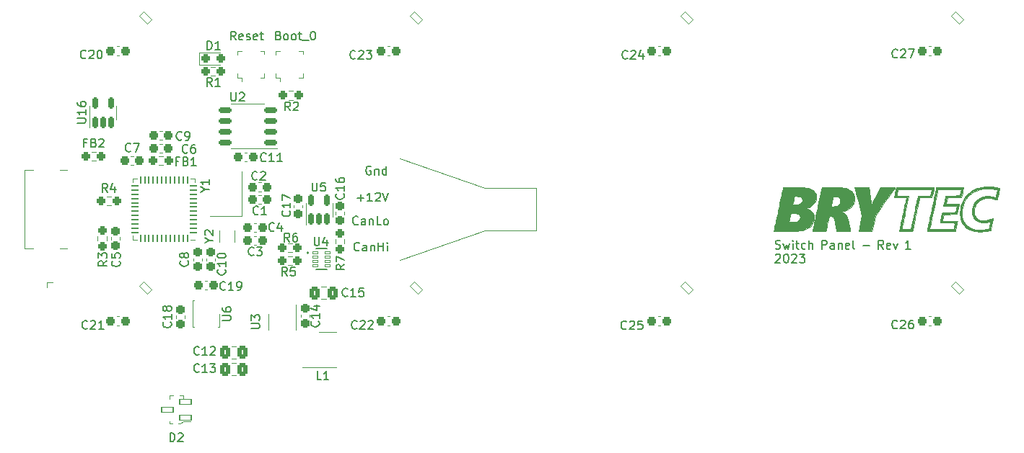
<source format=gto>
G04 #@! TF.GenerationSoftware,KiCad,Pcbnew,(7.0.0)*
G04 #@! TF.CreationDate,2023-09-26T17:08:46-04:00*
G04 #@! TF.ProjectId,Switch Panel Rev 1,53776974-6368-4205-9061-6e656c205265,rev?*
G04 #@! TF.SameCoordinates,Original*
G04 #@! TF.FileFunction,Legend,Top*
G04 #@! TF.FilePolarity,Positive*
%FSLAX46Y46*%
G04 Gerber Fmt 4.6, Leading zero omitted, Abs format (unit mm)*
G04 Created by KiCad (PCBNEW (7.0.0)) date 2023-09-26 17:08:46*
%MOMM*%
%LPD*%
G01*
G04 APERTURE LIST*
G04 Aperture macros list*
%AMRoundRect*
0 Rectangle with rounded corners*
0 $1 Rounding radius*
0 $2 $3 $4 $5 $6 $7 $8 $9 X,Y pos of 4 corners*
0 Add a 4 corners polygon primitive as box body*
4,1,4,$2,$3,$4,$5,$6,$7,$8,$9,$2,$3,0*
0 Add four circle primitives for the rounded corners*
1,1,$1+$1,$2,$3*
1,1,$1+$1,$4,$5*
1,1,$1+$1,$6,$7*
1,1,$1+$1,$8,$9*
0 Add four rect primitives between the rounded corners*
20,1,$1+$1,$2,$3,$4,$5,0*
20,1,$1+$1,$4,$5,$6,$7,0*
20,1,$1+$1,$6,$7,$8,$9,0*
20,1,$1+$1,$8,$9,$2,$3,0*%
G04 Aperture macros list end*
%ADD10C,0.150000*%
%ADD11C,0.120000*%
%ADD12C,0.100000*%
%ADD13C,0.127000*%
%ADD14C,0.200000*%
%ADD15C,0.010000*%
%ADD16RoundRect,0.150000X0.625000X0.150000X-0.625000X0.150000X-0.625000X-0.150000X0.625000X-0.150000X0*%
%ADD17R,1.700000X0.800000*%
%ADD18RoundRect,0.237500X-0.250000X-0.237500X0.250000X-0.237500X0.250000X0.237500X-0.250000X0.237500X0*%
%ADD19RoundRect,0.237500X-0.300000X-0.237500X0.300000X-0.237500X0.300000X0.237500X-0.300000X0.237500X0*%
%ADD20R,0.650000X1.560000*%
%ADD21C,0.600000*%
%ADD22R,2.000000X1.000000*%
%ADD23O,0.600000X0.850000*%
%ADD24R,1.000000X0.520000*%
%ADD25R,1.000000X0.270000*%
%ADD26O,2.300000X1.300000*%
%ADD27O,2.600000X1.300000*%
%ADD28RoundRect,0.250000X0.337500X0.475000X-0.337500X0.475000X-0.337500X-0.475000X0.337500X-0.475000X0*%
%ADD29RoundRect,0.237500X-0.237500X0.300000X-0.237500X-0.300000X0.237500X-0.300000X0.237500X0.300000X0*%
%ADD30RoundRect,0.237500X0.237500X-0.300000X0.237500X0.300000X-0.237500X0.300000X-0.237500X-0.300000X0*%
%ADD31R,1.300000X1.600000*%
%ADD32RoundRect,0.237500X-0.237500X0.250000X-0.237500X-0.250000X0.237500X-0.250000X0.237500X0.250000X0*%
%ADD33RoundRect,0.150000X0.150000X-0.512500X0.150000X0.512500X-0.150000X0.512500X-0.150000X-0.512500X0*%
%ADD34RoundRect,0.237500X0.300000X0.237500X-0.300000X0.237500X-0.300000X-0.237500X0.300000X-0.237500X0*%
%ADD35RoundRect,0.237500X0.250000X0.237500X-0.250000X0.237500X-0.250000X-0.237500X0.250000X-0.237500X0*%
%ADD36C,3.200000*%
%ADD37RoundRect,0.012800X-0.317200X-0.147200X0.317200X-0.147200X0.317200X0.147200X-0.317200X0.147200X0*%
%ADD38C,4.000000*%
%ADD39C,2.100000*%
%ADD40C,0.990600*%
%ADD41C,0.787400*%
%ADD42RoundRect,0.062500X0.375000X0.062500X-0.375000X0.062500X-0.375000X-0.062500X0.375000X-0.062500X0*%
%ADD43RoundRect,0.062500X0.062500X0.375000X-0.062500X0.375000X-0.062500X-0.375000X0.062500X-0.375000X0*%
%ADD44R,5.600000X5.600000*%
%ADD45RoundRect,0.070000X0.650000X0.300000X-0.650000X0.300000X-0.650000X-0.300000X0.650000X-0.300000X0*%
%ADD46R,0.350000X0.650000*%
%ADD47R,2.400000X1.550000*%
%ADD48R,1.200000X3.300000*%
%ADD49RoundRect,0.237500X-0.287500X-0.237500X0.287500X-0.237500X0.287500X0.237500X-0.287500X0.237500X0*%
%ADD50R,1.800000X1.000000*%
%ADD51C,1.900000*%
%ADD52C,3.400000*%
%ADD53R,1.200000X0.900000*%
%ADD54C,2.200000*%
G04 APERTURE END LIST*
D10*
X77111123Y-68419542D02*
X77063504Y-68467161D01*
X77063504Y-68467161D02*
X76920647Y-68514780D01*
X76920647Y-68514780D02*
X76825409Y-68514780D01*
X76825409Y-68514780D02*
X76682552Y-68467161D01*
X76682552Y-68467161D02*
X76587314Y-68371923D01*
X76587314Y-68371923D02*
X76539695Y-68276685D01*
X76539695Y-68276685D02*
X76492076Y-68086209D01*
X76492076Y-68086209D02*
X76492076Y-67943352D01*
X76492076Y-67943352D02*
X76539695Y-67752876D01*
X76539695Y-67752876D02*
X76587314Y-67657638D01*
X76587314Y-67657638D02*
X76682552Y-67562400D01*
X76682552Y-67562400D02*
X76825409Y-67514780D01*
X76825409Y-67514780D02*
X76920647Y-67514780D01*
X76920647Y-67514780D02*
X77063504Y-67562400D01*
X77063504Y-67562400D02*
X77111123Y-67610019D01*
X77968266Y-68514780D02*
X77968266Y-67990971D01*
X77968266Y-67990971D02*
X77920647Y-67895733D01*
X77920647Y-67895733D02*
X77825409Y-67848114D01*
X77825409Y-67848114D02*
X77634933Y-67848114D01*
X77634933Y-67848114D02*
X77539695Y-67895733D01*
X77968266Y-68467161D02*
X77873028Y-68514780D01*
X77873028Y-68514780D02*
X77634933Y-68514780D01*
X77634933Y-68514780D02*
X77539695Y-68467161D01*
X77539695Y-68467161D02*
X77492076Y-68371923D01*
X77492076Y-68371923D02*
X77492076Y-68276685D01*
X77492076Y-68276685D02*
X77539695Y-68181447D01*
X77539695Y-68181447D02*
X77634933Y-68133828D01*
X77634933Y-68133828D02*
X77873028Y-68133828D01*
X77873028Y-68133828D02*
X77968266Y-68086209D01*
X78444457Y-67848114D02*
X78444457Y-68514780D01*
X78444457Y-67943352D02*
X78492076Y-67895733D01*
X78492076Y-67895733D02*
X78587314Y-67848114D01*
X78587314Y-67848114D02*
X78730171Y-67848114D01*
X78730171Y-67848114D02*
X78825409Y-67895733D01*
X78825409Y-67895733D02*
X78873028Y-67990971D01*
X78873028Y-67990971D02*
X78873028Y-68514780D01*
X79825409Y-68514780D02*
X79349219Y-68514780D01*
X79349219Y-68514780D02*
X79349219Y-67514780D01*
X80301600Y-68514780D02*
X80206362Y-68467161D01*
X80206362Y-68467161D02*
X80158743Y-68419542D01*
X80158743Y-68419542D02*
X80111124Y-68324304D01*
X80111124Y-68324304D02*
X80111124Y-68038590D01*
X80111124Y-68038590D02*
X80158743Y-67943352D01*
X80158743Y-67943352D02*
X80206362Y-67895733D01*
X80206362Y-67895733D02*
X80301600Y-67848114D01*
X80301600Y-67848114D02*
X80444457Y-67848114D01*
X80444457Y-67848114D02*
X80539695Y-67895733D01*
X80539695Y-67895733D02*
X80587314Y-67943352D01*
X80587314Y-67943352D02*
X80634933Y-68038590D01*
X80634933Y-68038590D02*
X80634933Y-68324304D01*
X80634933Y-68324304D02*
X80587314Y-68419542D01*
X80587314Y-68419542D02*
X80539695Y-68467161D01*
X80539695Y-68467161D02*
X80444457Y-68514780D01*
X80444457Y-68514780D02*
X80301600Y-68514780D01*
X67779828Y-46248571D02*
X67922685Y-46296190D01*
X67922685Y-46296190D02*
X67970304Y-46343809D01*
X67970304Y-46343809D02*
X68017923Y-46439047D01*
X68017923Y-46439047D02*
X68017923Y-46581904D01*
X68017923Y-46581904D02*
X67970304Y-46677142D01*
X67970304Y-46677142D02*
X67922685Y-46724761D01*
X67922685Y-46724761D02*
X67827447Y-46772380D01*
X67827447Y-46772380D02*
X67446495Y-46772380D01*
X67446495Y-46772380D02*
X67446495Y-45772380D01*
X67446495Y-45772380D02*
X67779828Y-45772380D01*
X67779828Y-45772380D02*
X67875066Y-45820000D01*
X67875066Y-45820000D02*
X67922685Y-45867619D01*
X67922685Y-45867619D02*
X67970304Y-45962857D01*
X67970304Y-45962857D02*
X67970304Y-46058095D01*
X67970304Y-46058095D02*
X67922685Y-46153333D01*
X67922685Y-46153333D02*
X67875066Y-46200952D01*
X67875066Y-46200952D02*
X67779828Y-46248571D01*
X67779828Y-46248571D02*
X67446495Y-46248571D01*
X68589352Y-46772380D02*
X68494114Y-46724761D01*
X68494114Y-46724761D02*
X68446495Y-46677142D01*
X68446495Y-46677142D02*
X68398876Y-46581904D01*
X68398876Y-46581904D02*
X68398876Y-46296190D01*
X68398876Y-46296190D02*
X68446495Y-46200952D01*
X68446495Y-46200952D02*
X68494114Y-46153333D01*
X68494114Y-46153333D02*
X68589352Y-46105714D01*
X68589352Y-46105714D02*
X68732209Y-46105714D01*
X68732209Y-46105714D02*
X68827447Y-46153333D01*
X68827447Y-46153333D02*
X68875066Y-46200952D01*
X68875066Y-46200952D02*
X68922685Y-46296190D01*
X68922685Y-46296190D02*
X68922685Y-46581904D01*
X68922685Y-46581904D02*
X68875066Y-46677142D01*
X68875066Y-46677142D02*
X68827447Y-46724761D01*
X68827447Y-46724761D02*
X68732209Y-46772380D01*
X68732209Y-46772380D02*
X68589352Y-46772380D01*
X69494114Y-46772380D02*
X69398876Y-46724761D01*
X69398876Y-46724761D02*
X69351257Y-46677142D01*
X69351257Y-46677142D02*
X69303638Y-46581904D01*
X69303638Y-46581904D02*
X69303638Y-46296190D01*
X69303638Y-46296190D02*
X69351257Y-46200952D01*
X69351257Y-46200952D02*
X69398876Y-46153333D01*
X69398876Y-46153333D02*
X69494114Y-46105714D01*
X69494114Y-46105714D02*
X69636971Y-46105714D01*
X69636971Y-46105714D02*
X69732209Y-46153333D01*
X69732209Y-46153333D02*
X69779828Y-46200952D01*
X69779828Y-46200952D02*
X69827447Y-46296190D01*
X69827447Y-46296190D02*
X69827447Y-46581904D01*
X69827447Y-46581904D02*
X69779828Y-46677142D01*
X69779828Y-46677142D02*
X69732209Y-46724761D01*
X69732209Y-46724761D02*
X69636971Y-46772380D01*
X69636971Y-46772380D02*
X69494114Y-46772380D01*
X70113162Y-46105714D02*
X70494114Y-46105714D01*
X70256019Y-45772380D02*
X70256019Y-46629523D01*
X70256019Y-46629523D02*
X70303638Y-46724761D01*
X70303638Y-46724761D02*
X70398876Y-46772380D01*
X70398876Y-46772380D02*
X70494114Y-46772380D01*
X70589353Y-46867619D02*
X71351257Y-46867619D01*
X71779829Y-45772380D02*
X71875067Y-45772380D01*
X71875067Y-45772380D02*
X71970305Y-45820000D01*
X71970305Y-45820000D02*
X72017924Y-45867619D01*
X72017924Y-45867619D02*
X72065543Y-45962857D01*
X72065543Y-45962857D02*
X72113162Y-46153333D01*
X72113162Y-46153333D02*
X72113162Y-46391428D01*
X72113162Y-46391428D02*
X72065543Y-46581904D01*
X72065543Y-46581904D02*
X72017924Y-46677142D01*
X72017924Y-46677142D02*
X71970305Y-46724761D01*
X71970305Y-46724761D02*
X71875067Y-46772380D01*
X71875067Y-46772380D02*
X71779829Y-46772380D01*
X71779829Y-46772380D02*
X71684591Y-46724761D01*
X71684591Y-46724761D02*
X71636972Y-46677142D01*
X71636972Y-46677142D02*
X71589353Y-46581904D01*
X71589353Y-46581904D02*
X71541734Y-46391428D01*
X71541734Y-46391428D02*
X71541734Y-46153333D01*
X71541734Y-46153333D02*
X71589353Y-45962857D01*
X71589353Y-45962857D02*
X71636972Y-45867619D01*
X71636972Y-45867619D02*
X71684591Y-45820000D01*
X71684591Y-45820000D02*
X71779829Y-45772380D01*
X77263523Y-71492942D02*
X77215904Y-71540561D01*
X77215904Y-71540561D02*
X77073047Y-71588180D01*
X77073047Y-71588180D02*
X76977809Y-71588180D01*
X76977809Y-71588180D02*
X76834952Y-71540561D01*
X76834952Y-71540561D02*
X76739714Y-71445323D01*
X76739714Y-71445323D02*
X76692095Y-71350085D01*
X76692095Y-71350085D02*
X76644476Y-71159609D01*
X76644476Y-71159609D02*
X76644476Y-71016752D01*
X76644476Y-71016752D02*
X76692095Y-70826276D01*
X76692095Y-70826276D02*
X76739714Y-70731038D01*
X76739714Y-70731038D02*
X76834952Y-70635800D01*
X76834952Y-70635800D02*
X76977809Y-70588180D01*
X76977809Y-70588180D02*
X77073047Y-70588180D01*
X77073047Y-70588180D02*
X77215904Y-70635800D01*
X77215904Y-70635800D02*
X77263523Y-70683419D01*
X78120666Y-71588180D02*
X78120666Y-71064371D01*
X78120666Y-71064371D02*
X78073047Y-70969133D01*
X78073047Y-70969133D02*
X77977809Y-70921514D01*
X77977809Y-70921514D02*
X77787333Y-70921514D01*
X77787333Y-70921514D02*
X77692095Y-70969133D01*
X78120666Y-71540561D02*
X78025428Y-71588180D01*
X78025428Y-71588180D02*
X77787333Y-71588180D01*
X77787333Y-71588180D02*
X77692095Y-71540561D01*
X77692095Y-71540561D02*
X77644476Y-71445323D01*
X77644476Y-71445323D02*
X77644476Y-71350085D01*
X77644476Y-71350085D02*
X77692095Y-71254847D01*
X77692095Y-71254847D02*
X77787333Y-71207228D01*
X77787333Y-71207228D02*
X78025428Y-71207228D01*
X78025428Y-71207228D02*
X78120666Y-71159609D01*
X78596857Y-70921514D02*
X78596857Y-71588180D01*
X78596857Y-71016752D02*
X78644476Y-70969133D01*
X78644476Y-70969133D02*
X78739714Y-70921514D01*
X78739714Y-70921514D02*
X78882571Y-70921514D01*
X78882571Y-70921514D02*
X78977809Y-70969133D01*
X78977809Y-70969133D02*
X79025428Y-71064371D01*
X79025428Y-71064371D02*
X79025428Y-71588180D01*
X79501619Y-71588180D02*
X79501619Y-70588180D01*
X79501619Y-71064371D02*
X80073047Y-71064371D01*
X80073047Y-71588180D02*
X80073047Y-70588180D01*
X80549238Y-71588180D02*
X80549238Y-70921514D01*
X80549238Y-70588180D02*
X80501619Y-70635800D01*
X80501619Y-70635800D02*
X80549238Y-70683419D01*
X80549238Y-70683419D02*
X80596857Y-70635800D01*
X80596857Y-70635800D02*
X80549238Y-70588180D01*
X80549238Y-70588180D02*
X80549238Y-70683419D01*
X77022295Y-65365228D02*
X77784200Y-65365228D01*
X77403247Y-65746180D02*
X77403247Y-64984276D01*
X78784199Y-65746180D02*
X78212771Y-65746180D01*
X78498485Y-65746180D02*
X78498485Y-64746180D01*
X78498485Y-64746180D02*
X78403247Y-64889038D01*
X78403247Y-64889038D02*
X78308009Y-64984276D01*
X78308009Y-64984276D02*
X78212771Y-65031895D01*
X79165152Y-64841419D02*
X79212771Y-64793800D01*
X79212771Y-64793800D02*
X79308009Y-64746180D01*
X79308009Y-64746180D02*
X79546104Y-64746180D01*
X79546104Y-64746180D02*
X79641342Y-64793800D01*
X79641342Y-64793800D02*
X79688961Y-64841419D01*
X79688961Y-64841419D02*
X79736580Y-64936657D01*
X79736580Y-64936657D02*
X79736580Y-65031895D01*
X79736580Y-65031895D02*
X79688961Y-65174752D01*
X79688961Y-65174752D02*
X79117533Y-65746180D01*
X79117533Y-65746180D02*
X79736580Y-65746180D01*
X80022295Y-64746180D02*
X80355628Y-65746180D01*
X80355628Y-65746180D02*
X80688961Y-64746180D01*
X62785523Y-46772380D02*
X62452190Y-46296190D01*
X62214095Y-46772380D02*
X62214095Y-45772380D01*
X62214095Y-45772380D02*
X62595047Y-45772380D01*
X62595047Y-45772380D02*
X62690285Y-45820000D01*
X62690285Y-45820000D02*
X62737904Y-45867619D01*
X62737904Y-45867619D02*
X62785523Y-45962857D01*
X62785523Y-45962857D02*
X62785523Y-46105714D01*
X62785523Y-46105714D02*
X62737904Y-46200952D01*
X62737904Y-46200952D02*
X62690285Y-46248571D01*
X62690285Y-46248571D02*
X62595047Y-46296190D01*
X62595047Y-46296190D02*
X62214095Y-46296190D01*
X63595047Y-46724761D02*
X63499809Y-46772380D01*
X63499809Y-46772380D02*
X63309333Y-46772380D01*
X63309333Y-46772380D02*
X63214095Y-46724761D01*
X63214095Y-46724761D02*
X63166476Y-46629523D01*
X63166476Y-46629523D02*
X63166476Y-46248571D01*
X63166476Y-46248571D02*
X63214095Y-46153333D01*
X63214095Y-46153333D02*
X63309333Y-46105714D01*
X63309333Y-46105714D02*
X63499809Y-46105714D01*
X63499809Y-46105714D02*
X63595047Y-46153333D01*
X63595047Y-46153333D02*
X63642666Y-46248571D01*
X63642666Y-46248571D02*
X63642666Y-46343809D01*
X63642666Y-46343809D02*
X63166476Y-46439047D01*
X64023619Y-46724761D02*
X64118857Y-46772380D01*
X64118857Y-46772380D02*
X64309333Y-46772380D01*
X64309333Y-46772380D02*
X64404571Y-46724761D01*
X64404571Y-46724761D02*
X64452190Y-46629523D01*
X64452190Y-46629523D02*
X64452190Y-46581904D01*
X64452190Y-46581904D02*
X64404571Y-46486666D01*
X64404571Y-46486666D02*
X64309333Y-46439047D01*
X64309333Y-46439047D02*
X64166476Y-46439047D01*
X64166476Y-46439047D02*
X64071238Y-46391428D01*
X64071238Y-46391428D02*
X64023619Y-46296190D01*
X64023619Y-46296190D02*
X64023619Y-46248571D01*
X64023619Y-46248571D02*
X64071238Y-46153333D01*
X64071238Y-46153333D02*
X64166476Y-46105714D01*
X64166476Y-46105714D02*
X64309333Y-46105714D01*
X64309333Y-46105714D02*
X64404571Y-46153333D01*
X65261714Y-46724761D02*
X65166476Y-46772380D01*
X65166476Y-46772380D02*
X64976000Y-46772380D01*
X64976000Y-46772380D02*
X64880762Y-46724761D01*
X64880762Y-46724761D02*
X64833143Y-46629523D01*
X64833143Y-46629523D02*
X64833143Y-46248571D01*
X64833143Y-46248571D02*
X64880762Y-46153333D01*
X64880762Y-46153333D02*
X64976000Y-46105714D01*
X64976000Y-46105714D02*
X65166476Y-46105714D01*
X65166476Y-46105714D02*
X65261714Y-46153333D01*
X65261714Y-46153333D02*
X65309333Y-46248571D01*
X65309333Y-46248571D02*
X65309333Y-46343809D01*
X65309333Y-46343809D02*
X64833143Y-46439047D01*
X65595048Y-46105714D02*
X65976000Y-46105714D01*
X65737905Y-45772380D02*
X65737905Y-46629523D01*
X65737905Y-46629523D02*
X65785524Y-46724761D01*
X65785524Y-46724761D02*
X65880762Y-46772380D01*
X65880762Y-46772380D02*
X65976000Y-46772380D01*
X78612904Y-61669600D02*
X78517666Y-61621980D01*
X78517666Y-61621980D02*
X78374809Y-61621980D01*
X78374809Y-61621980D02*
X78231952Y-61669600D01*
X78231952Y-61669600D02*
X78136714Y-61764838D01*
X78136714Y-61764838D02*
X78089095Y-61860076D01*
X78089095Y-61860076D02*
X78041476Y-62050552D01*
X78041476Y-62050552D02*
X78041476Y-62193409D01*
X78041476Y-62193409D02*
X78089095Y-62383885D01*
X78089095Y-62383885D02*
X78136714Y-62479123D01*
X78136714Y-62479123D02*
X78231952Y-62574361D01*
X78231952Y-62574361D02*
X78374809Y-62621980D01*
X78374809Y-62621980D02*
X78470047Y-62621980D01*
X78470047Y-62621980D02*
X78612904Y-62574361D01*
X78612904Y-62574361D02*
X78660523Y-62526742D01*
X78660523Y-62526742D02*
X78660523Y-62193409D01*
X78660523Y-62193409D02*
X78470047Y-62193409D01*
X79089095Y-61955314D02*
X79089095Y-62621980D01*
X79089095Y-62050552D02*
X79136714Y-62002933D01*
X79136714Y-62002933D02*
X79231952Y-61955314D01*
X79231952Y-61955314D02*
X79374809Y-61955314D01*
X79374809Y-61955314D02*
X79470047Y-62002933D01*
X79470047Y-62002933D02*
X79517666Y-62098171D01*
X79517666Y-62098171D02*
X79517666Y-62621980D01*
X80422428Y-62621980D02*
X80422428Y-61621980D01*
X80422428Y-62574361D02*
X80327190Y-62621980D01*
X80327190Y-62621980D02*
X80136714Y-62621980D01*
X80136714Y-62621980D02*
X80041476Y-62574361D01*
X80041476Y-62574361D02*
X79993857Y-62526742D01*
X79993857Y-62526742D02*
X79946238Y-62431504D01*
X79946238Y-62431504D02*
X79946238Y-62145790D01*
X79946238Y-62145790D02*
X79993857Y-62050552D01*
X79993857Y-62050552D02*
X80041476Y-62002933D01*
X80041476Y-62002933D02*
X80136714Y-61955314D01*
X80136714Y-61955314D02*
X80327190Y-61955314D01*
X80327190Y-61955314D02*
X80422428Y-62002933D01*
X126098276Y-71292161D02*
X126241133Y-71339780D01*
X126241133Y-71339780D02*
X126479228Y-71339780D01*
X126479228Y-71339780D02*
X126574466Y-71292161D01*
X126574466Y-71292161D02*
X126622085Y-71244542D01*
X126622085Y-71244542D02*
X126669704Y-71149304D01*
X126669704Y-71149304D02*
X126669704Y-71054066D01*
X126669704Y-71054066D02*
X126622085Y-70958828D01*
X126622085Y-70958828D02*
X126574466Y-70911209D01*
X126574466Y-70911209D02*
X126479228Y-70863590D01*
X126479228Y-70863590D02*
X126288752Y-70815971D01*
X126288752Y-70815971D02*
X126193514Y-70768352D01*
X126193514Y-70768352D02*
X126145895Y-70720733D01*
X126145895Y-70720733D02*
X126098276Y-70625495D01*
X126098276Y-70625495D02*
X126098276Y-70530257D01*
X126098276Y-70530257D02*
X126145895Y-70435019D01*
X126145895Y-70435019D02*
X126193514Y-70387400D01*
X126193514Y-70387400D02*
X126288752Y-70339780D01*
X126288752Y-70339780D02*
X126526847Y-70339780D01*
X126526847Y-70339780D02*
X126669704Y-70387400D01*
X127003038Y-70673114D02*
X127193514Y-71339780D01*
X127193514Y-71339780D02*
X127383990Y-70863590D01*
X127383990Y-70863590D02*
X127574466Y-71339780D01*
X127574466Y-71339780D02*
X127764942Y-70673114D01*
X128145895Y-71339780D02*
X128145895Y-70673114D01*
X128145895Y-70339780D02*
X128098276Y-70387400D01*
X128098276Y-70387400D02*
X128145895Y-70435019D01*
X128145895Y-70435019D02*
X128193514Y-70387400D01*
X128193514Y-70387400D02*
X128145895Y-70339780D01*
X128145895Y-70339780D02*
X128145895Y-70435019D01*
X128479228Y-70673114D02*
X128860180Y-70673114D01*
X128622085Y-70339780D02*
X128622085Y-71196923D01*
X128622085Y-71196923D02*
X128669704Y-71292161D01*
X128669704Y-71292161D02*
X128764942Y-71339780D01*
X128764942Y-71339780D02*
X128860180Y-71339780D01*
X129622085Y-71292161D02*
X129526847Y-71339780D01*
X129526847Y-71339780D02*
X129336371Y-71339780D01*
X129336371Y-71339780D02*
X129241133Y-71292161D01*
X129241133Y-71292161D02*
X129193514Y-71244542D01*
X129193514Y-71244542D02*
X129145895Y-71149304D01*
X129145895Y-71149304D02*
X129145895Y-70863590D01*
X129145895Y-70863590D02*
X129193514Y-70768352D01*
X129193514Y-70768352D02*
X129241133Y-70720733D01*
X129241133Y-70720733D02*
X129336371Y-70673114D01*
X129336371Y-70673114D02*
X129526847Y-70673114D01*
X129526847Y-70673114D02*
X129622085Y-70720733D01*
X130050657Y-71339780D02*
X130050657Y-70339780D01*
X130479228Y-71339780D02*
X130479228Y-70815971D01*
X130479228Y-70815971D02*
X130431609Y-70720733D01*
X130431609Y-70720733D02*
X130336371Y-70673114D01*
X130336371Y-70673114D02*
X130193514Y-70673114D01*
X130193514Y-70673114D02*
X130098276Y-70720733D01*
X130098276Y-70720733D02*
X130050657Y-70768352D01*
X131555419Y-71339780D02*
X131555419Y-70339780D01*
X131555419Y-70339780D02*
X131936371Y-70339780D01*
X131936371Y-70339780D02*
X132031609Y-70387400D01*
X132031609Y-70387400D02*
X132079228Y-70435019D01*
X132079228Y-70435019D02*
X132126847Y-70530257D01*
X132126847Y-70530257D02*
X132126847Y-70673114D01*
X132126847Y-70673114D02*
X132079228Y-70768352D01*
X132079228Y-70768352D02*
X132031609Y-70815971D01*
X132031609Y-70815971D02*
X131936371Y-70863590D01*
X131936371Y-70863590D02*
X131555419Y-70863590D01*
X132983990Y-71339780D02*
X132983990Y-70815971D01*
X132983990Y-70815971D02*
X132936371Y-70720733D01*
X132936371Y-70720733D02*
X132841133Y-70673114D01*
X132841133Y-70673114D02*
X132650657Y-70673114D01*
X132650657Y-70673114D02*
X132555419Y-70720733D01*
X132983990Y-71292161D02*
X132888752Y-71339780D01*
X132888752Y-71339780D02*
X132650657Y-71339780D01*
X132650657Y-71339780D02*
X132555419Y-71292161D01*
X132555419Y-71292161D02*
X132507800Y-71196923D01*
X132507800Y-71196923D02*
X132507800Y-71101685D01*
X132507800Y-71101685D02*
X132555419Y-71006447D01*
X132555419Y-71006447D02*
X132650657Y-70958828D01*
X132650657Y-70958828D02*
X132888752Y-70958828D01*
X132888752Y-70958828D02*
X132983990Y-70911209D01*
X133460181Y-70673114D02*
X133460181Y-71339780D01*
X133460181Y-70768352D02*
X133507800Y-70720733D01*
X133507800Y-70720733D02*
X133603038Y-70673114D01*
X133603038Y-70673114D02*
X133745895Y-70673114D01*
X133745895Y-70673114D02*
X133841133Y-70720733D01*
X133841133Y-70720733D02*
X133888752Y-70815971D01*
X133888752Y-70815971D02*
X133888752Y-71339780D01*
X134745895Y-71292161D02*
X134650657Y-71339780D01*
X134650657Y-71339780D02*
X134460181Y-71339780D01*
X134460181Y-71339780D02*
X134364943Y-71292161D01*
X134364943Y-71292161D02*
X134317324Y-71196923D01*
X134317324Y-71196923D02*
X134317324Y-70815971D01*
X134317324Y-70815971D02*
X134364943Y-70720733D01*
X134364943Y-70720733D02*
X134460181Y-70673114D01*
X134460181Y-70673114D02*
X134650657Y-70673114D01*
X134650657Y-70673114D02*
X134745895Y-70720733D01*
X134745895Y-70720733D02*
X134793514Y-70815971D01*
X134793514Y-70815971D02*
X134793514Y-70911209D01*
X134793514Y-70911209D02*
X134317324Y-71006447D01*
X135364943Y-71339780D02*
X135269705Y-71292161D01*
X135269705Y-71292161D02*
X135222086Y-71196923D01*
X135222086Y-71196923D02*
X135222086Y-70339780D01*
X136345896Y-70958828D02*
X137107801Y-70958828D01*
X138755419Y-71339780D02*
X138422086Y-70863590D01*
X138183991Y-71339780D02*
X138183991Y-70339780D01*
X138183991Y-70339780D02*
X138564943Y-70339780D01*
X138564943Y-70339780D02*
X138660181Y-70387400D01*
X138660181Y-70387400D02*
X138707800Y-70435019D01*
X138707800Y-70435019D02*
X138755419Y-70530257D01*
X138755419Y-70530257D02*
X138755419Y-70673114D01*
X138755419Y-70673114D02*
X138707800Y-70768352D01*
X138707800Y-70768352D02*
X138660181Y-70815971D01*
X138660181Y-70815971D02*
X138564943Y-70863590D01*
X138564943Y-70863590D02*
X138183991Y-70863590D01*
X139564943Y-71292161D02*
X139469705Y-71339780D01*
X139469705Y-71339780D02*
X139279229Y-71339780D01*
X139279229Y-71339780D02*
X139183991Y-71292161D01*
X139183991Y-71292161D02*
X139136372Y-71196923D01*
X139136372Y-71196923D02*
X139136372Y-70815971D01*
X139136372Y-70815971D02*
X139183991Y-70720733D01*
X139183991Y-70720733D02*
X139279229Y-70673114D01*
X139279229Y-70673114D02*
X139469705Y-70673114D01*
X139469705Y-70673114D02*
X139564943Y-70720733D01*
X139564943Y-70720733D02*
X139612562Y-70815971D01*
X139612562Y-70815971D02*
X139612562Y-70911209D01*
X139612562Y-70911209D02*
X139136372Y-71006447D01*
X139945896Y-70673114D02*
X140183991Y-71339780D01*
X140183991Y-71339780D02*
X140422086Y-70673114D01*
X141926848Y-71339780D02*
X141355420Y-71339780D01*
X141641134Y-71339780D02*
X141641134Y-70339780D01*
X141641134Y-70339780D02*
X141545896Y-70482638D01*
X141545896Y-70482638D02*
X141450658Y-70577876D01*
X141450658Y-70577876D02*
X141355420Y-70625495D01*
X126098276Y-72055019D02*
X126145895Y-72007400D01*
X126145895Y-72007400D02*
X126241133Y-71959780D01*
X126241133Y-71959780D02*
X126479228Y-71959780D01*
X126479228Y-71959780D02*
X126574466Y-72007400D01*
X126574466Y-72007400D02*
X126622085Y-72055019D01*
X126622085Y-72055019D02*
X126669704Y-72150257D01*
X126669704Y-72150257D02*
X126669704Y-72245495D01*
X126669704Y-72245495D02*
X126622085Y-72388352D01*
X126622085Y-72388352D02*
X126050657Y-72959780D01*
X126050657Y-72959780D02*
X126669704Y-72959780D01*
X127288752Y-71959780D02*
X127383990Y-71959780D01*
X127383990Y-71959780D02*
X127479228Y-72007400D01*
X127479228Y-72007400D02*
X127526847Y-72055019D01*
X127526847Y-72055019D02*
X127574466Y-72150257D01*
X127574466Y-72150257D02*
X127622085Y-72340733D01*
X127622085Y-72340733D02*
X127622085Y-72578828D01*
X127622085Y-72578828D02*
X127574466Y-72769304D01*
X127574466Y-72769304D02*
X127526847Y-72864542D01*
X127526847Y-72864542D02*
X127479228Y-72912161D01*
X127479228Y-72912161D02*
X127383990Y-72959780D01*
X127383990Y-72959780D02*
X127288752Y-72959780D01*
X127288752Y-72959780D02*
X127193514Y-72912161D01*
X127193514Y-72912161D02*
X127145895Y-72864542D01*
X127145895Y-72864542D02*
X127098276Y-72769304D01*
X127098276Y-72769304D02*
X127050657Y-72578828D01*
X127050657Y-72578828D02*
X127050657Y-72340733D01*
X127050657Y-72340733D02*
X127098276Y-72150257D01*
X127098276Y-72150257D02*
X127145895Y-72055019D01*
X127145895Y-72055019D02*
X127193514Y-72007400D01*
X127193514Y-72007400D02*
X127288752Y-71959780D01*
X128003038Y-72055019D02*
X128050657Y-72007400D01*
X128050657Y-72007400D02*
X128145895Y-71959780D01*
X128145895Y-71959780D02*
X128383990Y-71959780D01*
X128383990Y-71959780D02*
X128479228Y-72007400D01*
X128479228Y-72007400D02*
X128526847Y-72055019D01*
X128526847Y-72055019D02*
X128574466Y-72150257D01*
X128574466Y-72150257D02*
X128574466Y-72245495D01*
X128574466Y-72245495D02*
X128526847Y-72388352D01*
X128526847Y-72388352D02*
X127955419Y-72959780D01*
X127955419Y-72959780D02*
X128574466Y-72959780D01*
X128907800Y-71959780D02*
X129526847Y-71959780D01*
X129526847Y-71959780D02*
X129193514Y-72340733D01*
X129193514Y-72340733D02*
X129336371Y-72340733D01*
X129336371Y-72340733D02*
X129431609Y-72388352D01*
X129431609Y-72388352D02*
X129479228Y-72435971D01*
X129479228Y-72435971D02*
X129526847Y-72531209D01*
X129526847Y-72531209D02*
X129526847Y-72769304D01*
X129526847Y-72769304D02*
X129479228Y-72864542D01*
X129479228Y-72864542D02*
X129431609Y-72912161D01*
X129431609Y-72912161D02*
X129336371Y-72959780D01*
X129336371Y-72959780D02*
X129050657Y-72959780D01*
X129050657Y-72959780D02*
X128955419Y-72912161D01*
X128955419Y-72912161D02*
X128907800Y-72864542D01*
X62204695Y-52961380D02*
X62204695Y-53770904D01*
X62204695Y-53770904D02*
X62252314Y-53866142D01*
X62252314Y-53866142D02*
X62299933Y-53913761D01*
X62299933Y-53913761D02*
X62395171Y-53961380D01*
X62395171Y-53961380D02*
X62585647Y-53961380D01*
X62585647Y-53961380D02*
X62680885Y-53913761D01*
X62680885Y-53913761D02*
X62728504Y-53866142D01*
X62728504Y-53866142D02*
X62776123Y-53770904D01*
X62776123Y-53770904D02*
X62776123Y-52961380D01*
X63204695Y-53056619D02*
X63252314Y-53009000D01*
X63252314Y-53009000D02*
X63347552Y-52961380D01*
X63347552Y-52961380D02*
X63585647Y-52961380D01*
X63585647Y-52961380D02*
X63680885Y-53009000D01*
X63680885Y-53009000D02*
X63728504Y-53056619D01*
X63728504Y-53056619D02*
X63776123Y-53151857D01*
X63776123Y-53151857D02*
X63776123Y-53247095D01*
X63776123Y-53247095D02*
X63728504Y-53389952D01*
X63728504Y-53389952D02*
X63157076Y-53961380D01*
X63157076Y-53961380D02*
X63776123Y-53961380D01*
X47712333Y-64672580D02*
X47379000Y-64196390D01*
X47140905Y-64672580D02*
X47140905Y-63672580D01*
X47140905Y-63672580D02*
X47521857Y-63672580D01*
X47521857Y-63672580D02*
X47617095Y-63720200D01*
X47617095Y-63720200D02*
X47664714Y-63767819D01*
X47664714Y-63767819D02*
X47712333Y-63863057D01*
X47712333Y-63863057D02*
X47712333Y-64005914D01*
X47712333Y-64005914D02*
X47664714Y-64101152D01*
X47664714Y-64101152D02*
X47617095Y-64148771D01*
X47617095Y-64148771D02*
X47521857Y-64196390D01*
X47521857Y-64196390D02*
X47140905Y-64196390D01*
X48569476Y-64005914D02*
X48569476Y-64672580D01*
X48331381Y-63624961D02*
X48093286Y-64339247D01*
X48093286Y-64339247D02*
X48712333Y-64339247D01*
X108602542Y-80713942D02*
X108554923Y-80761561D01*
X108554923Y-80761561D02*
X108412066Y-80809180D01*
X108412066Y-80809180D02*
X108316828Y-80809180D01*
X108316828Y-80809180D02*
X108173971Y-80761561D01*
X108173971Y-80761561D02*
X108078733Y-80666323D01*
X108078733Y-80666323D02*
X108031114Y-80571085D01*
X108031114Y-80571085D02*
X107983495Y-80380609D01*
X107983495Y-80380609D02*
X107983495Y-80237752D01*
X107983495Y-80237752D02*
X108031114Y-80047276D01*
X108031114Y-80047276D02*
X108078733Y-79952038D01*
X108078733Y-79952038D02*
X108173971Y-79856800D01*
X108173971Y-79856800D02*
X108316828Y-79809180D01*
X108316828Y-79809180D02*
X108412066Y-79809180D01*
X108412066Y-79809180D02*
X108554923Y-79856800D01*
X108554923Y-79856800D02*
X108602542Y-79904419D01*
X108983495Y-79904419D02*
X109031114Y-79856800D01*
X109031114Y-79856800D02*
X109126352Y-79809180D01*
X109126352Y-79809180D02*
X109364447Y-79809180D01*
X109364447Y-79809180D02*
X109459685Y-79856800D01*
X109459685Y-79856800D02*
X109507304Y-79904419D01*
X109507304Y-79904419D02*
X109554923Y-79999657D01*
X109554923Y-79999657D02*
X109554923Y-80094895D01*
X109554923Y-80094895D02*
X109507304Y-80237752D01*
X109507304Y-80237752D02*
X108935876Y-80809180D01*
X108935876Y-80809180D02*
X109554923Y-80809180D01*
X110459685Y-79809180D02*
X109983495Y-79809180D01*
X109983495Y-79809180D02*
X109935876Y-80285371D01*
X109935876Y-80285371D02*
X109983495Y-80237752D01*
X109983495Y-80237752D02*
X110078733Y-80190133D01*
X110078733Y-80190133D02*
X110316828Y-80190133D01*
X110316828Y-80190133D02*
X110412066Y-80237752D01*
X110412066Y-80237752D02*
X110459685Y-80285371D01*
X110459685Y-80285371D02*
X110507304Y-80380609D01*
X110507304Y-80380609D02*
X110507304Y-80618704D01*
X110507304Y-80618704D02*
X110459685Y-80713942D01*
X110459685Y-80713942D02*
X110412066Y-80761561D01*
X110412066Y-80761561D02*
X110316828Y-80809180D01*
X110316828Y-80809180D02*
X110078733Y-80809180D01*
X110078733Y-80809180D02*
X109983495Y-80761561D01*
X109983495Y-80761561D02*
X109935876Y-80713942D01*
X64592980Y-80695904D02*
X65402504Y-80695904D01*
X65402504Y-80695904D02*
X65497742Y-80648285D01*
X65497742Y-80648285D02*
X65545361Y-80600666D01*
X65545361Y-80600666D02*
X65592980Y-80505428D01*
X65592980Y-80505428D02*
X65592980Y-80314952D01*
X65592980Y-80314952D02*
X65545361Y-80219714D01*
X65545361Y-80219714D02*
X65497742Y-80172095D01*
X65497742Y-80172095D02*
X65402504Y-80124476D01*
X65402504Y-80124476D02*
X64592980Y-80124476D01*
X64592980Y-79743523D02*
X64592980Y-79124476D01*
X64592980Y-79124476D02*
X64973933Y-79457809D01*
X64973933Y-79457809D02*
X64973933Y-79314952D01*
X64973933Y-79314952D02*
X65021552Y-79219714D01*
X65021552Y-79219714D02*
X65069171Y-79172095D01*
X65069171Y-79172095D02*
X65164409Y-79124476D01*
X65164409Y-79124476D02*
X65402504Y-79124476D01*
X65402504Y-79124476D02*
X65497742Y-79172095D01*
X65497742Y-79172095D02*
X65545361Y-79219714D01*
X65545361Y-79219714D02*
X65592980Y-79314952D01*
X65592980Y-79314952D02*
X65592980Y-79600666D01*
X65592980Y-79600666D02*
X65545361Y-79695904D01*
X65545361Y-79695904D02*
X65497742Y-79743523D01*
X58462942Y-83736542D02*
X58415323Y-83784161D01*
X58415323Y-83784161D02*
X58272466Y-83831780D01*
X58272466Y-83831780D02*
X58177228Y-83831780D01*
X58177228Y-83831780D02*
X58034371Y-83784161D01*
X58034371Y-83784161D02*
X57939133Y-83688923D01*
X57939133Y-83688923D02*
X57891514Y-83593685D01*
X57891514Y-83593685D02*
X57843895Y-83403209D01*
X57843895Y-83403209D02*
X57843895Y-83260352D01*
X57843895Y-83260352D02*
X57891514Y-83069876D01*
X57891514Y-83069876D02*
X57939133Y-82974638D01*
X57939133Y-82974638D02*
X58034371Y-82879400D01*
X58034371Y-82879400D02*
X58177228Y-82831780D01*
X58177228Y-82831780D02*
X58272466Y-82831780D01*
X58272466Y-82831780D02*
X58415323Y-82879400D01*
X58415323Y-82879400D02*
X58462942Y-82927019D01*
X59415323Y-83831780D02*
X58843895Y-83831780D01*
X59129609Y-83831780D02*
X59129609Y-82831780D01*
X59129609Y-82831780D02*
X59034371Y-82974638D01*
X59034371Y-82974638D02*
X58939133Y-83069876D01*
X58939133Y-83069876D02*
X58843895Y-83117495D01*
X59796276Y-82927019D02*
X59843895Y-82879400D01*
X59843895Y-82879400D02*
X59939133Y-82831780D01*
X59939133Y-82831780D02*
X60177228Y-82831780D01*
X60177228Y-82831780D02*
X60272466Y-82879400D01*
X60272466Y-82879400D02*
X60320085Y-82927019D01*
X60320085Y-82927019D02*
X60367704Y-83022257D01*
X60367704Y-83022257D02*
X60367704Y-83117495D01*
X60367704Y-83117495D02*
X60320085Y-83260352D01*
X60320085Y-83260352D02*
X59748657Y-83831780D01*
X59748657Y-83831780D02*
X60367704Y-83831780D01*
X69080742Y-66886057D02*
X69128361Y-66933676D01*
X69128361Y-66933676D02*
X69175980Y-67076533D01*
X69175980Y-67076533D02*
X69175980Y-67171771D01*
X69175980Y-67171771D02*
X69128361Y-67314628D01*
X69128361Y-67314628D02*
X69033123Y-67409866D01*
X69033123Y-67409866D02*
X68937885Y-67457485D01*
X68937885Y-67457485D02*
X68747409Y-67505104D01*
X68747409Y-67505104D02*
X68604552Y-67505104D01*
X68604552Y-67505104D02*
X68414076Y-67457485D01*
X68414076Y-67457485D02*
X68318838Y-67409866D01*
X68318838Y-67409866D02*
X68223600Y-67314628D01*
X68223600Y-67314628D02*
X68175980Y-67171771D01*
X68175980Y-67171771D02*
X68175980Y-67076533D01*
X68175980Y-67076533D02*
X68223600Y-66933676D01*
X68223600Y-66933676D02*
X68271219Y-66886057D01*
X69175980Y-65933676D02*
X69175980Y-66505104D01*
X69175980Y-66219390D02*
X68175980Y-66219390D01*
X68175980Y-66219390D02*
X68318838Y-66314628D01*
X68318838Y-66314628D02*
X68414076Y-66409866D01*
X68414076Y-66409866D02*
X68461695Y-66505104D01*
X68175980Y-65600342D02*
X68175980Y-64933676D01*
X68175980Y-64933676D02*
X69175980Y-65362247D01*
X57135142Y-72758766D02*
X57182761Y-72806385D01*
X57182761Y-72806385D02*
X57230380Y-72949242D01*
X57230380Y-72949242D02*
X57230380Y-73044480D01*
X57230380Y-73044480D02*
X57182761Y-73187337D01*
X57182761Y-73187337D02*
X57087523Y-73282575D01*
X57087523Y-73282575D02*
X56992285Y-73330194D01*
X56992285Y-73330194D02*
X56801809Y-73377813D01*
X56801809Y-73377813D02*
X56658952Y-73377813D01*
X56658952Y-73377813D02*
X56468476Y-73330194D01*
X56468476Y-73330194D02*
X56373238Y-73282575D01*
X56373238Y-73282575D02*
X56278000Y-73187337D01*
X56278000Y-73187337D02*
X56230380Y-73044480D01*
X56230380Y-73044480D02*
X56230380Y-72949242D01*
X56230380Y-72949242D02*
X56278000Y-72806385D01*
X56278000Y-72806385D02*
X56325619Y-72758766D01*
X56658952Y-72187337D02*
X56611333Y-72282575D01*
X56611333Y-72282575D02*
X56563714Y-72330194D01*
X56563714Y-72330194D02*
X56468476Y-72377813D01*
X56468476Y-72377813D02*
X56420857Y-72377813D01*
X56420857Y-72377813D02*
X56325619Y-72330194D01*
X56325619Y-72330194D02*
X56278000Y-72282575D01*
X56278000Y-72282575D02*
X56230380Y-72187337D01*
X56230380Y-72187337D02*
X56230380Y-71996861D01*
X56230380Y-71996861D02*
X56278000Y-71901623D01*
X56278000Y-71901623D02*
X56325619Y-71854004D01*
X56325619Y-71854004D02*
X56420857Y-71806385D01*
X56420857Y-71806385D02*
X56468476Y-71806385D01*
X56468476Y-71806385D02*
X56563714Y-71854004D01*
X56563714Y-71854004D02*
X56611333Y-71901623D01*
X56611333Y-71901623D02*
X56658952Y-71996861D01*
X56658952Y-71996861D02*
X56658952Y-72187337D01*
X56658952Y-72187337D02*
X56706571Y-72282575D01*
X56706571Y-72282575D02*
X56754190Y-72330194D01*
X56754190Y-72330194D02*
X56849428Y-72377813D01*
X56849428Y-72377813D02*
X57039904Y-72377813D01*
X57039904Y-72377813D02*
X57135142Y-72330194D01*
X57135142Y-72330194D02*
X57182761Y-72282575D01*
X57182761Y-72282575D02*
X57230380Y-72187337D01*
X57230380Y-72187337D02*
X57230380Y-71996861D01*
X57230380Y-71996861D02*
X57182761Y-71901623D01*
X57182761Y-71901623D02*
X57135142Y-71854004D01*
X57135142Y-71854004D02*
X57039904Y-71806385D01*
X57039904Y-71806385D02*
X56849428Y-71806385D01*
X56849428Y-71806385D02*
X56754190Y-71854004D01*
X56754190Y-71854004D02*
X56706571Y-71901623D01*
X56706571Y-71901623D02*
X56658952Y-71996861D01*
X59174790Y-64382590D02*
X59650980Y-64382590D01*
X58650980Y-64715923D02*
X59174790Y-64382590D01*
X59174790Y-64382590D02*
X58650980Y-64049257D01*
X59650980Y-63192114D02*
X59650980Y-63763542D01*
X59650980Y-63477828D02*
X58650980Y-63477828D01*
X58650980Y-63477828D02*
X58793838Y-63573066D01*
X58793838Y-63573066D02*
X58889076Y-63668304D01*
X58889076Y-63668304D02*
X58936695Y-63763542D01*
X56424533Y-58463542D02*
X56376914Y-58511161D01*
X56376914Y-58511161D02*
X56234057Y-58558780D01*
X56234057Y-58558780D02*
X56138819Y-58558780D01*
X56138819Y-58558780D02*
X55995962Y-58511161D01*
X55995962Y-58511161D02*
X55900724Y-58415923D01*
X55900724Y-58415923D02*
X55853105Y-58320685D01*
X55853105Y-58320685D02*
X55805486Y-58130209D01*
X55805486Y-58130209D02*
X55805486Y-57987352D01*
X55805486Y-57987352D02*
X55853105Y-57796876D01*
X55853105Y-57796876D02*
X55900724Y-57701638D01*
X55900724Y-57701638D02*
X55995962Y-57606400D01*
X55995962Y-57606400D02*
X56138819Y-57558780D01*
X56138819Y-57558780D02*
X56234057Y-57558780D01*
X56234057Y-57558780D02*
X56376914Y-57606400D01*
X56376914Y-57606400D02*
X56424533Y-57654019D01*
X56900724Y-58558780D02*
X57091200Y-58558780D01*
X57091200Y-58558780D02*
X57186438Y-58511161D01*
X57186438Y-58511161D02*
X57234057Y-58463542D01*
X57234057Y-58463542D02*
X57329295Y-58320685D01*
X57329295Y-58320685D02*
X57376914Y-58130209D01*
X57376914Y-58130209D02*
X57376914Y-57749257D01*
X57376914Y-57749257D02*
X57329295Y-57654019D01*
X57329295Y-57654019D02*
X57281676Y-57606400D01*
X57281676Y-57606400D02*
X57186438Y-57558780D01*
X57186438Y-57558780D02*
X56995962Y-57558780D01*
X56995962Y-57558780D02*
X56900724Y-57606400D01*
X56900724Y-57606400D02*
X56853105Y-57654019D01*
X56853105Y-57654019D02*
X56805486Y-57749257D01*
X56805486Y-57749257D02*
X56805486Y-57987352D01*
X56805486Y-57987352D02*
X56853105Y-58082590D01*
X56853105Y-58082590D02*
X56900724Y-58130209D01*
X56900724Y-58130209D02*
X56995962Y-58177828D01*
X56995962Y-58177828D02*
X57186438Y-58177828D01*
X57186438Y-58177828D02*
X57281676Y-58130209D01*
X57281676Y-58130209D02*
X57329295Y-58082590D01*
X57329295Y-58082590D02*
X57376914Y-57987352D01*
X72482742Y-79869457D02*
X72530361Y-79917076D01*
X72530361Y-79917076D02*
X72577980Y-80059933D01*
X72577980Y-80059933D02*
X72577980Y-80155171D01*
X72577980Y-80155171D02*
X72530361Y-80298028D01*
X72530361Y-80298028D02*
X72435123Y-80393266D01*
X72435123Y-80393266D02*
X72339885Y-80440885D01*
X72339885Y-80440885D02*
X72149409Y-80488504D01*
X72149409Y-80488504D02*
X72006552Y-80488504D01*
X72006552Y-80488504D02*
X71816076Y-80440885D01*
X71816076Y-80440885D02*
X71720838Y-80393266D01*
X71720838Y-80393266D02*
X71625600Y-80298028D01*
X71625600Y-80298028D02*
X71577980Y-80155171D01*
X71577980Y-80155171D02*
X71577980Y-80059933D01*
X71577980Y-80059933D02*
X71625600Y-79917076D01*
X71625600Y-79917076D02*
X71673219Y-79869457D01*
X72577980Y-78917076D02*
X72577980Y-79488504D01*
X72577980Y-79202790D02*
X71577980Y-79202790D01*
X71577980Y-79202790D02*
X71720838Y-79298028D01*
X71720838Y-79298028D02*
X71816076Y-79393266D01*
X71816076Y-79393266D02*
X71863695Y-79488504D01*
X71911314Y-78059933D02*
X72577980Y-78059933D01*
X71530361Y-78298028D02*
X72244647Y-78536123D01*
X72244647Y-78536123D02*
X72244647Y-77917076D01*
X75885742Y-76857142D02*
X75838123Y-76904761D01*
X75838123Y-76904761D02*
X75695266Y-76952380D01*
X75695266Y-76952380D02*
X75600028Y-76952380D01*
X75600028Y-76952380D02*
X75457171Y-76904761D01*
X75457171Y-76904761D02*
X75361933Y-76809523D01*
X75361933Y-76809523D02*
X75314314Y-76714285D01*
X75314314Y-76714285D02*
X75266695Y-76523809D01*
X75266695Y-76523809D02*
X75266695Y-76380952D01*
X75266695Y-76380952D02*
X75314314Y-76190476D01*
X75314314Y-76190476D02*
X75361933Y-76095238D01*
X75361933Y-76095238D02*
X75457171Y-76000000D01*
X75457171Y-76000000D02*
X75600028Y-75952380D01*
X75600028Y-75952380D02*
X75695266Y-75952380D01*
X75695266Y-75952380D02*
X75838123Y-76000000D01*
X75838123Y-76000000D02*
X75885742Y-76047619D01*
X76838123Y-76952380D02*
X76266695Y-76952380D01*
X76552409Y-76952380D02*
X76552409Y-75952380D01*
X76552409Y-75952380D02*
X76457171Y-76095238D01*
X76457171Y-76095238D02*
X76361933Y-76190476D01*
X76361933Y-76190476D02*
X76266695Y-76238095D01*
X77742885Y-75952380D02*
X77266695Y-75952380D01*
X77266695Y-75952380D02*
X77219076Y-76428571D01*
X77219076Y-76428571D02*
X77266695Y-76380952D01*
X77266695Y-76380952D02*
X77361933Y-76333333D01*
X77361933Y-76333333D02*
X77600028Y-76333333D01*
X77600028Y-76333333D02*
X77695266Y-76380952D01*
X77695266Y-76380952D02*
X77742885Y-76428571D01*
X77742885Y-76428571D02*
X77790504Y-76523809D01*
X77790504Y-76523809D02*
X77790504Y-76761904D01*
X77790504Y-76761904D02*
X77742885Y-76857142D01*
X77742885Y-76857142D02*
X77695266Y-76904761D01*
X77695266Y-76904761D02*
X77600028Y-76952380D01*
X77600028Y-76952380D02*
X77361933Y-76952380D01*
X77361933Y-76952380D02*
X77266695Y-76904761D01*
X77266695Y-76904761D02*
X77219076Y-76857142D01*
X47662180Y-72759866D02*
X47185990Y-73093199D01*
X47662180Y-73331294D02*
X46662180Y-73331294D01*
X46662180Y-73331294D02*
X46662180Y-72950342D01*
X46662180Y-72950342D02*
X46709800Y-72855104D01*
X46709800Y-72855104D02*
X46757419Y-72807485D01*
X46757419Y-72807485D02*
X46852657Y-72759866D01*
X46852657Y-72759866D02*
X46995514Y-72759866D01*
X46995514Y-72759866D02*
X47090752Y-72807485D01*
X47090752Y-72807485D02*
X47138371Y-72855104D01*
X47138371Y-72855104D02*
X47185990Y-72950342D01*
X47185990Y-72950342D02*
X47185990Y-73331294D01*
X46662180Y-72426532D02*
X46662180Y-71807485D01*
X46662180Y-71807485D02*
X47043133Y-72140818D01*
X47043133Y-72140818D02*
X47043133Y-71997961D01*
X47043133Y-71997961D02*
X47090752Y-71902723D01*
X47090752Y-71902723D02*
X47138371Y-71855104D01*
X47138371Y-71855104D02*
X47233609Y-71807485D01*
X47233609Y-71807485D02*
X47471704Y-71807485D01*
X47471704Y-71807485D02*
X47566942Y-71855104D01*
X47566942Y-71855104D02*
X47614561Y-71902723D01*
X47614561Y-71902723D02*
X47662180Y-71997961D01*
X47662180Y-71997961D02*
X47662180Y-72283675D01*
X47662180Y-72283675D02*
X47614561Y-72378913D01*
X47614561Y-72378913D02*
X47566942Y-72426532D01*
X71728095Y-63557180D02*
X71728095Y-64366704D01*
X71728095Y-64366704D02*
X71775714Y-64461942D01*
X71775714Y-64461942D02*
X71823333Y-64509561D01*
X71823333Y-64509561D02*
X71918571Y-64557180D01*
X71918571Y-64557180D02*
X72109047Y-64557180D01*
X72109047Y-64557180D02*
X72204285Y-64509561D01*
X72204285Y-64509561D02*
X72251904Y-64461942D01*
X72251904Y-64461942D02*
X72299523Y-64366704D01*
X72299523Y-64366704D02*
X72299523Y-63557180D01*
X73251904Y-63557180D02*
X72775714Y-63557180D01*
X72775714Y-63557180D02*
X72728095Y-64033371D01*
X72728095Y-64033371D02*
X72775714Y-63985752D01*
X72775714Y-63985752D02*
X72870952Y-63938133D01*
X72870952Y-63938133D02*
X73109047Y-63938133D01*
X73109047Y-63938133D02*
X73204285Y-63985752D01*
X73204285Y-63985752D02*
X73251904Y-64033371D01*
X73251904Y-64033371D02*
X73299523Y-64128609D01*
X73299523Y-64128609D02*
X73299523Y-64366704D01*
X73299523Y-64366704D02*
X73251904Y-64461942D01*
X73251904Y-64461942D02*
X73204285Y-64509561D01*
X73204285Y-64509561D02*
X73109047Y-64557180D01*
X73109047Y-64557180D02*
X72870952Y-64557180D01*
X72870952Y-64557180D02*
X72775714Y-64509561D01*
X72775714Y-64509561D02*
X72728095Y-64461942D01*
X64881633Y-72034742D02*
X64834014Y-72082361D01*
X64834014Y-72082361D02*
X64691157Y-72129980D01*
X64691157Y-72129980D02*
X64595919Y-72129980D01*
X64595919Y-72129980D02*
X64453062Y-72082361D01*
X64453062Y-72082361D02*
X64357824Y-71987123D01*
X64357824Y-71987123D02*
X64310205Y-71891885D01*
X64310205Y-71891885D02*
X64262586Y-71701409D01*
X64262586Y-71701409D02*
X64262586Y-71558552D01*
X64262586Y-71558552D02*
X64310205Y-71368076D01*
X64310205Y-71368076D02*
X64357824Y-71272838D01*
X64357824Y-71272838D02*
X64453062Y-71177600D01*
X64453062Y-71177600D02*
X64595919Y-71129980D01*
X64595919Y-71129980D02*
X64691157Y-71129980D01*
X64691157Y-71129980D02*
X64834014Y-71177600D01*
X64834014Y-71177600D02*
X64881633Y-71225219D01*
X65214967Y-71129980D02*
X65834014Y-71129980D01*
X65834014Y-71129980D02*
X65500681Y-71510933D01*
X65500681Y-71510933D02*
X65643538Y-71510933D01*
X65643538Y-71510933D02*
X65738776Y-71558552D01*
X65738776Y-71558552D02*
X65786395Y-71606171D01*
X65786395Y-71606171D02*
X65834014Y-71701409D01*
X65834014Y-71701409D02*
X65834014Y-71939504D01*
X65834014Y-71939504D02*
X65786395Y-72034742D01*
X65786395Y-72034742D02*
X65738776Y-72082361D01*
X65738776Y-72082361D02*
X65643538Y-72129980D01*
X65643538Y-72129980D02*
X65357824Y-72129980D01*
X65357824Y-72129980D02*
X65262586Y-72082361D01*
X65262586Y-72082361D02*
X65214967Y-72034742D01*
X56062666Y-61032171D02*
X55729333Y-61032171D01*
X55729333Y-61555980D02*
X55729333Y-60555980D01*
X55729333Y-60555980D02*
X56205523Y-60555980D01*
X56919809Y-61032171D02*
X57062666Y-61079790D01*
X57062666Y-61079790D02*
X57110285Y-61127409D01*
X57110285Y-61127409D02*
X57157904Y-61222647D01*
X57157904Y-61222647D02*
X57157904Y-61365504D01*
X57157904Y-61365504D02*
X57110285Y-61460742D01*
X57110285Y-61460742D02*
X57062666Y-61508361D01*
X57062666Y-61508361D02*
X56967428Y-61555980D01*
X56967428Y-61555980D02*
X56586476Y-61555980D01*
X56586476Y-61555980D02*
X56586476Y-60555980D01*
X56586476Y-60555980D02*
X56919809Y-60555980D01*
X56919809Y-60555980D02*
X57015047Y-60603600D01*
X57015047Y-60603600D02*
X57062666Y-60651219D01*
X57062666Y-60651219D02*
X57110285Y-60746457D01*
X57110285Y-60746457D02*
X57110285Y-60841695D01*
X57110285Y-60841695D02*
X57062666Y-60936933D01*
X57062666Y-60936933D02*
X57015047Y-60984552D01*
X57015047Y-60984552D02*
X56919809Y-61032171D01*
X56919809Y-61032171D02*
X56586476Y-61032171D01*
X58110285Y-61555980D02*
X57538857Y-61555980D01*
X57824571Y-61555980D02*
X57824571Y-60555980D01*
X57824571Y-60555980D02*
X57729333Y-60698838D01*
X57729333Y-60698838D02*
X57634095Y-60794076D01*
X57634095Y-60794076D02*
X57538857Y-60841695D01*
X59980533Y-52208780D02*
X59647200Y-51732590D01*
X59409105Y-52208780D02*
X59409105Y-51208780D01*
X59409105Y-51208780D02*
X59790057Y-51208780D01*
X59790057Y-51208780D02*
X59885295Y-51256400D01*
X59885295Y-51256400D02*
X59932914Y-51304019D01*
X59932914Y-51304019D02*
X59980533Y-51399257D01*
X59980533Y-51399257D02*
X59980533Y-51542114D01*
X59980533Y-51542114D02*
X59932914Y-51637352D01*
X59932914Y-51637352D02*
X59885295Y-51684971D01*
X59885295Y-51684971D02*
X59790057Y-51732590D01*
X59790057Y-51732590D02*
X59409105Y-51732590D01*
X60932914Y-52208780D02*
X60361486Y-52208780D01*
X60647200Y-52208780D02*
X60647200Y-51208780D01*
X60647200Y-51208780D02*
X60551962Y-51351638D01*
X60551962Y-51351638D02*
X60456724Y-51446876D01*
X60456724Y-51446876D02*
X60361486Y-51494495D01*
X58462942Y-85768542D02*
X58415323Y-85816161D01*
X58415323Y-85816161D02*
X58272466Y-85863780D01*
X58272466Y-85863780D02*
X58177228Y-85863780D01*
X58177228Y-85863780D02*
X58034371Y-85816161D01*
X58034371Y-85816161D02*
X57939133Y-85720923D01*
X57939133Y-85720923D02*
X57891514Y-85625685D01*
X57891514Y-85625685D02*
X57843895Y-85435209D01*
X57843895Y-85435209D02*
X57843895Y-85292352D01*
X57843895Y-85292352D02*
X57891514Y-85101876D01*
X57891514Y-85101876D02*
X57939133Y-85006638D01*
X57939133Y-85006638D02*
X58034371Y-84911400D01*
X58034371Y-84911400D02*
X58177228Y-84863780D01*
X58177228Y-84863780D02*
X58272466Y-84863780D01*
X58272466Y-84863780D02*
X58415323Y-84911400D01*
X58415323Y-84911400D02*
X58462942Y-84959019D01*
X59415323Y-85863780D02*
X58843895Y-85863780D01*
X59129609Y-85863780D02*
X59129609Y-84863780D01*
X59129609Y-84863780D02*
X59034371Y-85006638D01*
X59034371Y-85006638D02*
X58939133Y-85101876D01*
X58939133Y-85101876D02*
X58843895Y-85149495D01*
X59748657Y-84863780D02*
X60367704Y-84863780D01*
X60367704Y-84863780D02*
X60034371Y-85244733D01*
X60034371Y-85244733D02*
X60177228Y-85244733D01*
X60177228Y-85244733D02*
X60272466Y-85292352D01*
X60272466Y-85292352D02*
X60320085Y-85339971D01*
X60320085Y-85339971D02*
X60367704Y-85435209D01*
X60367704Y-85435209D02*
X60367704Y-85673304D01*
X60367704Y-85673304D02*
X60320085Y-85768542D01*
X60320085Y-85768542D02*
X60272466Y-85816161D01*
X60272466Y-85816161D02*
X60177228Y-85863780D01*
X60177228Y-85863780D02*
X59891514Y-85863780D01*
X59891514Y-85863780D02*
X59796276Y-85816161D01*
X59796276Y-85816161D02*
X59748657Y-85768542D01*
X45178742Y-48887742D02*
X45131123Y-48935361D01*
X45131123Y-48935361D02*
X44988266Y-48982980D01*
X44988266Y-48982980D02*
X44893028Y-48982980D01*
X44893028Y-48982980D02*
X44750171Y-48935361D01*
X44750171Y-48935361D02*
X44654933Y-48840123D01*
X44654933Y-48840123D02*
X44607314Y-48744885D01*
X44607314Y-48744885D02*
X44559695Y-48554409D01*
X44559695Y-48554409D02*
X44559695Y-48411552D01*
X44559695Y-48411552D02*
X44607314Y-48221076D01*
X44607314Y-48221076D02*
X44654933Y-48125838D01*
X44654933Y-48125838D02*
X44750171Y-48030600D01*
X44750171Y-48030600D02*
X44893028Y-47982980D01*
X44893028Y-47982980D02*
X44988266Y-47982980D01*
X44988266Y-47982980D02*
X45131123Y-48030600D01*
X45131123Y-48030600D02*
X45178742Y-48078219D01*
X45559695Y-48078219D02*
X45607314Y-48030600D01*
X45607314Y-48030600D02*
X45702552Y-47982980D01*
X45702552Y-47982980D02*
X45940647Y-47982980D01*
X45940647Y-47982980D02*
X46035885Y-48030600D01*
X46035885Y-48030600D02*
X46083504Y-48078219D01*
X46083504Y-48078219D02*
X46131123Y-48173457D01*
X46131123Y-48173457D02*
X46131123Y-48268695D01*
X46131123Y-48268695D02*
X46083504Y-48411552D01*
X46083504Y-48411552D02*
X45512076Y-48982980D01*
X45512076Y-48982980D02*
X46131123Y-48982980D01*
X46750171Y-47982980D02*
X46845409Y-47982980D01*
X46845409Y-47982980D02*
X46940647Y-48030600D01*
X46940647Y-48030600D02*
X46988266Y-48078219D01*
X46988266Y-48078219D02*
X47035885Y-48173457D01*
X47035885Y-48173457D02*
X47083504Y-48363933D01*
X47083504Y-48363933D02*
X47083504Y-48602028D01*
X47083504Y-48602028D02*
X47035885Y-48792504D01*
X47035885Y-48792504D02*
X46988266Y-48887742D01*
X46988266Y-48887742D02*
X46940647Y-48935361D01*
X46940647Y-48935361D02*
X46845409Y-48982980D01*
X46845409Y-48982980D02*
X46750171Y-48982980D01*
X46750171Y-48982980D02*
X46654933Y-48935361D01*
X46654933Y-48935361D02*
X46607314Y-48887742D01*
X46607314Y-48887742D02*
X46559695Y-48792504D01*
X46559695Y-48792504D02*
X46512076Y-48602028D01*
X46512076Y-48602028D02*
X46512076Y-48363933D01*
X46512076Y-48363933D02*
X46559695Y-48173457D01*
X46559695Y-48173457D02*
X46607314Y-48078219D01*
X46607314Y-48078219D02*
X46654933Y-48030600D01*
X46654933Y-48030600D02*
X46750171Y-47982980D01*
X69149933Y-55078980D02*
X68816600Y-54602790D01*
X68578505Y-55078980D02*
X68578505Y-54078980D01*
X68578505Y-54078980D02*
X68959457Y-54078980D01*
X68959457Y-54078980D02*
X69054695Y-54126600D01*
X69054695Y-54126600D02*
X69102314Y-54174219D01*
X69102314Y-54174219D02*
X69149933Y-54269457D01*
X69149933Y-54269457D02*
X69149933Y-54412314D01*
X69149933Y-54412314D02*
X69102314Y-54507552D01*
X69102314Y-54507552D02*
X69054695Y-54555171D01*
X69054695Y-54555171D02*
X68959457Y-54602790D01*
X68959457Y-54602790D02*
X68578505Y-54602790D01*
X69530886Y-54174219D02*
X69578505Y-54126600D01*
X69578505Y-54126600D02*
X69673743Y-54078980D01*
X69673743Y-54078980D02*
X69911838Y-54078980D01*
X69911838Y-54078980D02*
X70007076Y-54126600D01*
X70007076Y-54126600D02*
X70054695Y-54174219D01*
X70054695Y-54174219D02*
X70102314Y-54269457D01*
X70102314Y-54269457D02*
X70102314Y-54364695D01*
X70102314Y-54364695D02*
X70054695Y-54507552D01*
X70054695Y-54507552D02*
X69483267Y-55078980D01*
X69483267Y-55078980D02*
X70102314Y-55078980D01*
X50431233Y-59827542D02*
X50383614Y-59875161D01*
X50383614Y-59875161D02*
X50240757Y-59922780D01*
X50240757Y-59922780D02*
X50145519Y-59922780D01*
X50145519Y-59922780D02*
X50002662Y-59875161D01*
X50002662Y-59875161D02*
X49907424Y-59779923D01*
X49907424Y-59779923D02*
X49859805Y-59684685D01*
X49859805Y-59684685D02*
X49812186Y-59494209D01*
X49812186Y-59494209D02*
X49812186Y-59351352D01*
X49812186Y-59351352D02*
X49859805Y-59160876D01*
X49859805Y-59160876D02*
X49907424Y-59065638D01*
X49907424Y-59065638D02*
X50002662Y-58970400D01*
X50002662Y-58970400D02*
X50145519Y-58922780D01*
X50145519Y-58922780D02*
X50240757Y-58922780D01*
X50240757Y-58922780D02*
X50383614Y-58970400D01*
X50383614Y-58970400D02*
X50431233Y-59018019D01*
X50764567Y-58922780D02*
X51431233Y-58922780D01*
X51431233Y-58922780D02*
X51002662Y-59922780D01*
X69073733Y-70496780D02*
X68740400Y-70020590D01*
X68502305Y-70496780D02*
X68502305Y-69496780D01*
X68502305Y-69496780D02*
X68883257Y-69496780D01*
X68883257Y-69496780D02*
X68978495Y-69544400D01*
X68978495Y-69544400D02*
X69026114Y-69592019D01*
X69026114Y-69592019D02*
X69073733Y-69687257D01*
X69073733Y-69687257D02*
X69073733Y-69830114D01*
X69073733Y-69830114D02*
X69026114Y-69925352D01*
X69026114Y-69925352D02*
X68978495Y-69972971D01*
X68978495Y-69972971D02*
X68883257Y-70020590D01*
X68883257Y-70020590D02*
X68502305Y-70020590D01*
X69930876Y-69496780D02*
X69740400Y-69496780D01*
X69740400Y-69496780D02*
X69645162Y-69544400D01*
X69645162Y-69544400D02*
X69597543Y-69592019D01*
X69597543Y-69592019D02*
X69502305Y-69734876D01*
X69502305Y-69734876D02*
X69454686Y-69925352D01*
X69454686Y-69925352D02*
X69454686Y-70306304D01*
X69454686Y-70306304D02*
X69502305Y-70401542D01*
X69502305Y-70401542D02*
X69549924Y-70449161D01*
X69549924Y-70449161D02*
X69645162Y-70496780D01*
X69645162Y-70496780D02*
X69835638Y-70496780D01*
X69835638Y-70496780D02*
X69930876Y-70449161D01*
X69930876Y-70449161D02*
X69978495Y-70401542D01*
X69978495Y-70401542D02*
X70026114Y-70306304D01*
X70026114Y-70306304D02*
X70026114Y-70068209D01*
X70026114Y-70068209D02*
X69978495Y-69972971D01*
X69978495Y-69972971D02*
X69930876Y-69925352D01*
X69930876Y-69925352D02*
X69835638Y-69877733D01*
X69835638Y-69877733D02*
X69645162Y-69877733D01*
X69645162Y-69877733D02*
X69549924Y-69925352D01*
X69549924Y-69925352D02*
X69502305Y-69972971D01*
X69502305Y-69972971D02*
X69454686Y-70068209D01*
X71982095Y-69957980D02*
X71982095Y-70767504D01*
X71982095Y-70767504D02*
X72029714Y-70862742D01*
X72029714Y-70862742D02*
X72077333Y-70910361D01*
X72077333Y-70910361D02*
X72172571Y-70957980D01*
X72172571Y-70957980D02*
X72363047Y-70957980D01*
X72363047Y-70957980D02*
X72458285Y-70910361D01*
X72458285Y-70910361D02*
X72505904Y-70862742D01*
X72505904Y-70862742D02*
X72553523Y-70767504D01*
X72553523Y-70767504D02*
X72553523Y-69957980D01*
X73458285Y-70291314D02*
X73458285Y-70957980D01*
X73220190Y-69910361D02*
X72982095Y-70624647D01*
X72982095Y-70624647D02*
X73601142Y-70624647D01*
X57110333Y-59987542D02*
X57062714Y-60035161D01*
X57062714Y-60035161D02*
X56919857Y-60082780D01*
X56919857Y-60082780D02*
X56824619Y-60082780D01*
X56824619Y-60082780D02*
X56681762Y-60035161D01*
X56681762Y-60035161D02*
X56586524Y-59939923D01*
X56586524Y-59939923D02*
X56538905Y-59844685D01*
X56538905Y-59844685D02*
X56491286Y-59654209D01*
X56491286Y-59654209D02*
X56491286Y-59511352D01*
X56491286Y-59511352D02*
X56538905Y-59320876D01*
X56538905Y-59320876D02*
X56586524Y-59225638D01*
X56586524Y-59225638D02*
X56681762Y-59130400D01*
X56681762Y-59130400D02*
X56824619Y-59082780D01*
X56824619Y-59082780D02*
X56919857Y-59082780D01*
X56919857Y-59082780D02*
X57062714Y-59130400D01*
X57062714Y-59130400D02*
X57110333Y-59178019D01*
X57967476Y-59082780D02*
X57777000Y-59082780D01*
X57777000Y-59082780D02*
X57681762Y-59130400D01*
X57681762Y-59130400D02*
X57634143Y-59178019D01*
X57634143Y-59178019D02*
X57538905Y-59320876D01*
X57538905Y-59320876D02*
X57491286Y-59511352D01*
X57491286Y-59511352D02*
X57491286Y-59892304D01*
X57491286Y-59892304D02*
X57538905Y-59987542D01*
X57538905Y-59987542D02*
X57586524Y-60035161D01*
X57586524Y-60035161D02*
X57681762Y-60082780D01*
X57681762Y-60082780D02*
X57872238Y-60082780D01*
X57872238Y-60082780D02*
X57967476Y-60035161D01*
X57967476Y-60035161D02*
X58015095Y-59987542D01*
X58015095Y-59987542D02*
X58062714Y-59892304D01*
X58062714Y-59892304D02*
X58062714Y-59654209D01*
X58062714Y-59654209D02*
X58015095Y-59558971D01*
X58015095Y-59558971D02*
X57967476Y-59511352D01*
X57967476Y-59511352D02*
X57872238Y-59463733D01*
X57872238Y-59463733D02*
X57681762Y-59463733D01*
X57681762Y-59463733D02*
X57586524Y-59511352D01*
X57586524Y-59511352D02*
X57538905Y-59558971D01*
X57538905Y-59558971D02*
X57491286Y-59654209D01*
X65416133Y-67234142D02*
X65368514Y-67281761D01*
X65368514Y-67281761D02*
X65225657Y-67329380D01*
X65225657Y-67329380D02*
X65130419Y-67329380D01*
X65130419Y-67329380D02*
X64987562Y-67281761D01*
X64987562Y-67281761D02*
X64892324Y-67186523D01*
X64892324Y-67186523D02*
X64844705Y-67091285D01*
X64844705Y-67091285D02*
X64797086Y-66900809D01*
X64797086Y-66900809D02*
X64797086Y-66757952D01*
X64797086Y-66757952D02*
X64844705Y-66567476D01*
X64844705Y-66567476D02*
X64892324Y-66472238D01*
X64892324Y-66472238D02*
X64987562Y-66377000D01*
X64987562Y-66377000D02*
X65130419Y-66329380D01*
X65130419Y-66329380D02*
X65225657Y-66329380D01*
X65225657Y-66329380D02*
X65368514Y-66377000D01*
X65368514Y-66377000D02*
X65416133Y-66424619D01*
X66368514Y-67329380D02*
X65797086Y-67329380D01*
X66082800Y-67329380D02*
X66082800Y-66329380D01*
X66082800Y-66329380D02*
X65987562Y-66472238D01*
X65987562Y-66472238D02*
X65892324Y-66567476D01*
X65892324Y-66567476D02*
X65797086Y-66615095D01*
X65289133Y-63162542D02*
X65241514Y-63210161D01*
X65241514Y-63210161D02*
X65098657Y-63257780D01*
X65098657Y-63257780D02*
X65003419Y-63257780D01*
X65003419Y-63257780D02*
X64860562Y-63210161D01*
X64860562Y-63210161D02*
X64765324Y-63114923D01*
X64765324Y-63114923D02*
X64717705Y-63019685D01*
X64717705Y-63019685D02*
X64670086Y-62829209D01*
X64670086Y-62829209D02*
X64670086Y-62686352D01*
X64670086Y-62686352D02*
X64717705Y-62495876D01*
X64717705Y-62495876D02*
X64765324Y-62400638D01*
X64765324Y-62400638D02*
X64860562Y-62305400D01*
X64860562Y-62305400D02*
X65003419Y-62257780D01*
X65003419Y-62257780D02*
X65098657Y-62257780D01*
X65098657Y-62257780D02*
X65241514Y-62305400D01*
X65241514Y-62305400D02*
X65289133Y-62353019D01*
X65670086Y-62353019D02*
X65717705Y-62305400D01*
X65717705Y-62305400D02*
X65812943Y-62257780D01*
X65812943Y-62257780D02*
X66051038Y-62257780D01*
X66051038Y-62257780D02*
X66146276Y-62305400D01*
X66146276Y-62305400D02*
X66193895Y-62353019D01*
X66193895Y-62353019D02*
X66241514Y-62448257D01*
X66241514Y-62448257D02*
X66241514Y-62543495D01*
X66241514Y-62543495D02*
X66193895Y-62686352D01*
X66193895Y-62686352D02*
X65622467Y-63257780D01*
X65622467Y-63257780D02*
X66241514Y-63257780D01*
X67270333Y-69182342D02*
X67222714Y-69229961D01*
X67222714Y-69229961D02*
X67079857Y-69277580D01*
X67079857Y-69277580D02*
X66984619Y-69277580D01*
X66984619Y-69277580D02*
X66841762Y-69229961D01*
X66841762Y-69229961D02*
X66746524Y-69134723D01*
X66746524Y-69134723D02*
X66698905Y-69039485D01*
X66698905Y-69039485D02*
X66651286Y-68849009D01*
X66651286Y-68849009D02*
X66651286Y-68706152D01*
X66651286Y-68706152D02*
X66698905Y-68515676D01*
X66698905Y-68515676D02*
X66746524Y-68420438D01*
X66746524Y-68420438D02*
X66841762Y-68325200D01*
X66841762Y-68325200D02*
X66984619Y-68277580D01*
X66984619Y-68277580D02*
X67079857Y-68277580D01*
X67079857Y-68277580D02*
X67222714Y-68325200D01*
X67222714Y-68325200D02*
X67270333Y-68372819D01*
X68127476Y-68610914D02*
X68127476Y-69277580D01*
X67889381Y-68229961D02*
X67651286Y-68944247D01*
X67651286Y-68944247D02*
X68270333Y-68944247D01*
X76979542Y-80663142D02*
X76931923Y-80710761D01*
X76931923Y-80710761D02*
X76789066Y-80758380D01*
X76789066Y-80758380D02*
X76693828Y-80758380D01*
X76693828Y-80758380D02*
X76550971Y-80710761D01*
X76550971Y-80710761D02*
X76455733Y-80615523D01*
X76455733Y-80615523D02*
X76408114Y-80520285D01*
X76408114Y-80520285D02*
X76360495Y-80329809D01*
X76360495Y-80329809D02*
X76360495Y-80186952D01*
X76360495Y-80186952D02*
X76408114Y-79996476D01*
X76408114Y-79996476D02*
X76455733Y-79901238D01*
X76455733Y-79901238D02*
X76550971Y-79806000D01*
X76550971Y-79806000D02*
X76693828Y-79758380D01*
X76693828Y-79758380D02*
X76789066Y-79758380D01*
X76789066Y-79758380D02*
X76931923Y-79806000D01*
X76931923Y-79806000D02*
X76979542Y-79853619D01*
X77360495Y-79853619D02*
X77408114Y-79806000D01*
X77408114Y-79806000D02*
X77503352Y-79758380D01*
X77503352Y-79758380D02*
X77741447Y-79758380D01*
X77741447Y-79758380D02*
X77836685Y-79806000D01*
X77836685Y-79806000D02*
X77884304Y-79853619D01*
X77884304Y-79853619D02*
X77931923Y-79948857D01*
X77931923Y-79948857D02*
X77931923Y-80044095D01*
X77931923Y-80044095D02*
X77884304Y-80186952D01*
X77884304Y-80186952D02*
X77312876Y-80758380D01*
X77312876Y-80758380D02*
X77931923Y-80758380D01*
X78312876Y-79853619D02*
X78360495Y-79806000D01*
X78360495Y-79806000D02*
X78455733Y-79758380D01*
X78455733Y-79758380D02*
X78693828Y-79758380D01*
X78693828Y-79758380D02*
X78789066Y-79806000D01*
X78789066Y-79806000D02*
X78836685Y-79853619D01*
X78836685Y-79853619D02*
X78884304Y-79948857D01*
X78884304Y-79948857D02*
X78884304Y-80044095D01*
X78884304Y-80044095D02*
X78836685Y-80186952D01*
X78836685Y-80186952D02*
X78265257Y-80758380D01*
X78265257Y-80758380D02*
X78884304Y-80758380D01*
X75405342Y-64879457D02*
X75452961Y-64927076D01*
X75452961Y-64927076D02*
X75500580Y-65069933D01*
X75500580Y-65069933D02*
X75500580Y-65165171D01*
X75500580Y-65165171D02*
X75452961Y-65308028D01*
X75452961Y-65308028D02*
X75357723Y-65403266D01*
X75357723Y-65403266D02*
X75262485Y-65450885D01*
X75262485Y-65450885D02*
X75072009Y-65498504D01*
X75072009Y-65498504D02*
X74929152Y-65498504D01*
X74929152Y-65498504D02*
X74738676Y-65450885D01*
X74738676Y-65450885D02*
X74643438Y-65403266D01*
X74643438Y-65403266D02*
X74548200Y-65308028D01*
X74548200Y-65308028D02*
X74500580Y-65165171D01*
X74500580Y-65165171D02*
X74500580Y-65069933D01*
X74500580Y-65069933D02*
X74548200Y-64927076D01*
X74548200Y-64927076D02*
X74595819Y-64879457D01*
X75500580Y-63927076D02*
X75500580Y-64498504D01*
X75500580Y-64212790D02*
X74500580Y-64212790D01*
X74500580Y-64212790D02*
X74643438Y-64308028D01*
X74643438Y-64308028D02*
X74738676Y-64403266D01*
X74738676Y-64403266D02*
X74786295Y-64498504D01*
X74500580Y-63069933D02*
X74500580Y-63260409D01*
X74500580Y-63260409D02*
X74548200Y-63355647D01*
X74548200Y-63355647D02*
X74595819Y-63403266D01*
X74595819Y-63403266D02*
X74738676Y-63498504D01*
X74738676Y-63498504D02*
X74929152Y-63546123D01*
X74929152Y-63546123D02*
X75310104Y-63546123D01*
X75310104Y-63546123D02*
X75405342Y-63498504D01*
X75405342Y-63498504D02*
X75452961Y-63450885D01*
X75452961Y-63450885D02*
X75500580Y-63355647D01*
X75500580Y-63355647D02*
X75500580Y-63165171D01*
X75500580Y-63165171D02*
X75452961Y-63069933D01*
X75452961Y-63069933D02*
X75405342Y-63022314D01*
X75405342Y-63022314D02*
X75310104Y-62974695D01*
X75310104Y-62974695D02*
X75072009Y-62974695D01*
X75072009Y-62974695D02*
X74976771Y-63022314D01*
X74976771Y-63022314D02*
X74929152Y-63069933D01*
X74929152Y-63069933D02*
X74881533Y-63165171D01*
X74881533Y-63165171D02*
X74881533Y-63355647D01*
X74881533Y-63355647D02*
X74929152Y-63450885D01*
X74929152Y-63450885D02*
X74976771Y-63498504D01*
X74976771Y-63498504D02*
X75072009Y-63546123D01*
X66311542Y-60978142D02*
X66263923Y-61025761D01*
X66263923Y-61025761D02*
X66121066Y-61073380D01*
X66121066Y-61073380D02*
X66025828Y-61073380D01*
X66025828Y-61073380D02*
X65882971Y-61025761D01*
X65882971Y-61025761D02*
X65787733Y-60930523D01*
X65787733Y-60930523D02*
X65740114Y-60835285D01*
X65740114Y-60835285D02*
X65692495Y-60644809D01*
X65692495Y-60644809D02*
X65692495Y-60501952D01*
X65692495Y-60501952D02*
X65740114Y-60311476D01*
X65740114Y-60311476D02*
X65787733Y-60216238D01*
X65787733Y-60216238D02*
X65882971Y-60121000D01*
X65882971Y-60121000D02*
X66025828Y-60073380D01*
X66025828Y-60073380D02*
X66121066Y-60073380D01*
X66121066Y-60073380D02*
X66263923Y-60121000D01*
X66263923Y-60121000D02*
X66311542Y-60168619D01*
X67263923Y-61073380D02*
X66692495Y-61073380D01*
X66978209Y-61073380D02*
X66978209Y-60073380D01*
X66978209Y-60073380D02*
X66882971Y-60216238D01*
X66882971Y-60216238D02*
X66787733Y-60311476D01*
X66787733Y-60311476D02*
X66692495Y-60359095D01*
X68216304Y-61073380D02*
X67644876Y-61073380D01*
X67930590Y-61073380D02*
X67930590Y-60073380D01*
X67930590Y-60073380D02*
X67835352Y-60216238D01*
X67835352Y-60216238D02*
X67740114Y-60311476D01*
X67740114Y-60311476D02*
X67644876Y-60359095D01*
X61511542Y-73769457D02*
X61559161Y-73817076D01*
X61559161Y-73817076D02*
X61606780Y-73959933D01*
X61606780Y-73959933D02*
X61606780Y-74055171D01*
X61606780Y-74055171D02*
X61559161Y-74198028D01*
X61559161Y-74198028D02*
X61463923Y-74293266D01*
X61463923Y-74293266D02*
X61368685Y-74340885D01*
X61368685Y-74340885D02*
X61178209Y-74388504D01*
X61178209Y-74388504D02*
X61035352Y-74388504D01*
X61035352Y-74388504D02*
X60844876Y-74340885D01*
X60844876Y-74340885D02*
X60749638Y-74293266D01*
X60749638Y-74293266D02*
X60654400Y-74198028D01*
X60654400Y-74198028D02*
X60606780Y-74055171D01*
X60606780Y-74055171D02*
X60606780Y-73959933D01*
X60606780Y-73959933D02*
X60654400Y-73817076D01*
X60654400Y-73817076D02*
X60702019Y-73769457D01*
X61606780Y-72817076D02*
X61606780Y-73388504D01*
X61606780Y-73102790D02*
X60606780Y-73102790D01*
X60606780Y-73102790D02*
X60749638Y-73198028D01*
X60749638Y-73198028D02*
X60844876Y-73293266D01*
X60844876Y-73293266D02*
X60892495Y-73388504D01*
X60606780Y-72198028D02*
X60606780Y-72102790D01*
X60606780Y-72102790D02*
X60654400Y-72007552D01*
X60654400Y-72007552D02*
X60702019Y-71959933D01*
X60702019Y-71959933D02*
X60797257Y-71912314D01*
X60797257Y-71912314D02*
X60987733Y-71864695D01*
X60987733Y-71864695D02*
X61225828Y-71864695D01*
X61225828Y-71864695D02*
X61416304Y-71912314D01*
X61416304Y-71912314D02*
X61511542Y-71959933D01*
X61511542Y-71959933D02*
X61559161Y-72007552D01*
X61559161Y-72007552D02*
X61606780Y-72102790D01*
X61606780Y-72102790D02*
X61606780Y-72198028D01*
X61606780Y-72198028D02*
X61559161Y-72293266D01*
X61559161Y-72293266D02*
X61511542Y-72340885D01*
X61511542Y-72340885D02*
X61416304Y-72388504D01*
X61416304Y-72388504D02*
X61225828Y-72436123D01*
X61225828Y-72436123D02*
X60987733Y-72436123D01*
X60987733Y-72436123D02*
X60797257Y-72388504D01*
X60797257Y-72388504D02*
X60702019Y-72340885D01*
X60702019Y-72340885D02*
X60654400Y-72293266D01*
X60654400Y-72293266D02*
X60606780Y-72198028D01*
X140403342Y-48786142D02*
X140355723Y-48833761D01*
X140355723Y-48833761D02*
X140212866Y-48881380D01*
X140212866Y-48881380D02*
X140117628Y-48881380D01*
X140117628Y-48881380D02*
X139974771Y-48833761D01*
X139974771Y-48833761D02*
X139879533Y-48738523D01*
X139879533Y-48738523D02*
X139831914Y-48643285D01*
X139831914Y-48643285D02*
X139784295Y-48452809D01*
X139784295Y-48452809D02*
X139784295Y-48309952D01*
X139784295Y-48309952D02*
X139831914Y-48119476D01*
X139831914Y-48119476D02*
X139879533Y-48024238D01*
X139879533Y-48024238D02*
X139974771Y-47929000D01*
X139974771Y-47929000D02*
X140117628Y-47881380D01*
X140117628Y-47881380D02*
X140212866Y-47881380D01*
X140212866Y-47881380D02*
X140355723Y-47929000D01*
X140355723Y-47929000D02*
X140403342Y-47976619D01*
X140784295Y-47976619D02*
X140831914Y-47929000D01*
X140831914Y-47929000D02*
X140927152Y-47881380D01*
X140927152Y-47881380D02*
X141165247Y-47881380D01*
X141165247Y-47881380D02*
X141260485Y-47929000D01*
X141260485Y-47929000D02*
X141308104Y-47976619D01*
X141308104Y-47976619D02*
X141355723Y-48071857D01*
X141355723Y-48071857D02*
X141355723Y-48167095D01*
X141355723Y-48167095D02*
X141308104Y-48309952D01*
X141308104Y-48309952D02*
X140736676Y-48881380D01*
X140736676Y-48881380D02*
X141355723Y-48881380D01*
X141689057Y-47881380D02*
X142355723Y-47881380D01*
X142355723Y-47881380D02*
X141927152Y-48881380D01*
X55057505Y-93998780D02*
X55057505Y-92998780D01*
X55057505Y-92998780D02*
X55295600Y-92998780D01*
X55295600Y-92998780D02*
X55438457Y-93046400D01*
X55438457Y-93046400D02*
X55533695Y-93141638D01*
X55533695Y-93141638D02*
X55581314Y-93236876D01*
X55581314Y-93236876D02*
X55628933Y-93427352D01*
X55628933Y-93427352D02*
X55628933Y-93570209D01*
X55628933Y-93570209D02*
X55581314Y-93760685D01*
X55581314Y-93760685D02*
X55533695Y-93855923D01*
X55533695Y-93855923D02*
X55438457Y-93951161D01*
X55438457Y-93951161D02*
X55295600Y-93998780D01*
X55295600Y-93998780D02*
X55057505Y-93998780D01*
X56009886Y-93094019D02*
X56057505Y-93046400D01*
X56057505Y-93046400D02*
X56152743Y-92998780D01*
X56152743Y-92998780D02*
X56390838Y-92998780D01*
X56390838Y-92998780D02*
X56486076Y-93046400D01*
X56486076Y-93046400D02*
X56533695Y-93094019D01*
X56533695Y-93094019D02*
X56581314Y-93189257D01*
X56581314Y-93189257D02*
X56581314Y-93284495D01*
X56581314Y-93284495D02*
X56533695Y-93427352D01*
X56533695Y-93427352D02*
X55962267Y-93998780D01*
X55962267Y-93998780D02*
X56581314Y-93998780D01*
X140377942Y-80637742D02*
X140330323Y-80685361D01*
X140330323Y-80685361D02*
X140187466Y-80732980D01*
X140187466Y-80732980D02*
X140092228Y-80732980D01*
X140092228Y-80732980D02*
X139949371Y-80685361D01*
X139949371Y-80685361D02*
X139854133Y-80590123D01*
X139854133Y-80590123D02*
X139806514Y-80494885D01*
X139806514Y-80494885D02*
X139758895Y-80304409D01*
X139758895Y-80304409D02*
X139758895Y-80161552D01*
X139758895Y-80161552D02*
X139806514Y-79971076D01*
X139806514Y-79971076D02*
X139854133Y-79875838D01*
X139854133Y-79875838D02*
X139949371Y-79780600D01*
X139949371Y-79780600D02*
X140092228Y-79732980D01*
X140092228Y-79732980D02*
X140187466Y-79732980D01*
X140187466Y-79732980D02*
X140330323Y-79780600D01*
X140330323Y-79780600D02*
X140377942Y-79828219D01*
X140758895Y-79828219D02*
X140806514Y-79780600D01*
X140806514Y-79780600D02*
X140901752Y-79732980D01*
X140901752Y-79732980D02*
X141139847Y-79732980D01*
X141139847Y-79732980D02*
X141235085Y-79780600D01*
X141235085Y-79780600D02*
X141282704Y-79828219D01*
X141282704Y-79828219D02*
X141330323Y-79923457D01*
X141330323Y-79923457D02*
X141330323Y-80018695D01*
X141330323Y-80018695D02*
X141282704Y-80161552D01*
X141282704Y-80161552D02*
X140711276Y-80732980D01*
X140711276Y-80732980D02*
X141330323Y-80732980D01*
X142187466Y-79732980D02*
X141996990Y-79732980D01*
X141996990Y-79732980D02*
X141901752Y-79780600D01*
X141901752Y-79780600D02*
X141854133Y-79828219D01*
X141854133Y-79828219D02*
X141758895Y-79971076D01*
X141758895Y-79971076D02*
X141711276Y-80161552D01*
X141711276Y-80161552D02*
X141711276Y-80542504D01*
X141711276Y-80542504D02*
X141758895Y-80637742D01*
X141758895Y-80637742D02*
X141806514Y-80685361D01*
X141806514Y-80685361D02*
X141901752Y-80732980D01*
X141901752Y-80732980D02*
X142092228Y-80732980D01*
X142092228Y-80732980D02*
X142187466Y-80685361D01*
X142187466Y-80685361D02*
X142235085Y-80637742D01*
X142235085Y-80637742D02*
X142282704Y-80542504D01*
X142282704Y-80542504D02*
X142282704Y-80304409D01*
X142282704Y-80304409D02*
X142235085Y-80209171D01*
X142235085Y-80209171D02*
X142187466Y-80161552D01*
X142187466Y-80161552D02*
X142092228Y-80113933D01*
X142092228Y-80113933D02*
X141901752Y-80113933D01*
X141901752Y-80113933D02*
X141806514Y-80161552D01*
X141806514Y-80161552D02*
X141758895Y-80209171D01*
X141758895Y-80209171D02*
X141711276Y-80304409D01*
X45244166Y-58865571D02*
X44910833Y-58865571D01*
X44910833Y-59389380D02*
X44910833Y-58389380D01*
X44910833Y-58389380D02*
X45387023Y-58389380D01*
X46101309Y-58865571D02*
X46244166Y-58913190D01*
X46244166Y-58913190D02*
X46291785Y-58960809D01*
X46291785Y-58960809D02*
X46339404Y-59056047D01*
X46339404Y-59056047D02*
X46339404Y-59198904D01*
X46339404Y-59198904D02*
X46291785Y-59294142D01*
X46291785Y-59294142D02*
X46244166Y-59341761D01*
X46244166Y-59341761D02*
X46148928Y-59389380D01*
X46148928Y-59389380D02*
X45767976Y-59389380D01*
X45767976Y-59389380D02*
X45767976Y-58389380D01*
X45767976Y-58389380D02*
X46101309Y-58389380D01*
X46101309Y-58389380D02*
X46196547Y-58437000D01*
X46196547Y-58437000D02*
X46244166Y-58484619D01*
X46244166Y-58484619D02*
X46291785Y-58579857D01*
X46291785Y-58579857D02*
X46291785Y-58675095D01*
X46291785Y-58675095D02*
X46244166Y-58770333D01*
X46244166Y-58770333D02*
X46196547Y-58817952D01*
X46196547Y-58817952D02*
X46101309Y-58865571D01*
X46101309Y-58865571D02*
X45767976Y-58865571D01*
X46720357Y-58484619D02*
X46767976Y-58437000D01*
X46767976Y-58437000D02*
X46863214Y-58389380D01*
X46863214Y-58389380D02*
X47101309Y-58389380D01*
X47101309Y-58389380D02*
X47196547Y-58437000D01*
X47196547Y-58437000D02*
X47244166Y-58484619D01*
X47244166Y-58484619D02*
X47291785Y-58579857D01*
X47291785Y-58579857D02*
X47291785Y-58675095D01*
X47291785Y-58675095D02*
X47244166Y-58817952D01*
X47244166Y-58817952D02*
X46672738Y-59389380D01*
X46672738Y-59389380D02*
X47291785Y-59389380D01*
X61191180Y-79756504D02*
X62000704Y-79756504D01*
X62000704Y-79756504D02*
X62095942Y-79708885D01*
X62095942Y-79708885D02*
X62143561Y-79661266D01*
X62143561Y-79661266D02*
X62191180Y-79566028D01*
X62191180Y-79566028D02*
X62191180Y-79375552D01*
X62191180Y-79375552D02*
X62143561Y-79280314D01*
X62143561Y-79280314D02*
X62095942Y-79232695D01*
X62095942Y-79232695D02*
X62000704Y-79185076D01*
X62000704Y-79185076D02*
X61191180Y-79185076D01*
X61191180Y-78280314D02*
X61191180Y-78470790D01*
X61191180Y-78470790D02*
X61238800Y-78566028D01*
X61238800Y-78566028D02*
X61286419Y-78613647D01*
X61286419Y-78613647D02*
X61429276Y-78708885D01*
X61429276Y-78708885D02*
X61619752Y-78756504D01*
X61619752Y-78756504D02*
X62000704Y-78756504D01*
X62000704Y-78756504D02*
X62095942Y-78708885D01*
X62095942Y-78708885D02*
X62143561Y-78661266D01*
X62143561Y-78661266D02*
X62191180Y-78566028D01*
X62191180Y-78566028D02*
X62191180Y-78375552D01*
X62191180Y-78375552D02*
X62143561Y-78280314D01*
X62143561Y-78280314D02*
X62095942Y-78232695D01*
X62095942Y-78232695D02*
X62000704Y-78185076D01*
X62000704Y-78185076D02*
X61762609Y-78185076D01*
X61762609Y-78185076D02*
X61667371Y-78232695D01*
X61667371Y-78232695D02*
X61619752Y-78280314D01*
X61619752Y-78280314D02*
X61572133Y-78375552D01*
X61572133Y-78375552D02*
X61572133Y-78566028D01*
X61572133Y-78566028D02*
X61619752Y-78661266D01*
X61619752Y-78661266D02*
X61667371Y-78708885D01*
X61667371Y-78708885D02*
X61762609Y-78756504D01*
X61536342Y-76116542D02*
X61488723Y-76164161D01*
X61488723Y-76164161D02*
X61345866Y-76211780D01*
X61345866Y-76211780D02*
X61250628Y-76211780D01*
X61250628Y-76211780D02*
X61107771Y-76164161D01*
X61107771Y-76164161D02*
X61012533Y-76068923D01*
X61012533Y-76068923D02*
X60964914Y-75973685D01*
X60964914Y-75973685D02*
X60917295Y-75783209D01*
X60917295Y-75783209D02*
X60917295Y-75640352D01*
X60917295Y-75640352D02*
X60964914Y-75449876D01*
X60964914Y-75449876D02*
X61012533Y-75354638D01*
X61012533Y-75354638D02*
X61107771Y-75259400D01*
X61107771Y-75259400D02*
X61250628Y-75211780D01*
X61250628Y-75211780D02*
X61345866Y-75211780D01*
X61345866Y-75211780D02*
X61488723Y-75259400D01*
X61488723Y-75259400D02*
X61536342Y-75307019D01*
X62488723Y-76211780D02*
X61917295Y-76211780D01*
X62203009Y-76211780D02*
X62203009Y-75211780D01*
X62203009Y-75211780D02*
X62107771Y-75354638D01*
X62107771Y-75354638D02*
X62012533Y-75449876D01*
X62012533Y-75449876D02*
X61917295Y-75497495D01*
X62964914Y-76211780D02*
X63155390Y-76211780D01*
X63155390Y-76211780D02*
X63250628Y-76164161D01*
X63250628Y-76164161D02*
X63298247Y-76116542D01*
X63298247Y-76116542D02*
X63393485Y-75973685D01*
X63393485Y-75973685D02*
X63441104Y-75783209D01*
X63441104Y-75783209D02*
X63441104Y-75402257D01*
X63441104Y-75402257D02*
X63393485Y-75307019D01*
X63393485Y-75307019D02*
X63345866Y-75259400D01*
X63345866Y-75259400D02*
X63250628Y-75211780D01*
X63250628Y-75211780D02*
X63060152Y-75211780D01*
X63060152Y-75211780D02*
X62964914Y-75259400D01*
X62964914Y-75259400D02*
X62917295Y-75307019D01*
X62917295Y-75307019D02*
X62869676Y-75402257D01*
X62869676Y-75402257D02*
X62869676Y-75640352D01*
X62869676Y-75640352D02*
X62917295Y-75735590D01*
X62917295Y-75735590D02*
X62964914Y-75783209D01*
X62964914Y-75783209D02*
X63060152Y-75830828D01*
X63060152Y-75830828D02*
X63250628Y-75830828D01*
X63250628Y-75830828D02*
X63345866Y-75783209D01*
X63345866Y-75783209D02*
X63393485Y-75735590D01*
X63393485Y-75735590D02*
X63441104Y-75640352D01*
X72805933Y-86731380D02*
X72329743Y-86731380D01*
X72329743Y-86731380D02*
X72329743Y-85731380D01*
X73663076Y-86731380D02*
X73091648Y-86731380D01*
X73377362Y-86731380D02*
X73377362Y-85731380D01*
X73377362Y-85731380D02*
X73282124Y-85874238D01*
X73282124Y-85874238D02*
X73186886Y-85969476D01*
X73186886Y-85969476D02*
X73091648Y-86017095D01*
X49116342Y-72785266D02*
X49163961Y-72832885D01*
X49163961Y-72832885D02*
X49211580Y-72975742D01*
X49211580Y-72975742D02*
X49211580Y-73070980D01*
X49211580Y-73070980D02*
X49163961Y-73213837D01*
X49163961Y-73213837D02*
X49068723Y-73309075D01*
X49068723Y-73309075D02*
X48973485Y-73356694D01*
X48973485Y-73356694D02*
X48783009Y-73404313D01*
X48783009Y-73404313D02*
X48640152Y-73404313D01*
X48640152Y-73404313D02*
X48449676Y-73356694D01*
X48449676Y-73356694D02*
X48354438Y-73309075D01*
X48354438Y-73309075D02*
X48259200Y-73213837D01*
X48259200Y-73213837D02*
X48211580Y-73070980D01*
X48211580Y-73070980D02*
X48211580Y-72975742D01*
X48211580Y-72975742D02*
X48259200Y-72832885D01*
X48259200Y-72832885D02*
X48306819Y-72785266D01*
X48211580Y-71880504D02*
X48211580Y-72356694D01*
X48211580Y-72356694D02*
X48687771Y-72404313D01*
X48687771Y-72404313D02*
X48640152Y-72356694D01*
X48640152Y-72356694D02*
X48592533Y-72261456D01*
X48592533Y-72261456D02*
X48592533Y-72023361D01*
X48592533Y-72023361D02*
X48640152Y-71928123D01*
X48640152Y-71928123D02*
X48687771Y-71880504D01*
X48687771Y-71880504D02*
X48783009Y-71832885D01*
X48783009Y-71832885D02*
X49021104Y-71832885D01*
X49021104Y-71832885D02*
X49116342Y-71880504D01*
X49116342Y-71880504D02*
X49163961Y-71928123D01*
X49163961Y-71928123D02*
X49211580Y-72023361D01*
X49211580Y-72023361D02*
X49211580Y-72261456D01*
X49211580Y-72261456D02*
X49163961Y-72356694D01*
X49163961Y-72356694D02*
X49116342Y-72404313D01*
X59408105Y-47908580D02*
X59408105Y-46908580D01*
X59408105Y-46908580D02*
X59646200Y-46908580D01*
X59646200Y-46908580D02*
X59789057Y-46956200D01*
X59789057Y-46956200D02*
X59884295Y-47051438D01*
X59884295Y-47051438D02*
X59931914Y-47146676D01*
X59931914Y-47146676D02*
X59979533Y-47337152D01*
X59979533Y-47337152D02*
X59979533Y-47480009D01*
X59979533Y-47480009D02*
X59931914Y-47670485D01*
X59931914Y-47670485D02*
X59884295Y-47765723D01*
X59884295Y-47765723D02*
X59789057Y-47860961D01*
X59789057Y-47860961D02*
X59646200Y-47908580D01*
X59646200Y-47908580D02*
X59408105Y-47908580D01*
X60931914Y-47908580D02*
X60360486Y-47908580D01*
X60646200Y-47908580D02*
X60646200Y-46908580D01*
X60646200Y-46908580D02*
X60550962Y-47051438D01*
X60550962Y-47051438D02*
X60455724Y-47146676D01*
X60455724Y-47146676D02*
X60360486Y-47194295D01*
X76801742Y-48913142D02*
X76754123Y-48960761D01*
X76754123Y-48960761D02*
X76611266Y-49008380D01*
X76611266Y-49008380D02*
X76516028Y-49008380D01*
X76516028Y-49008380D02*
X76373171Y-48960761D01*
X76373171Y-48960761D02*
X76277933Y-48865523D01*
X76277933Y-48865523D02*
X76230314Y-48770285D01*
X76230314Y-48770285D02*
X76182695Y-48579809D01*
X76182695Y-48579809D02*
X76182695Y-48436952D01*
X76182695Y-48436952D02*
X76230314Y-48246476D01*
X76230314Y-48246476D02*
X76277933Y-48151238D01*
X76277933Y-48151238D02*
X76373171Y-48056000D01*
X76373171Y-48056000D02*
X76516028Y-48008380D01*
X76516028Y-48008380D02*
X76611266Y-48008380D01*
X76611266Y-48008380D02*
X76754123Y-48056000D01*
X76754123Y-48056000D02*
X76801742Y-48103619D01*
X77182695Y-48103619D02*
X77230314Y-48056000D01*
X77230314Y-48056000D02*
X77325552Y-48008380D01*
X77325552Y-48008380D02*
X77563647Y-48008380D01*
X77563647Y-48008380D02*
X77658885Y-48056000D01*
X77658885Y-48056000D02*
X77706504Y-48103619D01*
X77706504Y-48103619D02*
X77754123Y-48198857D01*
X77754123Y-48198857D02*
X77754123Y-48294095D01*
X77754123Y-48294095D02*
X77706504Y-48436952D01*
X77706504Y-48436952D02*
X77135076Y-49008380D01*
X77135076Y-49008380D02*
X77754123Y-49008380D01*
X78087457Y-48008380D02*
X78706504Y-48008380D01*
X78706504Y-48008380D02*
X78373171Y-48389333D01*
X78373171Y-48389333D02*
X78516028Y-48389333D01*
X78516028Y-48389333D02*
X78611266Y-48436952D01*
X78611266Y-48436952D02*
X78658885Y-48484571D01*
X78658885Y-48484571D02*
X78706504Y-48579809D01*
X78706504Y-48579809D02*
X78706504Y-48817904D01*
X78706504Y-48817904D02*
X78658885Y-48913142D01*
X78658885Y-48913142D02*
X78611266Y-48960761D01*
X78611266Y-48960761D02*
X78516028Y-49008380D01*
X78516028Y-49008380D02*
X78230314Y-49008380D01*
X78230314Y-49008380D02*
X78135076Y-48960761D01*
X78135076Y-48960761D02*
X78087457Y-48913142D01*
X44170780Y-56539394D02*
X44980304Y-56539394D01*
X44980304Y-56539394D02*
X45075542Y-56491775D01*
X45075542Y-56491775D02*
X45123161Y-56444156D01*
X45123161Y-56444156D02*
X45170780Y-56348918D01*
X45170780Y-56348918D02*
X45170780Y-56158442D01*
X45170780Y-56158442D02*
X45123161Y-56063204D01*
X45123161Y-56063204D02*
X45075542Y-56015585D01*
X45075542Y-56015585D02*
X44980304Y-55967966D01*
X44980304Y-55967966D02*
X44170780Y-55967966D01*
X45170780Y-54967966D02*
X45170780Y-55539394D01*
X45170780Y-55253680D02*
X44170780Y-55253680D01*
X44170780Y-55253680D02*
X44313638Y-55348918D01*
X44313638Y-55348918D02*
X44408876Y-55444156D01*
X44408876Y-55444156D02*
X44456495Y-55539394D01*
X44170780Y-54110823D02*
X44170780Y-54301299D01*
X44170780Y-54301299D02*
X44218400Y-54396537D01*
X44218400Y-54396537D02*
X44266019Y-54444156D01*
X44266019Y-54444156D02*
X44408876Y-54539394D01*
X44408876Y-54539394D02*
X44599352Y-54587013D01*
X44599352Y-54587013D02*
X44980304Y-54587013D01*
X44980304Y-54587013D02*
X45075542Y-54539394D01*
X45075542Y-54539394D02*
X45123161Y-54491775D01*
X45123161Y-54491775D02*
X45170780Y-54396537D01*
X45170780Y-54396537D02*
X45170780Y-54206061D01*
X45170780Y-54206061D02*
X45123161Y-54110823D01*
X45123161Y-54110823D02*
X45075542Y-54063204D01*
X45075542Y-54063204D02*
X44980304Y-54015585D01*
X44980304Y-54015585D02*
X44742209Y-54015585D01*
X44742209Y-54015585D02*
X44646971Y-54063204D01*
X44646971Y-54063204D02*
X44599352Y-54110823D01*
X44599352Y-54110823D02*
X44551733Y-54206061D01*
X44551733Y-54206061D02*
X44551733Y-54396537D01*
X44551733Y-54396537D02*
X44599352Y-54491775D01*
X44599352Y-54491775D02*
X44646971Y-54539394D01*
X44646971Y-54539394D02*
X44742209Y-54587013D01*
X108729542Y-48913142D02*
X108681923Y-48960761D01*
X108681923Y-48960761D02*
X108539066Y-49008380D01*
X108539066Y-49008380D02*
X108443828Y-49008380D01*
X108443828Y-49008380D02*
X108300971Y-48960761D01*
X108300971Y-48960761D02*
X108205733Y-48865523D01*
X108205733Y-48865523D02*
X108158114Y-48770285D01*
X108158114Y-48770285D02*
X108110495Y-48579809D01*
X108110495Y-48579809D02*
X108110495Y-48436952D01*
X108110495Y-48436952D02*
X108158114Y-48246476D01*
X108158114Y-48246476D02*
X108205733Y-48151238D01*
X108205733Y-48151238D02*
X108300971Y-48056000D01*
X108300971Y-48056000D02*
X108443828Y-48008380D01*
X108443828Y-48008380D02*
X108539066Y-48008380D01*
X108539066Y-48008380D02*
X108681923Y-48056000D01*
X108681923Y-48056000D02*
X108729542Y-48103619D01*
X109110495Y-48103619D02*
X109158114Y-48056000D01*
X109158114Y-48056000D02*
X109253352Y-48008380D01*
X109253352Y-48008380D02*
X109491447Y-48008380D01*
X109491447Y-48008380D02*
X109586685Y-48056000D01*
X109586685Y-48056000D02*
X109634304Y-48103619D01*
X109634304Y-48103619D02*
X109681923Y-48198857D01*
X109681923Y-48198857D02*
X109681923Y-48294095D01*
X109681923Y-48294095D02*
X109634304Y-48436952D01*
X109634304Y-48436952D02*
X109062876Y-49008380D01*
X109062876Y-49008380D02*
X109681923Y-49008380D01*
X110539066Y-48341714D02*
X110539066Y-49008380D01*
X110300971Y-47960761D02*
X110062876Y-48675047D01*
X110062876Y-48675047D02*
X110681923Y-48675047D01*
X68792733Y-74509980D02*
X68459400Y-74033790D01*
X68221305Y-74509980D02*
X68221305Y-73509980D01*
X68221305Y-73509980D02*
X68602257Y-73509980D01*
X68602257Y-73509980D02*
X68697495Y-73557600D01*
X68697495Y-73557600D02*
X68745114Y-73605219D01*
X68745114Y-73605219D02*
X68792733Y-73700457D01*
X68792733Y-73700457D02*
X68792733Y-73843314D01*
X68792733Y-73843314D02*
X68745114Y-73938552D01*
X68745114Y-73938552D02*
X68697495Y-73986171D01*
X68697495Y-73986171D02*
X68602257Y-74033790D01*
X68602257Y-74033790D02*
X68221305Y-74033790D01*
X69697495Y-73509980D02*
X69221305Y-73509980D01*
X69221305Y-73509980D02*
X69173686Y-73986171D01*
X69173686Y-73986171D02*
X69221305Y-73938552D01*
X69221305Y-73938552D02*
X69316543Y-73890933D01*
X69316543Y-73890933D02*
X69554638Y-73890933D01*
X69554638Y-73890933D02*
X69649876Y-73938552D01*
X69649876Y-73938552D02*
X69697495Y-73986171D01*
X69697495Y-73986171D02*
X69745114Y-74081409D01*
X69745114Y-74081409D02*
X69745114Y-74319504D01*
X69745114Y-74319504D02*
X69697495Y-74414742D01*
X69697495Y-74414742D02*
X69649876Y-74462361D01*
X69649876Y-74462361D02*
X69554638Y-74509980D01*
X69554638Y-74509980D02*
X69316543Y-74509980D01*
X69316543Y-74509980D02*
X69221305Y-74462361D01*
X69221305Y-74462361D02*
X69173686Y-74414742D01*
X55128542Y-79967057D02*
X55176161Y-80014676D01*
X55176161Y-80014676D02*
X55223780Y-80157533D01*
X55223780Y-80157533D02*
X55223780Y-80252771D01*
X55223780Y-80252771D02*
X55176161Y-80395628D01*
X55176161Y-80395628D02*
X55080923Y-80490866D01*
X55080923Y-80490866D02*
X54985685Y-80538485D01*
X54985685Y-80538485D02*
X54795209Y-80586104D01*
X54795209Y-80586104D02*
X54652352Y-80586104D01*
X54652352Y-80586104D02*
X54461876Y-80538485D01*
X54461876Y-80538485D02*
X54366638Y-80490866D01*
X54366638Y-80490866D02*
X54271400Y-80395628D01*
X54271400Y-80395628D02*
X54223780Y-80252771D01*
X54223780Y-80252771D02*
X54223780Y-80157533D01*
X54223780Y-80157533D02*
X54271400Y-80014676D01*
X54271400Y-80014676D02*
X54319019Y-79967057D01*
X55223780Y-79014676D02*
X55223780Y-79586104D01*
X55223780Y-79300390D02*
X54223780Y-79300390D01*
X54223780Y-79300390D02*
X54366638Y-79395628D01*
X54366638Y-79395628D02*
X54461876Y-79490866D01*
X54461876Y-79490866D02*
X54509495Y-79586104D01*
X54652352Y-78443247D02*
X54604733Y-78538485D01*
X54604733Y-78538485D02*
X54557114Y-78586104D01*
X54557114Y-78586104D02*
X54461876Y-78633723D01*
X54461876Y-78633723D02*
X54414257Y-78633723D01*
X54414257Y-78633723D02*
X54319019Y-78586104D01*
X54319019Y-78586104D02*
X54271400Y-78538485D01*
X54271400Y-78538485D02*
X54223780Y-78443247D01*
X54223780Y-78443247D02*
X54223780Y-78252771D01*
X54223780Y-78252771D02*
X54271400Y-78157533D01*
X54271400Y-78157533D02*
X54319019Y-78109914D01*
X54319019Y-78109914D02*
X54414257Y-78062295D01*
X54414257Y-78062295D02*
X54461876Y-78062295D01*
X54461876Y-78062295D02*
X54557114Y-78109914D01*
X54557114Y-78109914D02*
X54604733Y-78157533D01*
X54604733Y-78157533D02*
X54652352Y-78252771D01*
X54652352Y-78252771D02*
X54652352Y-78443247D01*
X54652352Y-78443247D02*
X54699971Y-78538485D01*
X54699971Y-78538485D02*
X54747590Y-78586104D01*
X54747590Y-78586104D02*
X54842828Y-78633723D01*
X54842828Y-78633723D02*
X55033304Y-78633723D01*
X55033304Y-78633723D02*
X55128542Y-78586104D01*
X55128542Y-78586104D02*
X55176161Y-78538485D01*
X55176161Y-78538485D02*
X55223780Y-78443247D01*
X55223780Y-78443247D02*
X55223780Y-78252771D01*
X55223780Y-78252771D02*
X55176161Y-78157533D01*
X55176161Y-78157533D02*
X55128542Y-78109914D01*
X55128542Y-78109914D02*
X55033304Y-78062295D01*
X55033304Y-78062295D02*
X54842828Y-78062295D01*
X54842828Y-78062295D02*
X54747590Y-78109914D01*
X54747590Y-78109914D02*
X54699971Y-78157533D01*
X54699971Y-78157533D02*
X54652352Y-78252771D01*
X59638590Y-70326190D02*
X60114780Y-70326190D01*
X59114780Y-70659523D02*
X59638590Y-70326190D01*
X59638590Y-70326190D02*
X59114780Y-69992857D01*
X59210019Y-69707142D02*
X59162400Y-69659523D01*
X59162400Y-69659523D02*
X59114780Y-69564285D01*
X59114780Y-69564285D02*
X59114780Y-69326190D01*
X59114780Y-69326190D02*
X59162400Y-69230952D01*
X59162400Y-69230952D02*
X59210019Y-69183333D01*
X59210019Y-69183333D02*
X59305257Y-69135714D01*
X59305257Y-69135714D02*
X59400495Y-69135714D01*
X59400495Y-69135714D02*
X59543352Y-69183333D01*
X59543352Y-69183333D02*
X60114780Y-69754761D01*
X60114780Y-69754761D02*
X60114780Y-69135714D01*
X45356542Y-80663142D02*
X45308923Y-80710761D01*
X45308923Y-80710761D02*
X45166066Y-80758380D01*
X45166066Y-80758380D02*
X45070828Y-80758380D01*
X45070828Y-80758380D02*
X44927971Y-80710761D01*
X44927971Y-80710761D02*
X44832733Y-80615523D01*
X44832733Y-80615523D02*
X44785114Y-80520285D01*
X44785114Y-80520285D02*
X44737495Y-80329809D01*
X44737495Y-80329809D02*
X44737495Y-80186952D01*
X44737495Y-80186952D02*
X44785114Y-79996476D01*
X44785114Y-79996476D02*
X44832733Y-79901238D01*
X44832733Y-79901238D02*
X44927971Y-79806000D01*
X44927971Y-79806000D02*
X45070828Y-79758380D01*
X45070828Y-79758380D02*
X45166066Y-79758380D01*
X45166066Y-79758380D02*
X45308923Y-79806000D01*
X45308923Y-79806000D02*
X45356542Y-79853619D01*
X45737495Y-79853619D02*
X45785114Y-79806000D01*
X45785114Y-79806000D02*
X45880352Y-79758380D01*
X45880352Y-79758380D02*
X46118447Y-79758380D01*
X46118447Y-79758380D02*
X46213685Y-79806000D01*
X46213685Y-79806000D02*
X46261304Y-79853619D01*
X46261304Y-79853619D02*
X46308923Y-79948857D01*
X46308923Y-79948857D02*
X46308923Y-80044095D01*
X46308923Y-80044095D02*
X46261304Y-80186952D01*
X46261304Y-80186952D02*
X45689876Y-80758380D01*
X45689876Y-80758380D02*
X46308923Y-80758380D01*
X47261304Y-80758380D02*
X46689876Y-80758380D01*
X46975590Y-80758380D02*
X46975590Y-79758380D01*
X46975590Y-79758380D02*
X46880352Y-79901238D01*
X46880352Y-79901238D02*
X46785114Y-79996476D01*
X46785114Y-79996476D02*
X46689876Y-80044095D01*
X75525980Y-73191666D02*
X75049790Y-73524999D01*
X75525980Y-73763094D02*
X74525980Y-73763094D01*
X74525980Y-73763094D02*
X74525980Y-73382142D01*
X74525980Y-73382142D02*
X74573600Y-73286904D01*
X74573600Y-73286904D02*
X74621219Y-73239285D01*
X74621219Y-73239285D02*
X74716457Y-73191666D01*
X74716457Y-73191666D02*
X74859314Y-73191666D01*
X74859314Y-73191666D02*
X74954552Y-73239285D01*
X74954552Y-73239285D02*
X75002171Y-73286904D01*
X75002171Y-73286904D02*
X75049790Y-73382142D01*
X75049790Y-73382142D02*
X75049790Y-73763094D01*
X74525980Y-72858332D02*
X74525980Y-72191666D01*
X74525980Y-72191666D02*
X75525980Y-72620237D01*
D11*
X64160400Y-59556400D02*
X67610400Y-59556400D01*
X64160400Y-59556400D02*
X62210400Y-59556400D01*
X64160400Y-54286400D02*
X66110400Y-54286400D01*
X64160400Y-54286400D02*
X62210400Y-54286400D01*
D12*
X67488000Y-51257000D02*
X67988000Y-51257000D01*
X67488000Y-51257000D02*
X67488000Y-50757000D01*
X67988000Y-51257000D02*
X67988000Y-51657000D01*
X70688000Y-51257000D02*
X70188000Y-51257000D01*
X70688000Y-51257000D02*
X70688000Y-50757000D01*
X67488000Y-48057000D02*
X67488000Y-48557000D01*
X67488000Y-48057000D02*
X67988000Y-48057000D01*
X70688000Y-48057000D02*
X70688000Y-48457000D01*
X70688000Y-48057000D02*
X70188000Y-48057000D01*
D11*
X47624276Y-65212700D02*
X48133724Y-65212700D01*
X47624276Y-66257700D02*
X48133724Y-66257700D01*
X112300633Y-79296800D02*
X112593167Y-79296800D01*
X112300633Y-80316800D02*
X112593167Y-80316800D01*
X66597600Y-79034000D02*
X66597600Y-80834000D01*
X69817600Y-80834000D02*
X69817600Y-77884000D01*
X42954200Y-62095000D02*
X42099200Y-62095000D01*
X38979200Y-62095000D02*
X38029200Y-62095000D01*
X38029200Y-62095000D02*
X38029200Y-71255000D01*
X42954200Y-71255000D02*
X42099200Y-71255000D01*
X38979200Y-71255000D02*
X38029200Y-71255000D01*
X62796052Y-84262800D02*
X62273548Y-84262800D01*
X62796052Y-82792800D02*
X62273548Y-82792800D01*
X70576800Y-66183533D02*
X70576800Y-66476067D01*
X69556800Y-66183533D02*
X69556800Y-66476067D01*
X57783000Y-72738367D02*
X57783000Y-72445833D01*
X58803000Y-72738367D02*
X58803000Y-72445833D01*
X59770400Y-67521600D02*
X63470400Y-67521600D01*
X63470400Y-67521600D02*
X63470400Y-62221600D01*
X53828733Y-57529000D02*
X54121267Y-57529000D01*
X53828733Y-58549000D02*
X54121267Y-58549000D01*
X70386200Y-79372867D02*
X70386200Y-79080333D01*
X71406200Y-79372867D02*
X71406200Y-79080333D01*
X73347452Y-77243800D02*
X72824948Y-77243800D01*
X73347452Y-75773800D02*
X72824948Y-75773800D01*
X47614100Y-69849276D02*
X47614100Y-70358724D01*
X46569100Y-69849276D02*
X46569100Y-70358724D01*
X70980800Y-66729800D02*
X70980800Y-68529800D01*
X70980800Y-66729800D02*
X70980800Y-65929800D01*
X74100800Y-66729800D02*
X74100800Y-67529800D01*
X74100800Y-66729800D02*
X74100800Y-65929800D01*
X65194567Y-70842600D02*
X64902033Y-70842600D01*
X65194567Y-69822600D02*
X64902033Y-69822600D01*
X54229724Y-61507900D02*
X53720276Y-61507900D01*
X54229724Y-60462900D02*
X53720276Y-60462900D01*
X59868976Y-49921900D02*
X60378424Y-49921900D01*
X59868976Y-50966900D02*
X60378424Y-50966900D01*
X62796052Y-86231400D02*
X62273548Y-86231400D01*
X62796052Y-84761400D02*
X62273548Y-84761400D01*
X48800633Y-47546800D02*
X49093167Y-47546800D01*
X48800633Y-48566800D02*
X49093167Y-48566800D01*
X68982276Y-52768500D02*
X69491724Y-52768500D01*
X68982276Y-53813500D02*
X69491724Y-53813500D01*
X50451633Y-60475400D02*
X50744167Y-60475400D01*
X50451633Y-61495400D02*
X50744167Y-61495400D01*
X69366524Y-71748100D02*
X68857076Y-71748100D01*
X69366524Y-70703100D02*
X68857076Y-70703100D01*
D13*
X72220200Y-71316400D02*
X73420200Y-71316400D01*
X72220200Y-73776400D02*
X73420200Y-73776400D01*
D14*
X71320200Y-71796400D02*
G75*
G03*
X71320200Y-71796400I-100000J0D01*
G01*
D12*
X92042000Y-69175000D02*
X82042000Y-72675000D01*
X92042000Y-69175000D02*
X98042000Y-69175000D01*
X98042000Y-69175000D02*
X98042000Y-64175000D01*
X98042000Y-64175000D02*
X92042000Y-64175000D01*
X82042000Y-60675000D02*
X92042000Y-64175000D01*
D11*
X40614600Y-75260200D02*
X41249600Y-75260200D01*
X40614600Y-75895200D02*
X40614600Y-75260200D01*
X53828733Y-59002200D02*
X54121267Y-59002200D01*
X53828733Y-60022200D02*
X54121267Y-60022200D01*
X65729067Y-66042000D02*
X65436533Y-66042000D01*
X65729067Y-65022000D02*
X65436533Y-65022000D01*
X65729067Y-64568800D02*
X65436533Y-64568800D01*
X65729067Y-63548800D02*
X65436533Y-63548800D01*
X65194567Y-69369400D02*
X64902033Y-69369400D01*
X65194567Y-68349400D02*
X64902033Y-68349400D01*
X80549533Y-79296800D02*
X80842067Y-79296800D01*
X80549533Y-80316800D02*
X80842067Y-80316800D01*
X74484400Y-67276067D02*
X74484400Y-66983533D01*
X75504400Y-67276067D02*
X75504400Y-66983533D01*
X63785533Y-60018200D02*
X64078067Y-60018200D01*
X63785533Y-61038200D02*
X64078067Y-61038200D01*
X57948100Y-63065000D02*
X57948100Y-63540000D01*
X57473100Y-70285000D02*
X57948100Y-70285000D01*
X57473100Y-63065000D02*
X57948100Y-63065000D01*
X51203100Y-70285000D02*
X50728100Y-70285000D01*
X51203100Y-63065000D02*
X50728100Y-63065000D01*
X50728100Y-70285000D02*
X50728100Y-69810000D01*
X50728100Y-63065000D02*
X50728100Y-63540000D01*
X59281600Y-72738367D02*
X59281600Y-72445833D01*
X60301600Y-72738367D02*
X60301600Y-72445833D01*
X144050633Y-47546800D02*
X144343167Y-47546800D01*
X144050633Y-48566800D02*
X144343167Y-48566800D01*
D12*
X56645600Y-91631400D02*
X56645600Y-91581400D01*
X56645600Y-91581400D02*
X57420600Y-91581400D01*
X56645600Y-88606400D02*
X56645600Y-88956400D01*
X56270600Y-91906400D02*
X56645600Y-91631400D01*
X56170600Y-88606400D02*
X56645600Y-88606400D01*
X55995600Y-91906400D02*
X56270600Y-91906400D01*
X55370600Y-91906400D02*
X54995600Y-91906400D01*
X54995600Y-91906400D02*
X54995600Y-91606400D01*
X54995600Y-88906400D02*
X54995600Y-88606400D01*
X54995600Y-88831400D02*
X54995600Y-88956400D01*
X54995600Y-88606400D02*
X55445600Y-88606400D01*
D11*
X144050633Y-79296800D02*
X144343167Y-79296800D01*
X144050633Y-80316800D02*
X144343167Y-80316800D01*
X45822776Y-59929500D02*
X46332224Y-59929500D01*
X45822776Y-60974500D02*
X46332224Y-60974500D01*
D12*
X62938000Y-51257000D02*
X63438000Y-51257000D01*
X62938000Y-51257000D02*
X62938000Y-50757000D01*
X63438000Y-51257000D02*
X63438000Y-51657000D01*
X66138000Y-51257000D02*
X65638000Y-51257000D01*
X66138000Y-51257000D02*
X66138000Y-50757000D01*
X62938000Y-48057000D02*
X62938000Y-48557000D01*
X62938000Y-48057000D02*
X63438000Y-48057000D01*
X66138000Y-48057000D02*
X66138000Y-48457000D01*
X66138000Y-48057000D02*
X65638000Y-48057000D01*
D11*
X57713800Y-77434600D02*
X57863800Y-77434600D01*
X57713800Y-77434600D02*
X57713800Y-80554600D01*
X60833800Y-78994600D02*
X60833800Y-80554600D01*
X60833800Y-80554600D02*
X60683800Y-80554600D01*
X57713800Y-80554600D02*
X57863800Y-80554600D01*
X59137333Y-75105800D02*
X59429867Y-75105800D01*
X59137333Y-76125800D02*
X59429867Y-76125800D01*
X70566200Y-85299000D02*
X74566200Y-85299000D01*
X72566200Y-81079000D02*
X74566200Y-81079000D01*
X48156400Y-70250267D02*
X48156400Y-69957733D01*
X49176400Y-70250267D02*
X49176400Y-69957733D01*
X58486200Y-48236200D02*
X58486200Y-49706200D01*
X58486200Y-49706200D02*
X60946200Y-49706200D01*
X60946200Y-48236200D02*
X58486200Y-48236200D01*
X80548433Y-47546800D02*
X80840967Y-47546800D01*
X80548433Y-48566800D02*
X80840967Y-48566800D01*
G36*
X136214271Y-64115713D02*
G01*
X137052050Y-64115713D01*
X137065455Y-64185563D01*
X137071154Y-64223912D01*
X137082190Y-64305821D01*
X137097701Y-64424429D01*
X137116823Y-64572876D01*
X137138691Y-64744300D01*
X137162443Y-64931842D01*
X137187214Y-65128641D01*
X137212140Y-65327836D01*
X137236357Y-65522568D01*
X137259002Y-65705974D01*
X137279211Y-65871196D01*
X137296120Y-66011372D01*
X137307567Y-66108410D01*
X137325100Y-66259608D01*
X137421780Y-66019510D01*
X137456656Y-65940388D01*
X137512239Y-65823635D01*
X137584994Y-65676265D01*
X137671382Y-65505288D01*
X137767867Y-65317717D01*
X137870911Y-65120563D01*
X137959292Y-64953913D01*
X138400124Y-64128413D01*
X139267668Y-64121727D01*
X139507590Y-64120216D01*
X139700891Y-64119843D01*
X139851740Y-64120733D01*
X139964307Y-64123011D01*
X140042760Y-64126803D01*
X140091269Y-64132232D01*
X140114004Y-64139424D01*
X140116111Y-64147127D01*
X140098847Y-64172528D01*
X140054669Y-64236312D01*
X139985824Y-64335262D01*
X139894557Y-64466163D01*
X139783115Y-64625799D01*
X139653744Y-64810956D01*
X139508690Y-65018418D01*
X139350199Y-65244968D01*
X139180516Y-65487393D01*
X139001889Y-65742475D01*
X138946323Y-65821800D01*
X137795635Y-67464388D01*
X137611167Y-68349100D01*
X137426700Y-69233813D01*
X136645650Y-69240530D01*
X136452347Y-69241983D01*
X136276504Y-69242902D01*
X136124247Y-69243287D01*
X136001697Y-69243139D01*
X135914978Y-69242457D01*
X135870215Y-69241240D01*
X135865389Y-69240530D01*
X135870672Y-69215022D01*
X135885343Y-69145495D01*
X135908199Y-69037614D01*
X135938038Y-68897043D01*
X135973657Y-68729446D01*
X136013855Y-68540489D01*
X136052326Y-68359788D01*
X136238475Y-67485764D01*
X135824867Y-65870588D01*
X135753350Y-65591279D01*
X135685227Y-65325167D01*
X135621598Y-65076555D01*
X135563564Y-64849747D01*
X135512226Y-64649047D01*
X135468685Y-64478758D01*
X135434042Y-64343184D01*
X135409396Y-64246629D01*
X135395850Y-64193396D01*
X135393876Y-64185562D01*
X135376492Y-64115712D01*
X136214271Y-64115713D01*
G37*
D15*
X136214271Y-64115713D02*
X137052050Y-64115713D01*
X137065455Y-64185563D01*
X137071154Y-64223912D01*
X137082190Y-64305821D01*
X137097701Y-64424429D01*
X137116823Y-64572876D01*
X137138691Y-64744300D01*
X137162443Y-64931842D01*
X137187214Y-65128641D01*
X137212140Y-65327836D01*
X137236357Y-65522568D01*
X137259002Y-65705974D01*
X137279211Y-65871196D01*
X137296120Y-66011372D01*
X137307567Y-66108410D01*
X137325100Y-66259608D01*
X137421780Y-66019510D01*
X137456656Y-65940388D01*
X137512239Y-65823635D01*
X137584994Y-65676265D01*
X137671382Y-65505288D01*
X137767867Y-65317717D01*
X137870911Y-65120563D01*
X137959292Y-64953913D01*
X138400124Y-64128413D01*
X139267668Y-64121727D01*
X139507590Y-64120216D01*
X139700891Y-64119843D01*
X139851740Y-64120733D01*
X139964307Y-64123011D01*
X140042760Y-64126803D01*
X140091269Y-64132232D01*
X140114004Y-64139424D01*
X140116111Y-64147127D01*
X140098847Y-64172528D01*
X140054669Y-64236312D01*
X139985824Y-64335262D01*
X139894557Y-64466163D01*
X139783115Y-64625799D01*
X139653744Y-64810956D01*
X139508690Y-65018418D01*
X139350199Y-65244968D01*
X139180516Y-65487393D01*
X139001889Y-65742475D01*
X138946323Y-65821800D01*
X137795635Y-67464388D01*
X137611167Y-68349100D01*
X137426700Y-69233813D01*
X136645650Y-69240530D01*
X136452347Y-69241983D01*
X136276504Y-69242902D01*
X136124247Y-69243287D01*
X136001697Y-69243139D01*
X135914978Y-69242457D01*
X135870215Y-69241240D01*
X135865389Y-69240530D01*
X135870672Y-69215022D01*
X135885343Y-69145495D01*
X135908199Y-69037614D01*
X135938038Y-68897043D01*
X135973657Y-68729446D01*
X136013855Y-68540489D01*
X136052326Y-68359788D01*
X136238475Y-67485764D01*
X135824867Y-65870588D01*
X135753350Y-65591279D01*
X135685227Y-65325167D01*
X135621598Y-65076555D01*
X135563564Y-64849747D01*
X135512226Y-64649047D01*
X135468685Y-64478758D01*
X135434042Y-64343184D01*
X135409396Y-64246629D01*
X135395850Y-64193396D01*
X135393876Y-64185562D01*
X135376492Y-64115712D01*
X136214271Y-64115713D01*
G36*
X131064584Y-66326971D02*
G01*
X132613400Y-66326971D01*
X132628274Y-66340220D01*
X132676581Y-66347614D01*
X132763846Y-66349497D01*
X132895592Y-66346214D01*
X132911850Y-66345598D01*
X133053833Y-66338278D01*
X133157970Y-66327704D01*
X133237202Y-66311725D01*
X133304471Y-66288194D01*
X133331467Y-66275927D01*
X133473284Y-66184408D01*
X133583099Y-66066067D01*
X133658946Y-65929167D01*
X133698859Y-65781971D01*
X133700868Y-65632744D01*
X133663009Y-65489749D01*
X133583312Y-65361249D01*
X133556188Y-65331924D01*
X133470695Y-65262600D01*
X133371262Y-65216929D01*
X133246553Y-65191459D01*
X133085231Y-65182738D01*
X133065961Y-65182654D01*
X132964404Y-65184344D01*
X132902854Y-65191112D01*
X132870594Y-65205238D01*
X132857489Y-65226963D01*
X132845688Y-65272562D01*
X132825863Y-65355875D01*
X132799998Y-65467962D01*
X132770078Y-65599881D01*
X132738086Y-65742690D01*
X132706007Y-65887447D01*
X132675824Y-66025212D01*
X132649522Y-66147043D01*
X132629085Y-66243998D01*
X132616497Y-66307136D01*
X132613400Y-66326971D01*
X131064584Y-66326971D01*
X131532640Y-64112764D01*
X132803270Y-64121733D01*
X133091313Y-64123847D01*
X133333405Y-64125919D01*
X133534395Y-64128162D01*
X133699132Y-64130789D01*
X133832464Y-64134015D01*
X133939241Y-64138053D01*
X134024310Y-64143117D01*
X134092521Y-64149421D01*
X134148723Y-64157178D01*
X134197763Y-64166602D01*
X134244491Y-64177906D01*
X134277100Y-64186688D01*
X134558571Y-64284057D01*
X134798296Y-64409309D01*
X134995857Y-64561953D01*
X135150839Y-64741501D01*
X135262825Y-64947461D01*
X135331399Y-65179345D01*
X135356146Y-65436662D01*
X135356224Y-65456813D01*
X135334541Y-65713233D01*
X135269304Y-65948435D01*
X135158453Y-66167168D01*
X134999929Y-66374183D01*
X134924035Y-66453462D01*
X134695744Y-66643582D01*
X134435819Y-66794017D01*
X134144142Y-66904832D01*
X134082466Y-66922119D01*
X133870700Y-66978230D01*
X133985000Y-67036536D01*
X134175715Y-67157702D01*
X134329694Y-67309812D01*
X134451737Y-67498204D01*
X134505240Y-67614898D01*
X134521476Y-67665797D01*
X134546227Y-67757286D01*
X134577719Y-67881624D01*
X134614178Y-68031070D01*
X134653830Y-68197881D01*
X134694901Y-68374317D01*
X134735616Y-68552637D01*
X134774202Y-68725098D01*
X134808884Y-68883961D01*
X134837888Y-69021483D01*
X134859441Y-69129924D01*
X134871768Y-69201542D01*
X134874000Y-69223989D01*
X134849539Y-69229583D01*
X134779912Y-69234635D01*
X134670752Y-69238991D01*
X134527691Y-69242495D01*
X134356360Y-69244992D01*
X134162393Y-69246328D01*
X134054717Y-69246513D01*
X133235434Y-69246513D01*
X133129830Y-68617863D01*
X133098153Y-68436291D01*
X133065820Y-68263465D01*
X133034660Y-68108260D01*
X133006502Y-67979552D01*
X132983174Y-67886218D01*
X132971179Y-67847950D01*
X132890659Y-67691377D01*
X132782896Y-67571943D01*
X132652761Y-67493589D01*
X132505125Y-67460258D01*
X132491397Y-67459610D01*
X132376743Y-67455813D01*
X132218430Y-68205113D01*
X132177024Y-68401231D01*
X132137607Y-68588195D01*
X132101805Y-68758266D01*
X132071246Y-68903708D01*
X132047556Y-69016785D01*
X132032363Y-69089758D01*
X132030158Y-69100463D01*
X132000198Y-69246513D01*
X130448477Y-69246513D01*
X130460034Y-69189363D01*
X130466806Y-69156984D01*
X130483365Y-69078317D01*
X130508992Y-68956771D01*
X130542966Y-68795761D01*
X130584566Y-68598696D01*
X130633072Y-68368990D01*
X130687763Y-68110054D01*
X130747920Y-67825300D01*
X130812820Y-67518140D01*
X130881744Y-67191986D01*
X130953972Y-66850249D01*
X131002116Y-66622488D01*
X131064584Y-66326971D01*
G37*
X131064584Y-66326971D02*
X132613400Y-66326971D01*
X132628274Y-66340220D01*
X132676581Y-66347614D01*
X132763846Y-66349497D01*
X132895592Y-66346214D01*
X132911850Y-66345598D01*
X133053833Y-66338278D01*
X133157970Y-66327704D01*
X133237202Y-66311725D01*
X133304471Y-66288194D01*
X133331467Y-66275927D01*
X133473284Y-66184408D01*
X133583099Y-66066067D01*
X133658946Y-65929167D01*
X133698859Y-65781971D01*
X133700868Y-65632744D01*
X133663009Y-65489749D01*
X133583312Y-65361249D01*
X133556188Y-65331924D01*
X133470695Y-65262600D01*
X133371262Y-65216929D01*
X133246553Y-65191459D01*
X133085231Y-65182738D01*
X133065961Y-65182654D01*
X132964404Y-65184344D01*
X132902854Y-65191112D01*
X132870594Y-65205238D01*
X132857489Y-65226963D01*
X132845688Y-65272562D01*
X132825863Y-65355875D01*
X132799998Y-65467962D01*
X132770078Y-65599881D01*
X132738086Y-65742690D01*
X132706007Y-65887447D01*
X132675824Y-66025212D01*
X132649522Y-66147043D01*
X132629085Y-66243998D01*
X132616497Y-66307136D01*
X132613400Y-66326971D01*
X131064584Y-66326971D01*
X131532640Y-64112764D01*
X132803270Y-64121733D01*
X133091313Y-64123847D01*
X133333405Y-64125919D01*
X133534395Y-64128162D01*
X133699132Y-64130789D01*
X133832464Y-64134015D01*
X133939241Y-64138053D01*
X134024310Y-64143117D01*
X134092521Y-64149421D01*
X134148723Y-64157178D01*
X134197763Y-64166602D01*
X134244491Y-64177906D01*
X134277100Y-64186688D01*
X134558571Y-64284057D01*
X134798296Y-64409309D01*
X134995857Y-64561953D01*
X135150839Y-64741501D01*
X135262825Y-64947461D01*
X135331399Y-65179345D01*
X135356146Y-65436662D01*
X135356224Y-65456813D01*
X135334541Y-65713233D01*
X135269304Y-65948435D01*
X135158453Y-66167168D01*
X134999929Y-66374183D01*
X134924035Y-66453462D01*
X134695744Y-66643582D01*
X134435819Y-66794017D01*
X134144142Y-66904832D01*
X134082466Y-66922119D01*
X133870700Y-66978230D01*
X133985000Y-67036536D01*
X134175715Y-67157702D01*
X134329694Y-67309812D01*
X134451737Y-67498204D01*
X134505240Y-67614898D01*
X134521476Y-67665797D01*
X134546227Y-67757286D01*
X134577719Y-67881624D01*
X134614178Y-68031070D01*
X134653830Y-68197881D01*
X134694901Y-68374317D01*
X134735616Y-68552637D01*
X134774202Y-68725098D01*
X134808884Y-68883961D01*
X134837888Y-69021483D01*
X134859441Y-69129924D01*
X134871768Y-69201542D01*
X134874000Y-69223989D01*
X134849539Y-69229583D01*
X134779912Y-69234635D01*
X134670752Y-69238991D01*
X134527691Y-69242495D01*
X134356360Y-69244992D01*
X134162393Y-69246328D01*
X134054717Y-69246513D01*
X133235434Y-69246513D01*
X133129830Y-68617863D01*
X133098153Y-68436291D01*
X133065820Y-68263465D01*
X133034660Y-68108260D01*
X133006502Y-67979552D01*
X132983174Y-67886218D01*
X132971179Y-67847950D01*
X132890659Y-67691377D01*
X132782896Y-67571943D01*
X132652761Y-67493589D01*
X132505125Y-67460258D01*
X132491397Y-67459610D01*
X132376743Y-67455813D01*
X132218430Y-68205113D01*
X132177024Y-68401231D01*
X132137607Y-68588195D01*
X132101805Y-68758266D01*
X132071246Y-68903708D01*
X132047556Y-69016785D01*
X132032363Y-69089758D01*
X132030158Y-69100463D01*
X132000198Y-69246513D01*
X130448477Y-69246513D01*
X130460034Y-69189363D01*
X130466806Y-69156984D01*
X130483365Y-69078317D01*
X130508992Y-68956771D01*
X130542966Y-68795761D01*
X130584566Y-68598696D01*
X130633072Y-68368990D01*
X130687763Y-68110054D01*
X130747920Y-67825300D01*
X130812820Y-67518140D01*
X130881744Y-67191986D01*
X130953972Y-66850249D01*
X131002116Y-66622488D01*
X131064584Y-66326971D01*
G36*
X126546800Y-66128681D02*
G01*
X128096705Y-66128681D01*
X128443702Y-66116843D01*
X128592795Y-66110562D01*
X128702334Y-66102387D01*
X128783567Y-66090653D01*
X128847741Y-66073695D01*
X128906103Y-66049846D01*
X128910605Y-66047712D01*
X129025344Y-65976256D01*
X129123884Y-65884019D01*
X129194707Y-65783618D01*
X129223923Y-65704558D01*
X129232107Y-65558036D01*
X129203349Y-65423161D01*
X129140912Y-65313301D01*
X129123779Y-65294612D01*
X129055691Y-65238657D01*
X128975169Y-65199324D01*
X128872649Y-65174233D01*
X128738565Y-65161004D01*
X128571754Y-65157254D01*
X128302009Y-65157112D01*
X128272503Y-65303163D01*
X128255740Y-65384448D01*
X128231374Y-65500447D01*
X128202560Y-65636226D01*
X128172454Y-65776853D01*
X128169851Y-65788947D01*
X128096705Y-66128681D01*
X126546800Y-66128681D01*
X126583151Y-65956450D01*
X126649289Y-65643414D01*
X126711158Y-65350909D01*
X126768026Y-65082386D01*
X126819160Y-64841298D01*
X126863828Y-64631094D01*
X126901299Y-64455228D01*
X126930839Y-64317149D01*
X126951716Y-64220310D01*
X126963198Y-64168161D01*
X126965114Y-64160163D01*
X126970686Y-64149962D01*
X126983777Y-64141447D01*
X127008616Y-64134467D01*
X127049432Y-64128870D01*
X127110454Y-64124504D01*
X127195910Y-64121220D01*
X127310030Y-64118865D01*
X127457042Y-64117288D01*
X127641175Y-64116339D01*
X127866658Y-64115865D01*
X128137720Y-64115717D01*
X128208378Y-64115713D01*
X128537712Y-64116219D01*
X128820989Y-64117939D01*
X129062941Y-64121169D01*
X129268303Y-64126208D01*
X129441809Y-64133352D01*
X129588193Y-64142901D01*
X129712189Y-64155153D01*
X129818530Y-64170404D01*
X129911951Y-64188953D01*
X129997186Y-64211098D01*
X130065590Y-64232585D01*
X130304717Y-64331809D01*
X130499757Y-64454759D01*
X130652542Y-64603435D01*
X130764906Y-64779834D01*
X130838680Y-64985956D01*
X130861714Y-65101084D01*
X130875956Y-65347345D01*
X130842008Y-65581107D01*
X130761772Y-65798335D01*
X130637148Y-65994993D01*
X130470038Y-66167047D01*
X130303295Y-66286542D01*
X130164447Y-66360859D01*
X130007548Y-66429075D01*
X129852594Y-66483315D01*
X129722967Y-66515140D01*
X129652465Y-66532597D01*
X129632264Y-66551658D01*
X129661951Y-66570907D01*
X129741117Y-66588928D01*
X129744521Y-66589478D01*
X129885991Y-66628073D01*
X130040216Y-66696134D01*
X130187816Y-66783783D01*
X130301028Y-66873161D01*
X130436609Y-67033568D01*
X130535184Y-67221949D01*
X130596352Y-67431053D01*
X130619708Y-67653629D01*
X130604849Y-67882425D01*
X130551374Y-68110190D01*
X130458878Y-68329671D01*
X130388558Y-68448265D01*
X130233584Y-68636949D01*
X130035342Y-68803308D01*
X129796907Y-68945818D01*
X129521359Y-69062956D01*
X129211773Y-69153196D01*
X128871227Y-69215017D01*
X128829466Y-69220326D01*
X128759169Y-69225704D01*
X128643172Y-69230650D01*
X128486573Y-69235078D01*
X128294468Y-69238906D01*
X128071958Y-69242047D01*
X127824138Y-69244418D01*
X127556109Y-69245934D01*
X127272967Y-69246510D01*
X127251016Y-69246513D01*
X125887799Y-69246513D01*
X125908795Y-69151263D01*
X125916937Y-69113247D01*
X125934802Y-69029069D01*
X125961642Y-68902277D01*
X125996707Y-68736415D01*
X126039248Y-68535033D01*
X126088518Y-68301675D01*
X126112734Y-68186928D01*
X127660400Y-68186928D01*
X127684908Y-68195510D01*
X127755047Y-68200909D01*
X127865738Y-68202961D01*
X128011900Y-68201507D01*
X128073150Y-68200069D01*
X128233725Y-68195015D01*
X128353561Y-68188829D01*
X128442719Y-68180230D01*
X128511258Y-68167936D01*
X128569241Y-68150667D01*
X128619037Y-68130550D01*
X128763772Y-68044286D01*
X128874169Y-67931791D01*
X128946639Y-67800631D01*
X128977591Y-67658370D01*
X128963437Y-67512573D01*
X128942131Y-67449576D01*
X128894214Y-67353704D01*
X128836338Y-67281269D01*
X128761187Y-67229249D01*
X128661445Y-67194619D01*
X128529796Y-67174355D01*
X128358924Y-67165432D01*
X128251929Y-67164270D01*
X127890958Y-67163713D01*
X127865784Y-67258963D01*
X127849681Y-67323806D01*
X127826914Y-67420640D01*
X127799631Y-67539766D01*
X127769977Y-67671484D01*
X127740101Y-67806094D01*
X127712147Y-67933896D01*
X127688265Y-68045191D01*
X127670599Y-68130279D01*
X127661297Y-68179461D01*
X127660400Y-68186928D01*
X126112734Y-68186928D01*
X126143766Y-68039890D01*
X126204245Y-67753224D01*
X126269205Y-67445223D01*
X126337898Y-67119436D01*
X126409575Y-66779408D01*
X126440998Y-66630313D01*
X126513477Y-66286567D01*
X126546800Y-66128681D01*
G37*
X126546800Y-66128681D02*
X128096705Y-66128681D01*
X128443702Y-66116843D01*
X128592795Y-66110562D01*
X128702334Y-66102387D01*
X128783567Y-66090653D01*
X128847741Y-66073695D01*
X128906103Y-66049846D01*
X128910605Y-66047712D01*
X129025344Y-65976256D01*
X129123884Y-65884019D01*
X129194707Y-65783618D01*
X129223923Y-65704558D01*
X129232107Y-65558036D01*
X129203349Y-65423161D01*
X129140912Y-65313301D01*
X129123779Y-65294612D01*
X129055691Y-65238657D01*
X128975169Y-65199324D01*
X128872649Y-65174233D01*
X128738565Y-65161004D01*
X128571754Y-65157254D01*
X128302009Y-65157112D01*
X128272503Y-65303163D01*
X128255740Y-65384448D01*
X128231374Y-65500447D01*
X128202560Y-65636226D01*
X128172454Y-65776853D01*
X128169851Y-65788947D01*
X128096705Y-66128681D01*
X126546800Y-66128681D01*
X126583151Y-65956450D01*
X126649289Y-65643414D01*
X126711158Y-65350909D01*
X126768026Y-65082386D01*
X126819160Y-64841298D01*
X126863828Y-64631094D01*
X126901299Y-64455228D01*
X126930839Y-64317149D01*
X126951716Y-64220310D01*
X126963198Y-64168161D01*
X126965114Y-64160163D01*
X126970686Y-64149962D01*
X126983777Y-64141447D01*
X127008616Y-64134467D01*
X127049432Y-64128870D01*
X127110454Y-64124504D01*
X127195910Y-64121220D01*
X127310030Y-64118865D01*
X127457042Y-64117288D01*
X127641175Y-64116339D01*
X127866658Y-64115865D01*
X128137720Y-64115717D01*
X128208378Y-64115713D01*
X128537712Y-64116219D01*
X128820989Y-64117939D01*
X129062941Y-64121169D01*
X129268303Y-64126208D01*
X129441809Y-64133352D01*
X129588193Y-64142901D01*
X129712189Y-64155153D01*
X129818530Y-64170404D01*
X129911951Y-64188953D01*
X129997186Y-64211098D01*
X130065590Y-64232585D01*
X130304717Y-64331809D01*
X130499757Y-64454759D01*
X130652542Y-64603435D01*
X130764906Y-64779834D01*
X130838680Y-64985956D01*
X130861714Y-65101084D01*
X130875956Y-65347345D01*
X130842008Y-65581107D01*
X130761772Y-65798335D01*
X130637148Y-65994993D01*
X130470038Y-66167047D01*
X130303295Y-66286542D01*
X130164447Y-66360859D01*
X130007548Y-66429075D01*
X129852594Y-66483315D01*
X129722967Y-66515140D01*
X129652465Y-66532597D01*
X129632264Y-66551658D01*
X129661951Y-66570907D01*
X129741117Y-66588928D01*
X129744521Y-66589478D01*
X129885991Y-66628073D01*
X130040216Y-66696134D01*
X130187816Y-66783783D01*
X130301028Y-66873161D01*
X130436609Y-67033568D01*
X130535184Y-67221949D01*
X130596352Y-67431053D01*
X130619708Y-67653629D01*
X130604849Y-67882425D01*
X130551374Y-68110190D01*
X130458878Y-68329671D01*
X130388558Y-68448265D01*
X130233584Y-68636949D01*
X130035342Y-68803308D01*
X129796907Y-68945818D01*
X129521359Y-69062956D01*
X129211773Y-69153196D01*
X128871227Y-69215017D01*
X128829466Y-69220326D01*
X128759169Y-69225704D01*
X128643172Y-69230650D01*
X128486573Y-69235078D01*
X128294468Y-69238906D01*
X128071958Y-69242047D01*
X127824138Y-69244418D01*
X127556109Y-69245934D01*
X127272967Y-69246510D01*
X127251016Y-69246513D01*
X125887799Y-69246513D01*
X125908795Y-69151263D01*
X125916937Y-69113247D01*
X125934802Y-69029069D01*
X125961642Y-68902277D01*
X125996707Y-68736415D01*
X126039248Y-68535033D01*
X126088518Y-68301675D01*
X126112734Y-68186928D01*
X127660400Y-68186928D01*
X127684908Y-68195510D01*
X127755047Y-68200909D01*
X127865738Y-68202961D01*
X128011900Y-68201507D01*
X128073150Y-68200069D01*
X128233725Y-68195015D01*
X128353561Y-68188829D01*
X128442719Y-68180230D01*
X128511258Y-68167936D01*
X128569241Y-68150667D01*
X128619037Y-68130550D01*
X128763772Y-68044286D01*
X128874169Y-67931791D01*
X128946639Y-67800631D01*
X128977591Y-67658370D01*
X128963437Y-67512573D01*
X128942131Y-67449576D01*
X128894214Y-67353704D01*
X128836338Y-67281269D01*
X128761187Y-67229249D01*
X128661445Y-67194619D01*
X128529796Y-67174355D01*
X128358924Y-67165432D01*
X128251929Y-67164270D01*
X127890958Y-67163713D01*
X127865784Y-67258963D01*
X127849681Y-67323806D01*
X127826914Y-67420640D01*
X127799631Y-67539766D01*
X127769977Y-67671484D01*
X127740101Y-67806094D01*
X127712147Y-67933896D01*
X127688265Y-68045191D01*
X127670599Y-68130279D01*
X127661297Y-68179461D01*
X127660400Y-68186928D01*
X126112734Y-68186928D01*
X126143766Y-68039890D01*
X126204245Y-67753224D01*
X126269205Y-67445223D01*
X126337898Y-67119436D01*
X126409575Y-66779408D01*
X126440998Y-66630313D01*
X126513477Y-66286567D01*
X126546800Y-66128681D01*
G36*
X140060902Y-65048964D02*
G01*
X140293182Y-65048964D01*
X140302763Y-65059176D01*
X140328085Y-65067092D01*
X140374492Y-65073096D01*
X140447330Y-65077572D01*
X140551946Y-65080902D01*
X140693685Y-65083473D01*
X140877892Y-65085667D01*
X141001208Y-65086870D01*
X141721391Y-65093613D01*
X141308546Y-67049413D01*
X141243721Y-67356536D01*
X141181999Y-67649001D01*
X141124175Y-67923040D01*
X141071043Y-68174886D01*
X141023398Y-68400773D01*
X140982034Y-68596935D01*
X140947746Y-68759603D01*
X140921327Y-68885011D01*
X140903572Y-68969392D01*
X140895276Y-69008980D01*
X140894750Y-69011563D01*
X140918631Y-69013437D01*
X140985954Y-69015092D01*
X141089363Y-69016441D01*
X141221499Y-69017398D01*
X141375005Y-69017875D01*
X141433862Y-69017913D01*
X141973924Y-69017913D01*
X142375972Y-67106563D01*
X142440163Y-66801465D01*
X142501526Y-66509940D01*
X142559229Y-66235936D01*
X142612438Y-65983400D01*
X142660322Y-65756279D01*
X142702047Y-65558523D01*
X142736780Y-65394079D01*
X142763690Y-65266893D01*
X142781944Y-65180915D01*
X142790709Y-65140092D01*
X142791164Y-65138062D01*
X142804307Y-65080912D01*
X143532285Y-65080912D01*
X144260264Y-65080913D01*
X144329813Y-64744363D01*
X144355438Y-64618054D01*
X144376780Y-64508452D01*
X144391916Y-64425770D01*
X144398922Y-64380221D01*
X144399181Y-64376063D01*
X144389590Y-64370007D01*
X144359027Y-64364721D01*
X144304700Y-64360160D01*
X144223815Y-64356278D01*
X144113579Y-64353031D01*
X143971197Y-64350375D01*
X143793878Y-64348264D01*
X143578827Y-64346655D01*
X143323251Y-64345501D01*
X143024356Y-64344758D01*
X142679350Y-64344382D01*
X142417800Y-64344313D01*
X142105521Y-64344466D01*
X141808381Y-64344911D01*
X141530232Y-64345624D01*
X141274922Y-64346580D01*
X141046303Y-64347756D01*
X140848224Y-64349127D01*
X140684537Y-64350671D01*
X140559091Y-64352362D01*
X140475737Y-64354178D01*
X140438326Y-64356093D01*
X140436600Y-64356608D01*
X140431618Y-64386475D01*
X140418275Y-64454535D01*
X140398975Y-64549332D01*
X140376123Y-64659413D01*
X140352122Y-64773323D01*
X140329375Y-64879607D01*
X140310288Y-64966813D01*
X140297264Y-65023485D01*
X140293994Y-65036070D01*
X140293182Y-65048964D01*
X140060902Y-65048964D01*
X140068715Y-65012169D01*
X140097950Y-64873695D01*
X140130109Y-64720676D01*
X140131799Y-64712613D01*
X140164058Y-64559085D01*
X140193488Y-64419653D01*
X140218222Y-64303113D01*
X140236394Y-64218258D01*
X140246136Y-64173883D01*
X140246373Y-64172863D01*
X140259767Y-64115713D01*
X144695456Y-64115713D01*
X144626525Y-64439563D01*
X144593314Y-64595970D01*
X144557092Y-64767164D01*
X144522757Y-64929971D01*
X144500386Y-65036463D01*
X144443178Y-65309513D01*
X143724088Y-65309513D01*
X143538133Y-65310177D01*
X143369188Y-65312054D01*
X143223786Y-65314969D01*
X143108462Y-65318746D01*
X143029753Y-65323211D01*
X142994192Y-65328190D01*
X142992905Y-65329078D01*
X142986400Y-65355490D01*
X142970409Y-65427003D01*
X142945910Y-65539011D01*
X142913882Y-65686904D01*
X142875302Y-65866073D01*
X142831150Y-66071912D01*
X142782403Y-66299810D01*
X142730039Y-66545159D01*
X142675036Y-66803352D01*
X142618374Y-67069779D01*
X142561029Y-67339832D01*
X142503981Y-67608904D01*
X142448206Y-67872384D01*
X142394685Y-68125665D01*
X142344393Y-68364139D01*
X142298311Y-68583197D01*
X142257416Y-68778230D01*
X142222686Y-68944630D01*
X142195099Y-69077789D01*
X142175634Y-69173098D01*
X142165269Y-69225949D01*
X142163800Y-69235173D01*
X142139424Y-69237987D01*
X142070395Y-69240546D01*
X141962860Y-69242761D01*
X141822964Y-69244542D01*
X141656855Y-69245800D01*
X141470679Y-69246446D01*
X141386346Y-69246513D01*
X140608892Y-69246513D01*
X140625674Y-69179648D01*
X140636549Y-69132269D01*
X140656354Y-69041729D01*
X140684111Y-68912708D01*
X140718839Y-68749890D01*
X140759560Y-68557955D01*
X140805294Y-68341586D01*
X140855062Y-68105463D01*
X140907886Y-67854269D01*
X140962785Y-67592685D01*
X141018781Y-67325393D01*
X141074895Y-67057075D01*
X141130146Y-66792411D01*
X141183557Y-66536085D01*
X141234147Y-66292777D01*
X141280938Y-66067169D01*
X141322950Y-65863943D01*
X141359204Y-65687781D01*
X141388721Y-65543364D01*
X141410522Y-65435373D01*
X141423627Y-65368492D01*
X141427200Y-65347523D01*
X141421577Y-65336239D01*
X141401190Y-65327385D01*
X141360756Y-65320680D01*
X141294996Y-65315842D01*
X141198628Y-65312590D01*
X141066373Y-65310640D01*
X140892949Y-65309710D01*
X140715516Y-65309513D01*
X140003832Y-65309513D01*
X140017226Y-65252363D01*
X140026486Y-65210297D01*
X140044271Y-65127301D01*
X140060902Y-65048964D01*
G37*
X140060902Y-65048964D02*
X140293182Y-65048964D01*
X140302763Y-65059176D01*
X140328085Y-65067092D01*
X140374492Y-65073096D01*
X140447330Y-65077572D01*
X140551946Y-65080902D01*
X140693685Y-65083473D01*
X140877892Y-65085667D01*
X141001208Y-65086870D01*
X141721391Y-65093613D01*
X141308546Y-67049413D01*
X141243721Y-67356536D01*
X141181999Y-67649001D01*
X141124175Y-67923040D01*
X141071043Y-68174886D01*
X141023398Y-68400773D01*
X140982034Y-68596935D01*
X140947746Y-68759603D01*
X140921327Y-68885011D01*
X140903572Y-68969392D01*
X140895276Y-69008980D01*
X140894750Y-69011563D01*
X140918631Y-69013437D01*
X140985954Y-69015092D01*
X141089363Y-69016441D01*
X141221499Y-69017398D01*
X141375005Y-69017875D01*
X141433862Y-69017913D01*
X141973924Y-69017913D01*
X142375972Y-67106563D01*
X142440163Y-66801465D01*
X142501526Y-66509940D01*
X142559229Y-66235936D01*
X142612438Y-65983400D01*
X142660322Y-65756279D01*
X142702047Y-65558523D01*
X142736780Y-65394079D01*
X142763690Y-65266893D01*
X142781944Y-65180915D01*
X142790709Y-65140092D01*
X142791164Y-65138062D01*
X142804307Y-65080912D01*
X143532285Y-65080912D01*
X144260264Y-65080913D01*
X144329813Y-64744363D01*
X144355438Y-64618054D01*
X144376780Y-64508452D01*
X144391916Y-64425770D01*
X144398922Y-64380221D01*
X144399181Y-64376063D01*
X144389590Y-64370007D01*
X144359027Y-64364721D01*
X144304700Y-64360160D01*
X144223815Y-64356278D01*
X144113579Y-64353031D01*
X143971197Y-64350375D01*
X143793878Y-64348264D01*
X143578827Y-64346655D01*
X143323251Y-64345501D01*
X143024356Y-64344758D01*
X142679350Y-64344382D01*
X142417800Y-64344313D01*
X142105521Y-64344466D01*
X141808381Y-64344911D01*
X141530232Y-64345624D01*
X141274922Y-64346580D01*
X141046303Y-64347756D01*
X140848224Y-64349127D01*
X140684537Y-64350671D01*
X140559091Y-64352362D01*
X140475737Y-64354178D01*
X140438326Y-64356093D01*
X140436600Y-64356608D01*
X140431618Y-64386475D01*
X140418275Y-64454535D01*
X140398975Y-64549332D01*
X140376123Y-64659413D01*
X140352122Y-64773323D01*
X140329375Y-64879607D01*
X140310288Y-64966813D01*
X140297264Y-65023485D01*
X140293994Y-65036070D01*
X140293182Y-65048964D01*
X140060902Y-65048964D01*
X140068715Y-65012169D01*
X140097950Y-64873695D01*
X140130109Y-64720676D01*
X140131799Y-64712613D01*
X140164058Y-64559085D01*
X140193488Y-64419653D01*
X140218222Y-64303113D01*
X140236394Y-64218258D01*
X140246136Y-64173883D01*
X140246373Y-64172863D01*
X140259767Y-64115713D01*
X144695456Y-64115713D01*
X144626525Y-64439563D01*
X144593314Y-64595970D01*
X144557092Y-64767164D01*
X144522757Y-64929971D01*
X144500386Y-65036463D01*
X144443178Y-65309513D01*
X143724088Y-65309513D01*
X143538133Y-65310177D01*
X143369188Y-65312054D01*
X143223786Y-65314969D01*
X143108462Y-65318746D01*
X143029753Y-65323211D01*
X142994192Y-65328190D01*
X142992905Y-65329078D01*
X142986400Y-65355490D01*
X142970409Y-65427003D01*
X142945910Y-65539011D01*
X142913882Y-65686904D01*
X142875302Y-65866073D01*
X142831150Y-66071912D01*
X142782403Y-66299810D01*
X142730039Y-66545159D01*
X142675036Y-66803352D01*
X142618374Y-67069779D01*
X142561029Y-67339832D01*
X142503981Y-67608904D01*
X142448206Y-67872384D01*
X142394685Y-68125665D01*
X142344393Y-68364139D01*
X142298311Y-68583197D01*
X142257416Y-68778230D01*
X142222686Y-68944630D01*
X142195099Y-69077789D01*
X142175634Y-69173098D01*
X142165269Y-69225949D01*
X142163800Y-69235173D01*
X142139424Y-69237987D01*
X142070395Y-69240546D01*
X141962860Y-69242761D01*
X141822964Y-69244542D01*
X141656855Y-69245800D01*
X141470679Y-69246446D01*
X141386346Y-69246513D01*
X140608892Y-69246513D01*
X140625674Y-69179648D01*
X140636549Y-69132269D01*
X140656354Y-69041729D01*
X140684111Y-68912708D01*
X140718839Y-68749890D01*
X140759560Y-68557955D01*
X140805294Y-68341586D01*
X140855062Y-68105463D01*
X140907886Y-67854269D01*
X140962785Y-67592685D01*
X141018781Y-67325393D01*
X141074895Y-67057075D01*
X141130146Y-66792411D01*
X141183557Y-66536085D01*
X141234147Y-66292777D01*
X141280938Y-66067169D01*
X141322950Y-65863943D01*
X141359204Y-65687781D01*
X141388721Y-65543364D01*
X141410522Y-65435373D01*
X141423627Y-65368492D01*
X141427200Y-65347523D01*
X141421577Y-65336239D01*
X141401190Y-65327385D01*
X141360756Y-65320680D01*
X141294996Y-65315842D01*
X141198628Y-65312590D01*
X141066373Y-65310640D01*
X140892949Y-65309710D01*
X140715516Y-65309513D01*
X140003832Y-65309513D01*
X140017226Y-65252363D01*
X140026486Y-65210297D01*
X140044271Y-65127301D01*
X140060902Y-65048964D01*
G36*
X147751419Y-67204378D02*
G01*
X147978941Y-67204378D01*
X147983180Y-67372874D01*
X147993433Y-67514811D01*
X148004536Y-67592205D01*
X148086514Y-67901370D01*
X148205490Y-68175733D01*
X148361376Y-68415207D01*
X148554081Y-68619707D01*
X148783518Y-68789144D01*
X149049597Y-68923434D01*
X149352229Y-69022489D01*
X149513075Y-69057993D01*
X149647960Y-69075427D01*
X149820209Y-69085554D01*
X150016964Y-69088731D01*
X150225373Y-69085318D01*
X150432579Y-69075671D01*
X150625726Y-69060149D01*
X150791961Y-69039109D01*
X150892733Y-69019568D01*
X151005028Y-68990824D01*
X151076766Y-68967024D01*
X151117351Y-68943913D01*
X151136189Y-68917239D01*
X151138929Y-68908220D01*
X151160377Y-68817041D01*
X151185642Y-68704145D01*
X151212692Y-68579327D01*
X151239491Y-68452381D01*
X151264007Y-68333103D01*
X151284206Y-68231288D01*
X151298054Y-68156731D01*
X151303517Y-68119227D01*
X151303266Y-68116698D01*
X151276843Y-68119509D01*
X151212301Y-68133038D01*
X151120592Y-68154866D01*
X151053800Y-68171789D01*
X150857250Y-68210391D01*
X150640075Y-68232514D01*
X150420775Y-68237494D01*
X150217848Y-68224667D01*
X150101300Y-68206002D01*
X149883978Y-68138321D01*
X149682640Y-68034256D01*
X149506261Y-67900268D01*
X149363817Y-67742818D01*
X149288487Y-67620887D01*
X149215166Y-67429736D01*
X149169685Y-67207578D01*
X149152812Y-66966390D01*
X149165313Y-66718153D01*
X149207958Y-66474844D01*
X149213581Y-66452513D01*
X149306732Y-66183259D01*
X149439263Y-65934293D01*
X149606177Y-65711972D01*
X149802479Y-65522657D01*
X150023172Y-65372709D01*
X150088600Y-65338671D01*
X150255754Y-65262725D01*
X150405283Y-65209045D01*
X150552836Y-65174272D01*
X150714066Y-65155045D01*
X150904625Y-65148002D01*
X150977600Y-65147783D01*
X151226478Y-65154585D01*
X151438509Y-65174413D01*
X151626350Y-65208890D01*
X151772995Y-65249809D01*
X151844457Y-65270615D01*
X151893111Y-65280536D01*
X151904804Y-65279775D01*
X151914110Y-65252014D01*
X151931454Y-65184503D01*
X151954630Y-65087248D01*
X151981430Y-64970255D01*
X152009647Y-64843530D01*
X152037072Y-64717079D01*
X152061499Y-64600908D01*
X152080720Y-64505022D01*
X152092527Y-64439427D01*
X152095200Y-64416763D01*
X152072856Y-64374275D01*
X152038050Y-64358172D01*
X151812299Y-64318988D01*
X151552614Y-64290874D01*
X151274751Y-64274352D01*
X150994470Y-64269941D01*
X150727526Y-64278161D01*
X150489679Y-64299532D01*
X150445728Y-64305617D01*
X150056171Y-64381149D01*
X149704488Y-64487000D01*
X149386797Y-64624560D01*
X149123055Y-64779077D01*
X148852513Y-64990197D01*
X148613259Y-65239107D01*
X148407873Y-65521686D01*
X148238936Y-65833811D01*
X148109030Y-66171362D01*
X148020734Y-66530217D01*
X148018438Y-66543062D01*
X148000465Y-66678666D01*
X147987768Y-66843362D01*
X147980532Y-67023237D01*
X147978941Y-67204378D01*
X147751419Y-67204378D01*
X147750112Y-67096252D01*
X147772962Y-66684857D01*
X147839655Y-66295506D01*
X147948698Y-65930246D01*
X148098595Y-65591122D01*
X148287854Y-65280180D01*
X148514980Y-64999465D01*
X148778480Y-64751022D01*
X149076860Y-64536897D01*
X149408625Y-64359136D01*
X149772283Y-64219785D01*
X149872700Y-64189865D01*
X150249604Y-64105533D01*
X150654097Y-64054824D01*
X151075488Y-64037962D01*
X151503085Y-64055174D01*
X151926198Y-64106685D01*
X152118532Y-64142406D01*
X152222611Y-64164957D01*
X152306594Y-64184978D01*
X152358954Y-64199624D01*
X152370285Y-64204531D01*
X152368698Y-64231913D01*
X152357159Y-64300920D01*
X152337391Y-64403736D01*
X152311118Y-64532547D01*
X152280065Y-64679537D01*
X152245957Y-64836890D01*
X152210518Y-64996793D01*
X152175471Y-65151429D01*
X152142543Y-65292984D01*
X152113457Y-65413643D01*
X152089937Y-65505590D01*
X152073708Y-65561011D01*
X152068237Y-65573427D01*
X152034242Y-65577354D01*
X151968151Y-65561797D01*
X151912565Y-65541805D01*
X151630477Y-65449045D01*
X151338307Y-65391233D01*
X151045125Y-65368462D01*
X150760003Y-65380827D01*
X150492010Y-65428422D01*
X150250216Y-65511343D01*
X150222286Y-65524196D01*
X150051206Y-65626127D01*
X149883057Y-65763483D01*
X149731076Y-65923144D01*
X149608501Y-66091994D01*
X149560176Y-66180325D01*
X149470155Y-66409521D01*
X149410643Y-66651433D01*
X149382593Y-66894909D01*
X149386953Y-67128795D01*
X149424675Y-67341938D01*
X149453670Y-67430413D01*
X149537323Y-67584996D01*
X149658917Y-67727410D01*
X149805595Y-67844987D01*
X149950439Y-67919874D01*
X150186101Y-67984663D01*
X150446805Y-68010602D01*
X150725496Y-67998217D01*
X151015117Y-67948032D01*
X151308613Y-67860572D01*
X151440412Y-67809050D01*
X151520184Y-67778183D01*
X151580065Y-67760059D01*
X151606170Y-67758416D01*
X151604532Y-67785782D01*
X151593154Y-67856256D01*
X151573288Y-67963353D01*
X151546184Y-68100583D01*
X151513093Y-68261460D01*
X151475265Y-68439494D01*
X151471688Y-68456057D01*
X151323741Y-69140234D01*
X151118920Y-69193530D01*
X151005492Y-69222719D01*
X150894871Y-69250644D01*
X150808699Y-69271848D01*
X150799800Y-69273974D01*
X150715307Y-69287141D01*
X150590874Y-69297631D01*
X150437294Y-69305345D01*
X150265363Y-69310181D01*
X150085874Y-69312038D01*
X149909621Y-69310816D01*
X149747400Y-69306413D01*
X149610003Y-69298727D01*
X149508226Y-69287659D01*
X149499182Y-69286146D01*
X149182724Y-69213005D01*
X148903074Y-69110242D01*
X148653630Y-68974619D01*
X148427787Y-68802897D01*
X148333700Y-68714578D01*
X148153442Y-68513197D01*
X148009591Y-68301700D01*
X147899819Y-68073628D01*
X147821794Y-67822521D01*
X147773188Y-67541919D01*
X147751672Y-67225362D01*
X147751419Y-67204378D01*
G37*
X147751419Y-67204378D02*
X147978941Y-67204378D01*
X147983180Y-67372874D01*
X147993433Y-67514811D01*
X148004536Y-67592205D01*
X148086514Y-67901370D01*
X148205490Y-68175733D01*
X148361376Y-68415207D01*
X148554081Y-68619707D01*
X148783518Y-68789144D01*
X149049597Y-68923434D01*
X149352229Y-69022489D01*
X149513075Y-69057993D01*
X149647960Y-69075427D01*
X149820209Y-69085554D01*
X150016964Y-69088731D01*
X150225373Y-69085318D01*
X150432579Y-69075671D01*
X150625726Y-69060149D01*
X150791961Y-69039109D01*
X150892733Y-69019568D01*
X151005028Y-68990824D01*
X151076766Y-68967024D01*
X151117351Y-68943913D01*
X151136189Y-68917239D01*
X151138929Y-68908220D01*
X151160377Y-68817041D01*
X151185642Y-68704145D01*
X151212692Y-68579327D01*
X151239491Y-68452381D01*
X151264007Y-68333103D01*
X151284206Y-68231288D01*
X151298054Y-68156731D01*
X151303517Y-68119227D01*
X151303266Y-68116698D01*
X151276843Y-68119509D01*
X151212301Y-68133038D01*
X151120592Y-68154866D01*
X151053800Y-68171789D01*
X150857250Y-68210391D01*
X150640075Y-68232514D01*
X150420775Y-68237494D01*
X150217848Y-68224667D01*
X150101300Y-68206002D01*
X149883978Y-68138321D01*
X149682640Y-68034256D01*
X149506261Y-67900268D01*
X149363817Y-67742818D01*
X149288487Y-67620887D01*
X149215166Y-67429736D01*
X149169685Y-67207578D01*
X149152812Y-66966390D01*
X149165313Y-66718153D01*
X149207958Y-66474844D01*
X149213581Y-66452513D01*
X149306732Y-66183259D01*
X149439263Y-65934293D01*
X149606177Y-65711972D01*
X149802479Y-65522657D01*
X150023172Y-65372709D01*
X150088600Y-65338671D01*
X150255754Y-65262725D01*
X150405283Y-65209045D01*
X150552836Y-65174272D01*
X150714066Y-65155045D01*
X150904625Y-65148002D01*
X150977600Y-65147783D01*
X151226478Y-65154585D01*
X151438509Y-65174413D01*
X151626350Y-65208890D01*
X151772995Y-65249809D01*
X151844457Y-65270615D01*
X151893111Y-65280536D01*
X151904804Y-65279775D01*
X151914110Y-65252014D01*
X151931454Y-65184503D01*
X151954630Y-65087248D01*
X151981430Y-64970255D01*
X152009647Y-64843530D01*
X152037072Y-64717079D01*
X152061499Y-64600908D01*
X152080720Y-64505022D01*
X152092527Y-64439427D01*
X152095200Y-64416763D01*
X152072856Y-64374275D01*
X152038050Y-64358172D01*
X151812299Y-64318988D01*
X151552614Y-64290874D01*
X151274751Y-64274352D01*
X150994470Y-64269941D01*
X150727526Y-64278161D01*
X150489679Y-64299532D01*
X150445728Y-64305617D01*
X150056171Y-64381149D01*
X149704488Y-64487000D01*
X149386797Y-64624560D01*
X149123055Y-64779077D01*
X148852513Y-64990197D01*
X148613259Y-65239107D01*
X148407873Y-65521686D01*
X148238936Y-65833811D01*
X148109030Y-66171362D01*
X148020734Y-66530217D01*
X148018438Y-66543062D01*
X148000465Y-66678666D01*
X147987768Y-66843362D01*
X147980532Y-67023237D01*
X147978941Y-67204378D01*
X147751419Y-67204378D01*
X147750112Y-67096252D01*
X147772962Y-66684857D01*
X147839655Y-66295506D01*
X147948698Y-65930246D01*
X148098595Y-65591122D01*
X148287854Y-65280180D01*
X148514980Y-64999465D01*
X148778480Y-64751022D01*
X149076860Y-64536897D01*
X149408625Y-64359136D01*
X149772283Y-64219785D01*
X149872700Y-64189865D01*
X150249604Y-64105533D01*
X150654097Y-64054824D01*
X151075488Y-64037962D01*
X151503085Y-64055174D01*
X151926198Y-64106685D01*
X152118532Y-64142406D01*
X152222611Y-64164957D01*
X152306594Y-64184978D01*
X152358954Y-64199624D01*
X152370285Y-64204531D01*
X152368698Y-64231913D01*
X152357159Y-64300920D01*
X152337391Y-64403736D01*
X152311118Y-64532547D01*
X152280065Y-64679537D01*
X152245957Y-64836890D01*
X152210518Y-64996793D01*
X152175471Y-65151429D01*
X152142543Y-65292984D01*
X152113457Y-65413643D01*
X152089937Y-65505590D01*
X152073708Y-65561011D01*
X152068237Y-65573427D01*
X152034242Y-65577354D01*
X151968151Y-65561797D01*
X151912565Y-65541805D01*
X151630477Y-65449045D01*
X151338307Y-65391233D01*
X151045125Y-65368462D01*
X150760003Y-65380827D01*
X150492010Y-65428422D01*
X150250216Y-65511343D01*
X150222286Y-65524196D01*
X150051206Y-65626127D01*
X149883057Y-65763483D01*
X149731076Y-65923144D01*
X149608501Y-66091994D01*
X149560176Y-66180325D01*
X149470155Y-66409521D01*
X149410643Y-66651433D01*
X149382593Y-66894909D01*
X149386953Y-67128795D01*
X149424675Y-67341938D01*
X149453670Y-67430413D01*
X149537323Y-67584996D01*
X149658917Y-67727410D01*
X149805595Y-67844987D01*
X149950439Y-67919874D01*
X150186101Y-67984663D01*
X150446805Y-68010602D01*
X150725496Y-67998217D01*
X151015117Y-67948032D01*
X151308613Y-67860572D01*
X151440412Y-67809050D01*
X151520184Y-67778183D01*
X151580065Y-67760059D01*
X151606170Y-67758416D01*
X151604532Y-67785782D01*
X151593154Y-67856256D01*
X151573288Y-67963353D01*
X151546184Y-68100583D01*
X151513093Y-68261460D01*
X151475265Y-68439494D01*
X151471688Y-68456057D01*
X151323741Y-69140234D01*
X151118920Y-69193530D01*
X151005492Y-69222719D01*
X150894871Y-69250644D01*
X150808699Y-69271848D01*
X150799800Y-69273974D01*
X150715307Y-69287141D01*
X150590874Y-69297631D01*
X150437294Y-69305345D01*
X150265363Y-69310181D01*
X150085874Y-69312038D01*
X149909621Y-69310816D01*
X149747400Y-69306413D01*
X149610003Y-69298727D01*
X149508226Y-69287659D01*
X149499182Y-69286146D01*
X149182724Y-69213005D01*
X148903074Y-69110242D01*
X148653630Y-68974619D01*
X148427787Y-68802897D01*
X148333700Y-68714578D01*
X148153442Y-68513197D01*
X148009591Y-68301700D01*
X147899819Y-68073628D01*
X147821794Y-67822521D01*
X147773188Y-67541919D01*
X147751672Y-67225362D01*
X147751419Y-67204378D01*
G36*
X143928709Y-68981202D02*
G01*
X144170400Y-68981202D01*
X144175960Y-68989212D01*
X144195134Y-68995994D01*
X144231662Y-69001647D01*
X144289283Y-69006268D01*
X144371739Y-69009955D01*
X144482767Y-69012805D01*
X144626109Y-69014915D01*
X144805504Y-69016383D01*
X145024691Y-69017307D01*
X145287412Y-69017784D01*
X145578388Y-69017913D01*
X145882060Y-69017834D01*
X146138884Y-69017515D01*
X146352811Y-69016833D01*
X146527792Y-69015664D01*
X146667777Y-69013884D01*
X146776720Y-69011371D01*
X146858570Y-69007999D01*
X146917280Y-69003647D01*
X146956800Y-68998190D01*
X146981081Y-68991504D01*
X146994076Y-68983467D01*
X146999735Y-68973954D01*
X146999888Y-68973463D01*
X147011341Y-68928566D01*
X147029602Y-68849175D01*
X147052171Y-68747047D01*
X147076545Y-68633936D01*
X147100225Y-68521598D01*
X147120707Y-68421790D01*
X147135490Y-68346266D01*
X147142074Y-68306783D01*
X147142200Y-68304680D01*
X147117535Y-68298657D01*
X147046473Y-68293341D01*
X146933415Y-68288849D01*
X146782760Y-68285299D01*
X146598909Y-68282808D01*
X146386262Y-68281493D01*
X146265900Y-68281313D01*
X146060644Y-68281005D01*
X145872466Y-68280130D01*
X145707157Y-68278760D01*
X145570504Y-68276970D01*
X145468299Y-68274831D01*
X145406330Y-68272417D01*
X145389600Y-68270271D01*
X145394638Y-68243384D01*
X145408793Y-68173741D01*
X145430624Y-68068277D01*
X145458689Y-67933925D01*
X145491549Y-67777621D01*
X145516600Y-67659012D01*
X145551955Y-67491480D01*
X145583524Y-67341051D01*
X145609865Y-67214662D01*
X145629538Y-67119246D01*
X145641102Y-67061738D01*
X145643600Y-67047754D01*
X145667972Y-67045007D01*
X145736980Y-67042509D01*
X145844459Y-67040349D01*
X145984246Y-67038614D01*
X146150175Y-67037392D01*
X146336082Y-67036772D01*
X146416588Y-67036713D01*
X146635800Y-67036530D01*
X146809573Y-67035782D01*
X146943268Y-67034165D01*
X147042245Y-67031376D01*
X147111865Y-67027113D01*
X147157489Y-67021071D01*
X147184477Y-67012949D01*
X147198190Y-67002443D01*
X147203160Y-66992263D01*
X147213662Y-66950481D01*
X147231155Y-66873398D01*
X147253173Y-66772691D01*
X147277251Y-66660037D01*
X147300924Y-66547113D01*
X147321726Y-66445596D01*
X147337192Y-66367164D01*
X147344857Y-66323493D01*
X147345269Y-66319163D01*
X147320931Y-66314417D01*
X147251965Y-66310104D01*
X147144540Y-66306374D01*
X147004828Y-66303380D01*
X146838998Y-66301276D01*
X146653221Y-66300212D01*
X146574341Y-66300113D01*
X145803283Y-66300113D01*
X145873425Y-65963563D01*
X145906243Y-65805943D01*
X145941842Y-65634719D01*
X145975637Y-65471952D01*
X146000022Y-65354305D01*
X146056477Y-65081598D01*
X146883554Y-65074905D01*
X147710632Y-65068213D01*
X147780640Y-64750713D01*
X147807346Y-64626712D01*
X147829584Y-64517990D01*
X147845171Y-64435620D01*
X147851922Y-64390674D01*
X147852024Y-64388763D01*
X147849940Y-64379025D01*
X147840382Y-64370818D01*
X147819371Y-64364013D01*
X147782930Y-64358478D01*
X147727077Y-64354084D01*
X147647836Y-64350700D01*
X147541226Y-64348196D01*
X147403269Y-64346441D01*
X147229987Y-64345306D01*
X147017399Y-64344660D01*
X146761528Y-64344372D01*
X146494500Y-64344313D01*
X146237087Y-64344602D01*
X145995613Y-64345433D01*
X145774725Y-64346752D01*
X145579075Y-64348504D01*
X145413309Y-64350635D01*
X145282078Y-64353089D01*
X145190031Y-64355812D01*
X145141817Y-64358750D01*
X145135600Y-64360277D01*
X145130463Y-64386910D01*
X145115545Y-64459739D01*
X145091580Y-64575263D01*
X145059302Y-64729979D01*
X145019447Y-64920384D01*
X144972749Y-65142976D01*
X144919943Y-65394253D01*
X144861764Y-65670711D01*
X144798948Y-65968849D01*
X144732228Y-66285163D01*
X144662341Y-66616153D01*
X144653000Y-66660367D01*
X144582685Y-66993554D01*
X144515449Y-67312916D01*
X144452029Y-67614908D01*
X144393161Y-67895985D01*
X144339584Y-68152603D01*
X144292033Y-68381218D01*
X144251245Y-68578285D01*
X144217959Y-68740260D01*
X144192911Y-68863599D01*
X144176837Y-68944758D01*
X144170475Y-68980191D01*
X144170400Y-68981202D01*
X143928709Y-68981202D01*
X143945581Y-68901727D01*
X143980730Y-68735852D01*
X144023350Y-68534502D01*
X144072687Y-68301234D01*
X144127990Y-68039606D01*
X144188506Y-67753176D01*
X144253483Y-67445502D01*
X144322167Y-67120142D01*
X144393808Y-66780653D01*
X144422919Y-66642667D01*
X144495316Y-66299546D01*
X144564912Y-65969829D01*
X144630970Y-65657003D01*
X144692753Y-65364552D01*
X144749523Y-65095960D01*
X144800544Y-64854713D01*
X144845078Y-64644294D01*
X144882388Y-64468189D01*
X144911738Y-64329882D01*
X144932391Y-64232858D01*
X144943608Y-64180602D01*
X144945324Y-64172862D01*
X144958767Y-64115712D01*
X146545783Y-64115712D01*
X146881774Y-64115908D01*
X147170067Y-64116536D01*
X147413766Y-64117659D01*
X147615971Y-64119338D01*
X147779784Y-64121635D01*
X147908308Y-64124613D01*
X148004643Y-64128334D01*
X148071893Y-64132860D01*
X148113158Y-64138252D01*
X148131540Y-64144573D01*
X148133182Y-64147463D01*
X148128232Y-64180564D01*
X148114148Y-64255836D01*
X148092426Y-64365772D01*
X148064562Y-64502868D01*
X148032051Y-64659617D01*
X148014308Y-64744021D01*
X147895051Y-65308830D01*
X147067866Y-65315521D01*
X146240682Y-65322213D01*
X146086178Y-66058813D01*
X147630580Y-66072255D01*
X147619462Y-66129034D01*
X147611125Y-66170052D01*
X147594104Y-66252613D01*
X147570096Y-66368532D01*
X147540795Y-66509625D01*
X147507900Y-66667705D01*
X147495922Y-66725191D01*
X147383500Y-67264569D01*
X145834100Y-67278013D01*
X145766201Y-67582813D01*
X145738254Y-67709207D01*
X145713035Y-67824969D01*
X145693395Y-67916904D01*
X145682500Y-67970163D01*
X145666698Y-68052713D01*
X146544149Y-68052713D01*
X146749568Y-68053243D01*
X146937936Y-68054751D01*
X147103461Y-68057111D01*
X147240354Y-68060197D01*
X147342826Y-68063883D01*
X147405086Y-68068044D01*
X147422075Y-68071763D01*
X147417214Y-68101045D01*
X147403320Y-68172827D01*
X147381847Y-68279900D01*
X147354249Y-68415058D01*
X147321981Y-68571094D01*
X147301627Y-68668663D01*
X147180704Y-69246513D01*
X143870999Y-69246513D01*
X143892478Y-69150917D01*
X143900702Y-69112817D01*
X143918654Y-69028568D01*
X143928709Y-68981202D01*
G37*
X143928709Y-68981202D02*
X144170400Y-68981202D01*
X144175960Y-68989212D01*
X144195134Y-68995994D01*
X144231662Y-69001647D01*
X144289283Y-69006268D01*
X144371739Y-69009955D01*
X144482767Y-69012805D01*
X144626109Y-69014915D01*
X144805504Y-69016383D01*
X145024691Y-69017307D01*
X145287412Y-69017784D01*
X145578388Y-69017913D01*
X145882060Y-69017834D01*
X146138884Y-69017515D01*
X146352811Y-69016833D01*
X146527792Y-69015664D01*
X146667777Y-69013884D01*
X146776720Y-69011371D01*
X146858570Y-69007999D01*
X146917280Y-69003647D01*
X146956800Y-68998190D01*
X146981081Y-68991504D01*
X146994076Y-68983467D01*
X146999735Y-68973954D01*
X146999888Y-68973463D01*
X147011341Y-68928566D01*
X147029602Y-68849175D01*
X147052171Y-68747047D01*
X147076545Y-68633936D01*
X147100225Y-68521598D01*
X147120707Y-68421790D01*
X147135490Y-68346266D01*
X147142074Y-68306783D01*
X147142200Y-68304680D01*
X147117535Y-68298657D01*
X147046473Y-68293341D01*
X146933415Y-68288849D01*
X146782760Y-68285299D01*
X146598909Y-68282808D01*
X146386262Y-68281493D01*
X146265900Y-68281313D01*
X146060644Y-68281005D01*
X145872466Y-68280130D01*
X145707157Y-68278760D01*
X145570504Y-68276970D01*
X145468299Y-68274831D01*
X145406330Y-68272417D01*
X145389600Y-68270271D01*
X145394638Y-68243384D01*
X145408793Y-68173741D01*
X145430624Y-68068277D01*
X145458689Y-67933925D01*
X145491549Y-67777621D01*
X145516600Y-67659012D01*
X145551955Y-67491480D01*
X145583524Y-67341051D01*
X145609865Y-67214662D01*
X145629538Y-67119246D01*
X145641102Y-67061738D01*
X145643600Y-67047754D01*
X145667972Y-67045007D01*
X145736980Y-67042509D01*
X145844459Y-67040349D01*
X145984246Y-67038614D01*
X146150175Y-67037392D01*
X146336082Y-67036772D01*
X146416588Y-67036713D01*
X146635800Y-67036530D01*
X146809573Y-67035782D01*
X146943268Y-67034165D01*
X147042245Y-67031376D01*
X147111865Y-67027113D01*
X147157489Y-67021071D01*
X147184477Y-67012949D01*
X147198190Y-67002443D01*
X147203160Y-66992263D01*
X147213662Y-66950481D01*
X147231155Y-66873398D01*
X147253173Y-66772691D01*
X147277251Y-66660037D01*
X147300924Y-66547113D01*
X147321726Y-66445596D01*
X147337192Y-66367164D01*
X147344857Y-66323493D01*
X147345269Y-66319163D01*
X147320931Y-66314417D01*
X147251965Y-66310104D01*
X147144540Y-66306374D01*
X147004828Y-66303380D01*
X146838998Y-66301276D01*
X146653221Y-66300212D01*
X146574341Y-66300113D01*
X145803283Y-66300113D01*
X145873425Y-65963563D01*
X145906243Y-65805943D01*
X145941842Y-65634719D01*
X145975637Y-65471952D01*
X146000022Y-65354305D01*
X146056477Y-65081598D01*
X146883554Y-65074905D01*
X147710632Y-65068213D01*
X147780640Y-64750713D01*
X147807346Y-64626712D01*
X147829584Y-64517990D01*
X147845171Y-64435620D01*
X147851922Y-64390674D01*
X147852024Y-64388763D01*
X147849940Y-64379025D01*
X147840382Y-64370818D01*
X147819371Y-64364013D01*
X147782930Y-64358478D01*
X147727077Y-64354084D01*
X147647836Y-64350700D01*
X147541226Y-64348196D01*
X147403269Y-64346441D01*
X147229987Y-64345306D01*
X147017399Y-64344660D01*
X146761528Y-64344372D01*
X146494500Y-64344313D01*
X146237087Y-64344602D01*
X145995613Y-64345433D01*
X145774725Y-64346752D01*
X145579075Y-64348504D01*
X145413309Y-64350635D01*
X145282078Y-64353089D01*
X145190031Y-64355812D01*
X145141817Y-64358750D01*
X145135600Y-64360277D01*
X145130463Y-64386910D01*
X145115545Y-64459739D01*
X145091580Y-64575263D01*
X145059302Y-64729979D01*
X145019447Y-64920384D01*
X144972749Y-65142976D01*
X144919943Y-65394253D01*
X144861764Y-65670711D01*
X144798948Y-65968849D01*
X144732228Y-66285163D01*
X144662341Y-66616153D01*
X144653000Y-66660367D01*
X144582685Y-66993554D01*
X144515449Y-67312916D01*
X144452029Y-67614908D01*
X144393161Y-67895985D01*
X144339584Y-68152603D01*
X144292033Y-68381218D01*
X144251245Y-68578285D01*
X144217959Y-68740260D01*
X144192911Y-68863599D01*
X144176837Y-68944758D01*
X144170475Y-68980191D01*
X144170400Y-68981202D01*
X143928709Y-68981202D01*
X143945581Y-68901727D01*
X143980730Y-68735852D01*
X144023350Y-68534502D01*
X144072687Y-68301234D01*
X144127990Y-68039606D01*
X144188506Y-67753176D01*
X144253483Y-67445502D01*
X144322167Y-67120142D01*
X144393808Y-66780653D01*
X144422919Y-66642667D01*
X144495316Y-66299546D01*
X144564912Y-65969829D01*
X144630970Y-65657003D01*
X144692753Y-65364552D01*
X144749523Y-65095960D01*
X144800544Y-64854713D01*
X144845078Y-64644294D01*
X144882388Y-64468189D01*
X144911738Y-64329882D01*
X144932391Y-64232858D01*
X144943608Y-64180602D01*
X144945324Y-64172862D01*
X144958767Y-64115712D01*
X146545783Y-64115712D01*
X146881774Y-64115908D01*
X147170067Y-64116536D01*
X147413766Y-64117659D01*
X147615971Y-64119338D01*
X147779784Y-64121635D01*
X147908308Y-64124613D01*
X148004643Y-64128334D01*
X148071893Y-64132860D01*
X148113158Y-64138252D01*
X148131540Y-64144573D01*
X148133182Y-64147463D01*
X148128232Y-64180564D01*
X148114148Y-64255836D01*
X148092426Y-64365772D01*
X148064562Y-64502868D01*
X148032051Y-64659617D01*
X148014308Y-64744021D01*
X147895051Y-65308830D01*
X147067866Y-65315521D01*
X146240682Y-65322213D01*
X146086178Y-66058813D01*
X147630580Y-66072255D01*
X147619462Y-66129034D01*
X147611125Y-66170052D01*
X147594104Y-66252613D01*
X147570096Y-66368532D01*
X147540795Y-66509625D01*
X147507900Y-66667705D01*
X147495922Y-66725191D01*
X147383500Y-67264569D01*
X145834100Y-67278013D01*
X145766201Y-67582813D01*
X145738254Y-67709207D01*
X145713035Y-67824969D01*
X145693395Y-67916904D01*
X145682500Y-67970163D01*
X145666698Y-68052713D01*
X146544149Y-68052713D01*
X146749568Y-68053243D01*
X146937936Y-68054751D01*
X147103461Y-68057111D01*
X147240354Y-68060197D01*
X147342826Y-68063883D01*
X147405086Y-68068044D01*
X147422075Y-68071763D01*
X147417214Y-68101045D01*
X147403320Y-68172827D01*
X147381847Y-68279900D01*
X147354249Y-68415058D01*
X147321981Y-68571094D01*
X147301627Y-68668663D01*
X147180704Y-69246513D01*
X143870999Y-69246513D01*
X143892478Y-69150917D01*
X143900702Y-69112817D01*
X143918654Y-69028568D01*
X143928709Y-68981202D01*
D11*
X45643400Y-55301300D02*
X45643400Y-57101300D01*
X45643400Y-55301300D02*
X45643400Y-54501300D01*
X48763400Y-55301300D02*
X48763400Y-56101300D01*
X48763400Y-55301300D02*
X48763400Y-54501300D01*
X112300633Y-47546800D02*
X112593167Y-47546800D01*
X112300633Y-48566800D02*
X112593167Y-48566800D01*
X68857076Y-72201700D02*
X69366524Y-72201700D01*
X68857076Y-73246700D02*
X69366524Y-73246700D01*
X55776400Y-79470467D02*
X55776400Y-79177933D01*
X56796400Y-79470467D02*
X56796400Y-79177933D01*
X60872400Y-70525000D02*
X60872400Y-69175000D01*
X62622400Y-70525000D02*
X62622400Y-69175000D01*
X48800633Y-79296800D02*
X49093167Y-79296800D01*
X48800633Y-80316800D02*
X49093167Y-80316800D01*
X75527100Y-70210776D02*
X75527100Y-70720224D01*
X74482100Y-70210776D02*
X74482100Y-70720224D01*
D12*
X84646330Y-44342670D02*
X84116000Y-44873000D01*
X83208763Y-43940363D01*
X83739093Y-43410033D01*
X84646330Y-44342670D01*
X116396330Y-76092670D02*
X115866000Y-76623000D01*
X114958763Y-75690363D01*
X115489093Y-75160033D01*
X116396330Y-76092670D01*
X148146330Y-44342670D02*
X147616000Y-44873000D01*
X146708763Y-43940363D01*
X147239093Y-43410033D01*
X148146330Y-44342670D01*
X148146330Y-76092670D02*
X147616000Y-76623000D01*
X146708763Y-75690363D01*
X147239093Y-75160033D01*
X148146330Y-76092670D01*
X116396330Y-44342670D02*
X115866000Y-44873000D01*
X114958763Y-43940363D01*
X115489093Y-43410033D01*
X116396330Y-44342670D01*
X52896330Y-44342670D02*
X52366000Y-44873000D01*
X51458763Y-43940363D01*
X51989093Y-43410033D01*
X52896330Y-44342670D01*
X52896330Y-76092670D02*
X52366000Y-76623000D01*
X51458763Y-75690363D01*
X51989093Y-75160033D01*
X52896330Y-76092670D01*
X84646330Y-76092670D02*
X84116000Y-76623000D01*
X83208763Y-75690363D01*
X83739093Y-75160033D01*
X84646330Y-76092670D01*
%LPC*%
D16*
X66835400Y-58826400D03*
X66835400Y-57556400D03*
X66835400Y-56286400D03*
X66835400Y-55016400D03*
X61485400Y-55016400D03*
X61485400Y-56286400D03*
X61485400Y-57556400D03*
X61485400Y-58826400D03*
D17*
X69087999Y-51356999D03*
X69087999Y-47956999D03*
D18*
X46966500Y-65735200D03*
X48791500Y-65735200D03*
D19*
X111584400Y-79806800D03*
X113309400Y-79806800D03*
D20*
X69157599Y-78583999D03*
X68207599Y-78583999D03*
X67257599Y-78583999D03*
X67257599Y-81283999D03*
X68207599Y-81283999D03*
X69157599Y-81283999D03*
D21*
X43689200Y-63675000D03*
D22*
X40589199Y-65274999D03*
X40589199Y-68074999D03*
D23*
X43689199Y-69674999D03*
D24*
X44789199Y-63574999D03*
X44789199Y-64324999D03*
D25*
X44789199Y-64924999D03*
X44789199Y-66424999D03*
X44789199Y-67424999D03*
X44789199Y-68424999D03*
D24*
X44789199Y-69024999D03*
X44789199Y-69774999D03*
X44789199Y-69774999D03*
X44789199Y-69024999D03*
D25*
X44789199Y-67924999D03*
X44789199Y-66924999D03*
X44789199Y-65924999D03*
X44789199Y-65424999D03*
D24*
X44789199Y-64324999D03*
X44789199Y-63574999D03*
D26*
X44414199Y-62354999D03*
D27*
X40589199Y-62354999D03*
D26*
X44414199Y-70994999D03*
D27*
X40589199Y-70994999D03*
D28*
X63572300Y-83527800D03*
X61497300Y-83527800D03*
D29*
X70066800Y-65467300D03*
X70066800Y-67192300D03*
D30*
X58293000Y-73454600D03*
X58293000Y-71729600D03*
D31*
X62620399Y-66521599D03*
X62620399Y-63221599D03*
X60620399Y-63221599D03*
X60620399Y-66521599D03*
D19*
X53112500Y-58039000D03*
X54837500Y-58039000D03*
D30*
X70896200Y-80089100D03*
X70896200Y-78364100D03*
D28*
X74123700Y-76508800D03*
X72048700Y-76508800D03*
D32*
X47091600Y-69191500D03*
X47091600Y-71016500D03*
D33*
X71590800Y-67867300D03*
X72540800Y-67867300D03*
X73490800Y-67867300D03*
X73490800Y-65592300D03*
X71590800Y-65592300D03*
D34*
X65910800Y-70332600D03*
X64185800Y-70332600D03*
D35*
X54887500Y-60985400D03*
X53062500Y-60985400D03*
D18*
X59211200Y-50444400D03*
X61036200Y-50444400D03*
D36*
X130175000Y-92075000D03*
D28*
X63572300Y-85496400D03*
X61497300Y-85496400D03*
D19*
X48084400Y-48056800D03*
X49809400Y-48056800D03*
D18*
X68324500Y-53291000D03*
X70149500Y-53291000D03*
D19*
X49735400Y-60985400D03*
X51460400Y-60985400D03*
D35*
X70024300Y-71225600D03*
X68199300Y-71225600D03*
D37*
X72085200Y-71796400D03*
X72085200Y-72296400D03*
X72085200Y-72796400D03*
X72085200Y-73296400D03*
X73555200Y-73296400D03*
X73555200Y-72796400D03*
X73555200Y-72296400D03*
X73555200Y-71796400D03*
D38*
X92042000Y-73675000D03*
X92042000Y-59675000D03*
D39*
X82042000Y-71175000D03*
X82042000Y-68175000D03*
X82042000Y-65175000D03*
X82042000Y-62175000D03*
D40*
X41884600Y-74625200D03*
X42900600Y-79705200D03*
X40868600Y-79705200D03*
D41*
X41249600Y-75895200D03*
X42519600Y-75895200D03*
X41249600Y-77165200D03*
X42519600Y-77165200D03*
X41249600Y-78435200D03*
X42519600Y-78435200D03*
D19*
X53112500Y-59512200D03*
X54837500Y-59512200D03*
D34*
X66445300Y-65532000D03*
X64720300Y-65532000D03*
X66445300Y-64058800D03*
X64720300Y-64058800D03*
X65910800Y-68859400D03*
X64185800Y-68859400D03*
D19*
X79833300Y-79806800D03*
X81558300Y-79806800D03*
D30*
X74994400Y-67992300D03*
X74994400Y-66267300D03*
D19*
X63069300Y-60528200D03*
X64794300Y-60528200D03*
D42*
X57775600Y-69425000D03*
X57775600Y-68925000D03*
X57775600Y-68425000D03*
X57775600Y-67925000D03*
X57775600Y-67425000D03*
X57775600Y-66925000D03*
X57775600Y-66425000D03*
X57775600Y-65925000D03*
X57775600Y-65425000D03*
X57775600Y-64925000D03*
X57775600Y-64425000D03*
X57775600Y-63925000D03*
D43*
X57088100Y-63237500D03*
X56588100Y-63237500D03*
X56088100Y-63237500D03*
X55588100Y-63237500D03*
X55088100Y-63237500D03*
X54588100Y-63237500D03*
X54088100Y-63237500D03*
X53588100Y-63237500D03*
X53088100Y-63237500D03*
X52588100Y-63237500D03*
X52088100Y-63237500D03*
X51588100Y-63237500D03*
D42*
X50900600Y-63925000D03*
X50900600Y-64425000D03*
X50900600Y-64925000D03*
X50900600Y-65425000D03*
X50900600Y-65925000D03*
X50900600Y-66425000D03*
X50900600Y-66925000D03*
X50900600Y-67425000D03*
X50900600Y-67925000D03*
X50900600Y-68425000D03*
X50900600Y-68925000D03*
X50900600Y-69425000D03*
D43*
X51588100Y-70112500D03*
X52088100Y-70112500D03*
X52588100Y-70112500D03*
X53088100Y-70112500D03*
X53588100Y-70112500D03*
X54088100Y-70112500D03*
X54588100Y-70112500D03*
X55088100Y-70112500D03*
X55588100Y-70112500D03*
X56088100Y-70112500D03*
X56588100Y-70112500D03*
X57088100Y-70112500D03*
D44*
X54338099Y-66674999D03*
D30*
X59791600Y-73454600D03*
X59791600Y-71729600D03*
D19*
X143334400Y-48056800D03*
X145059400Y-48056800D03*
D45*
X56870600Y-91206400D03*
X56870600Y-89306400D03*
X54770600Y-90256400D03*
D36*
X66675000Y-92075000D03*
D19*
X143334400Y-79806800D03*
X145059400Y-79806800D03*
D36*
X98425000Y-41275000D03*
X130175000Y-41275000D03*
D18*
X45165000Y-60452000D03*
X46990000Y-60452000D03*
D17*
X64537999Y-51356999D03*
X64537999Y-47956999D03*
D46*
X60248799Y-77444599D03*
X59598799Y-77444599D03*
X58948799Y-77444599D03*
X58298799Y-77444599D03*
X58298799Y-80544599D03*
X58948799Y-80544599D03*
X59598799Y-80544599D03*
X60248799Y-80544599D03*
D47*
X59273799Y-78994599D03*
D19*
X58421100Y-75615800D03*
X60146100Y-75615800D03*
D36*
X66675000Y-41275000D03*
X98425000Y-92075000D03*
D48*
X71016199Y-83188999D03*
X74116199Y-83188999D03*
D30*
X48666400Y-70966500D03*
X48666400Y-69241500D03*
D49*
X59271200Y-48971200D03*
X61021200Y-48971200D03*
D19*
X79832200Y-48056800D03*
X81557200Y-48056800D03*
D33*
X46253400Y-56438800D03*
X47203400Y-56438800D03*
X48153400Y-56438800D03*
X48153400Y-54163800D03*
X46253400Y-54163800D03*
D19*
X111584400Y-48056800D03*
X113309400Y-48056800D03*
D18*
X68199300Y-72724200D03*
X70024300Y-72724200D03*
D30*
X56286400Y-80186700D03*
X56286400Y-78461700D03*
D50*
X61747399Y-68599999D03*
X61747399Y-71099999D03*
D19*
X48084400Y-79806800D03*
X49809400Y-79806800D03*
D32*
X75004600Y-69553000D03*
X75004600Y-71378000D03*
D51*
X88050000Y-50800000D03*
D52*
X82550000Y-50800000D03*
D51*
X77050000Y-50800000D03*
D53*
X80009999Y-46596999D03*
X80009999Y-45096999D03*
X85089999Y-45096999D03*
X85089999Y-46596999D03*
D54*
X82550000Y-56700000D03*
X87550000Y-54600000D03*
D51*
X119800000Y-82550000D03*
D52*
X114300000Y-82550000D03*
D51*
X108800000Y-82550000D03*
D53*
X111759999Y-78346999D03*
X111759999Y-76846999D03*
X116839999Y-76846999D03*
X116839999Y-78346999D03*
D54*
X114300000Y-88450000D03*
X119300000Y-86350000D03*
D51*
X151550000Y-50800000D03*
D52*
X146050000Y-50800000D03*
D51*
X140550000Y-50800000D03*
D53*
X143509999Y-46596999D03*
X143509999Y-45096999D03*
X148589999Y-45096999D03*
X148589999Y-46596999D03*
D54*
X146050000Y-56700000D03*
X151050000Y-54600000D03*
D51*
X151550000Y-82550000D03*
D52*
X146050000Y-82550000D03*
D51*
X140550000Y-82550000D03*
D53*
X143509999Y-78346999D03*
X143509999Y-76846999D03*
X148589999Y-76846999D03*
X148589999Y-78346999D03*
D54*
X146050000Y-88450000D03*
X151050000Y-86350000D03*
D51*
X119800000Y-50800000D03*
D52*
X114300000Y-50800000D03*
D51*
X108800000Y-50800000D03*
D53*
X111759999Y-46596999D03*
X111759999Y-45096999D03*
X116839999Y-45096999D03*
X116839999Y-46596999D03*
D54*
X114300000Y-56700000D03*
X119300000Y-54600000D03*
D51*
X56300000Y-50800000D03*
D52*
X50800000Y-50800000D03*
D51*
X45300000Y-50800000D03*
D53*
X48259999Y-46596999D03*
X48259999Y-45096999D03*
X53339999Y-45096999D03*
X53339999Y-46596999D03*
D54*
X50800000Y-56700000D03*
X55800000Y-54600000D03*
D51*
X56300000Y-82550000D03*
D52*
X50800000Y-82550000D03*
D51*
X45300000Y-82550000D03*
D53*
X48259999Y-78346999D03*
X48259999Y-76846999D03*
X53339999Y-76846999D03*
X53339999Y-78346999D03*
D54*
X50800000Y-88450000D03*
X55800000Y-86350000D03*
D51*
X88050000Y-82550000D03*
D52*
X82550000Y-82550000D03*
D51*
X77050000Y-82550000D03*
D53*
X80009999Y-78346999D03*
X80009999Y-76846999D03*
X85089999Y-76846999D03*
X85089999Y-78346999D03*
D54*
X82550000Y-88450000D03*
X87550000Y-86350000D03*
M02*

</source>
